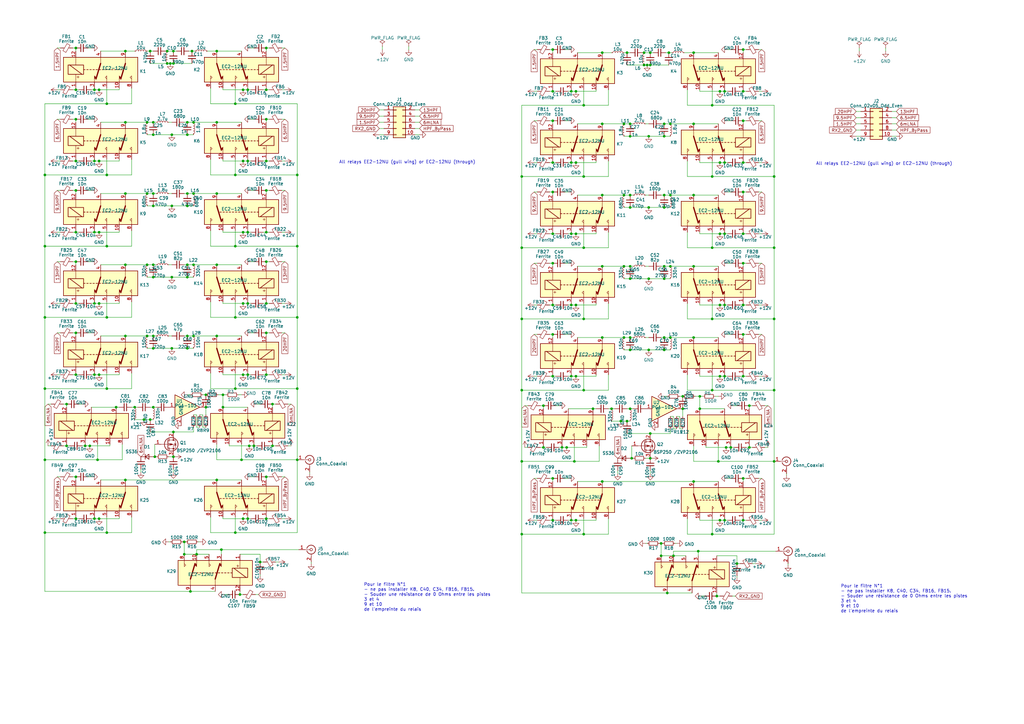
<source format=kicad_sch>
(kicad_sch (version 20230121) (generator eeschema)
  (paper "A3")
  (junction (at 109.22 124.46))
  (junction (at 111.76 165.735))
  (junction (at 258.445 55.88))
  (junction (at 284.48 197.485))
  (junction (at 43.815 100.965))
  (junction (at 60.325 79.375))
  (junction (at 295.275 37.465))
  (junction (at 304.8 154.305))
  (junction (at 62.865 142.875))
  (junction (at 284.48 138.43))
  (junction (at 31.115 78.105))
  (junction (at 71.12 187.325))
  (junction (at 304.8 196.215))
  (junction (at 101.6 66.04))
  (junction (at 38.735 212.725))
  (junction (at 258.445 109.22))
  (junction (at 234.315 95.885))
  (junction (at 62.865 84.455))
  (junction (at 239.395 43.18))
  (junction (at 297.18 154.305))
  (junction (at 295.275 154.305))
  (junction (at 60.325 137.795))
  (junction (at 266.7 177.8))
  (junction (at 55.245 167.005))
  (junction (at 292.1 160.02))
  (junction (at 213.995 160.02))
  (junction (at 109.22 195.58))
  (junction (at 226.695 49.53))
  (junction (at 226.695 20.32))
  (junction (at 317.5 130.81))
  (junction (at 61.595 20.955))
  (junction (at 265.43 26.67))
  (junction (at 99.695 124.46))
  (junction (at 31.115 107.315))
  (junction (at 40.64 124.46))
  (junction (at 18.415 188.595))
  (junction (at 274.955 80.01))
  (junction (at 60.325 50.165))
  (junction (at 304.8 20.32))
  (junction (at 38.735 153.67))
  (junction (at 280.035 162.56))
  (junction (at 43.815 130.175))
  (junction (at 266.065 85.09))
  (junction (at 38.735 66.04))
  (junction (at 317.5 101.6))
  (junction (at 226.695 78.74))
  (junction (at 247.015 138.43))
  (junction (at 84.455 167.005))
  (junction (at 234.315 125.095))
  (junction (at 79.375 79.375))
  (junction (at 307.34 166.37))
  (junction (at 98.425 243.84))
  (junction (at 109.22 19.685))
  (junction (at 121.92 130.175))
  (junction (at 272.415 50.8))
  (junction (at 62.865 113.665))
  (junction (at 69.85 26.035))
  (junction (at 236.22 154.305))
  (junction (at 239.395 101.6))
  (junction (at 31.115 95.25))
  (junction (at 62.865 137.795))
  (junction (at 31.115 136.525))
  (junction (at 79.375 137.795))
  (junction (at 99.06 188.595))
  (junction (at 272.415 55.88))
  (junction (at 272.415 80.01))
  (junction (at 236.22 213.36))
  (junction (at 271.145 222.885))
  (junction (at 34.925 182.88))
  (junction (at 259.08 187.96))
  (junction (at 258.445 138.43))
  (junction (at 18.415 100.965))
  (junction (at 121.92 100.965))
  (junction (at 91.44 161.925))
  (junction (at 284.48 109.22))
  (junction (at 232.41 183.515))
  (junction (at 121.92 188.595))
  (junction (at 258.445 143.51))
  (junction (at 70.485 113.665))
  (junction (at 76.835 55.245))
  (junction (at 274.955 109.22))
  (junction (at 247.015 80.01))
  (junction (at 76.835 50.165))
  (junction (at 297.18 213.36))
  (junction (at 266.065 114.3))
  (junction (at 304.8 66.675))
  (junction (at 295.275 125.095))
  (junction (at 31.115 124.46))
  (junction (at 31.115 195.58))
  (junction (at 76.835 137.795))
  (junction (at 304.8 49.53))
  (junction (at 247.015 50.8))
  (junction (at 71.12 26.035))
  (junction (at 226.695 37.465))
  (junction (at 40.64 36.83))
  (junction (at 31.115 48.895))
  (junction (at 258.445 50.8))
  (junction (at 317.5 189.23))
  (junction (at 239.395 72.39))
  (junction (at 68.58 20.955))
  (junction (at 297.18 125.095))
  (junction (at 274.955 138.43))
  (junction (at 51.435 196.85))
  (junction (at 294.005 244.475))
  (junction (at 43.815 159.385))
  (junction (at 226.695 213.36))
  (junction (at 250.825 167.64))
  (junction (at 27.305 165.735))
  (junction (at 91.44 167.005))
  (junction (at 62.865 167.005))
  (junction (at 111.76 182.88))
  (junction (at 230.505 183.515))
  (junction (at 213.995 189.23))
  (junction (at 304.8 213.36))
  (junction (at 99.695 36.83))
  (junction (at 76.835 113.665))
  (junction (at 18.415 71.755))
  (junction (at 287.02 167.64))
  (junction (at 226.695 125.095))
  (junction (at 99.695 95.25))
  (junction (at 96.52 130.175))
  (junction (at 247.015 197.485))
  (junction (at 40.64 66.04))
  (junction (at 294.64 189.23))
  (junction (at 71.12 177.165))
  (junction (at 62.865 108.585))
  (junction (at 101.6 124.46))
  (junction (at 304.8 78.74))
  (junction (at 276.225 227.965))
  (junction (at 295.275 66.675))
  (junction (at 79.375 50.165))
  (junction (at 51.435 79.375))
  (junction (at 31.115 36.83))
  (junction (at 99.695 153.67))
  (junction (at 88.9 137.795))
  (junction (at 99.695 66.04))
  (junction (at 254.635 172.72))
  (junction (at 70.485 55.245))
  (junction (at 226.695 95.885))
  (junction (at 109.22 48.895))
  (junction (at 51.435 50.165))
  (junction (at 222.885 183.515))
  (junction (at 70.485 142.875))
  (junction (at 88.9 79.375))
  (junction (at 96.52 71.755))
  (junction (at 284.48 50.8))
  (junction (at 302.26 231.14))
  (junction (at 304.8 95.885))
  (junction (at 284.48 21.59))
  (junction (at 258.445 85.09))
  (junction (at 266.065 143.51))
  (junction (at 78.105 242.57))
  (junction (at 109.22 153.67))
  (junction (at 31.115 212.725))
  (junction (at 63.5 187.325))
  (junction (at 96.52 159.385))
  (junction (at 38.735 95.25))
  (junction (at 239.395 219.075))
  (junction (at 239.395 160.02))
  (junction (at 307.34 183.515))
  (junction (at 234.315 154.305))
  (junction (at 236.22 66.675))
  (junction (at 121.92 159.385))
  (junction (at 96.52 100.965))
  (junction (at 272.415 143.51))
  (junction (at 292.1 130.81))
  (junction (at 226.695 107.95))
  (junction (at 101.6 36.83))
  (junction (at 31.115 66.04))
  (junction (at 222.885 166.37))
  (junction (at 109.22 36.83))
  (junction (at 60.325 108.585))
  (junction (at 40.64 95.25))
  (junction (at 109.22 95.25))
  (junction (at 40.005 188.595))
  (junction (at 213.995 101.6))
  (junction (at 264.16 21.59))
  (junction (at 304.8 137.16))
  (junction (at 292.1 101.6))
  (junction (at 51.435 20.955))
  (junction (at 292.1 219.075))
  (junction (at 99.695 212.725))
  (junction (at 109.22 78.105))
  (junction (at 234.315 37.465))
  (junction (at 38.735 36.83))
  (junction (at 247.015 109.22))
  (junction (at 236.22 95.885))
  (junction (at 27.305 182.88))
  (junction (at 247.015 21.59))
  (junction (at 264.16 26.67))
  (junction (at 287.02 162.56))
  (junction (at 43.815 218.44))
  (junction (at 106.68 230.505))
  (junction (at 292.1 43.18))
  (junction (at 79.375 108.585))
  (junction (at 51.435 108.585))
  (junction (at 96.52 218.44))
  (junction (at 121.92 71.755))
  (junction (at 292.1 72.39))
  (junction (at 271.145 227.965))
  (junction (at 96.52 42.545))
  (junction (at 80.645 227.33))
  (junction (at 226.695 196.215))
  (junction (at 76.835 79.375))
  (junction (at 102.235 182.88))
  (junction (at 213.995 130.81))
  (junction (at 75.565 227.33))
  (junction (at 272.415 114.3))
  (junction (at 88.9 20.955))
  (junction (at 258.445 114.3))
  (junction (at 213.995 72.39))
  (junction (at 101.6 153.67))
  (junction (at 18.415 159.385))
  (junction (at 317.5 72.39))
  (junction (at 257.175 172.72))
  (junction (at 71.12 20.955))
  (junction (at 266.7 21.59))
  (junction (at 76.835 108.585))
  (junction (at 43.815 42.545))
  (junction (at 62.865 79.375))
  (junction (at 255.905 138.43))
  (junction (at 31.115 19.685))
  (junction (at 61.595 172.085))
  (junction (at 47.625 167.005))
  (junction (at 88.9 196.85))
  (junction (at 280.035 167.64))
  (junction (at 243.205 167.64))
  (junction (at 59.055 172.085))
  (junction (at 273.685 243.205))
  (junction (at 226.695 154.305))
  (junction (at 295.275 95.885))
  (junction (at 76.835 142.875))
  (junction (at 104.14 182.88))
  (junction (at 36.83 182.88))
  (junction (at 62.865 50.165))
  (junction (at 78.74 20.955))
  (junction (at 90.805 225.425))
  (junction (at 297.18 66.675))
  (junction (at 236.22 37.465))
  (junction (at 239.395 130.81))
  (junction (at 257.175 21.59))
  (junction (at 226.695 66.675))
  (junction (at 101.6 212.725))
  (junction (at 304.8 107.95))
  (junction (at 297.18 37.465))
  (junction (at 304.8 125.095))
  (junction (at 286.385 226.06))
  (junction (at 62.865 55.245))
  (junction (at 297.815 183.515))
  (junction (at 18.415 218.44))
  (junction (at 68.58 26.035))
  (junction (at 40.64 153.67))
  (junction (at 297.18 95.885))
  (junction (at 109.22 66.04))
  (junction (at 258.445 80.01))
  (junction (at 266.7 26.67))
  (junction (at 84.455 161.925))
  (junction (at 88.9 108.585))
  (junction (at 43.815 71.755))
  (junction (at 236.22 125.095))
  (junction (at 31.115 153.67))
  (junction (at 235.585 189.23))
  (junction (at 258.445 167.64))
  (junction (at 284.48 80.01))
  (junction (at 255.905 80.01))
  (junction (at 226.695 137.16))
  (junction (at 255.905 50.8))
  (junction (at 88.9 50.165))
  (junction (at 272.415 85.09))
  (junction (at 304.8 37.465))
  (junction (at 274.32 21.59))
  (junction (at 18.415 130.175))
  (junction (at 234.315 213.36))
  (junction (at 38.735 124.46))
  (junction (at 75.565 222.25))
  (junction (at 213.995 219.075))
  (junction (at 109.22 136.525))
  (junction (at 299.72 183.515))
  (junction (at 266.065 55.88))
  (junction (at 51.435 137.795))
  (junction (at 109.22 107.315))
  (junction (at 274.955 50.8))
  (junction (at 317.5 160.02))
  (junction (at 295.275 213.36))
  (junction (at 234.315 66.675))
  (junction (at 272.415 138.43))
  (junction (at 40.64 212.725))
  (junction (at 76.835 84.455))
  (junction (at 272.415 109.22))
  (junction (at 109.22 212.725))
  (junction (at 266.7 187.96))
  (junction (at 70.485 84.455))
  (junction (at 101.6 95.25))
  (junction (at 255.905 109.22))
  (wire (pts (xy 287.02 213.36) (xy 287.02 212.725)))
  (wire (pts (xy 317.5 130.81) (xy 292.1 130.81)))
  (wire (pts (xy 116.84 212.725) (xy 115.57 212.725)))
  (wire (pts (xy 41.275 108.585) (xy 51.435 108.585)))
  (wire (pts (xy 170.18 45.085) (xy 172.085 45.085)))
  (wire (pts (xy 43.815 42.545) (xy 53.975 42.545)))
  (wire (pts (xy 308.61 166.37) (xy 307.34 166.37)))
  (wire (pts (xy 287.02 162.56) (xy 287.02 167.64)))
  (wire (pts (xy 227.965 37.465) (xy 226.695 37.465)))
  (wire (pts (xy 32.385 165.735) (xy 33.655 165.735)))
  (wire (pts (xy 110.49 182.88) (xy 111.76 182.88)))
  (wire (pts (xy 255.905 143.51) (xy 258.445 143.51)))
  (wire (pts (xy 23.495 48.895) (xy 24.765 48.895)))
  (wire (pts (xy 249.555 66.04) (xy 249.555 72.39)))
  (wire (pts (xy 32.385 66.04) (xy 31.115 66.04)))
  (wire (pts (xy 18.415 130.175) (xy 43.815 130.175)))
  (wire (pts (xy 104.14 182.88) (xy 102.235 182.88)))
  (wire (pts (xy 273.685 243.205) (xy 283.845 243.205)))
  (wire (pts (xy 247.015 80.01) (xy 255.905 80.01)))
  (wire (pts (xy 23.495 124.46) (xy 24.765 124.46)))
  (wire (pts (xy 60.325 137.795) (xy 62.865 137.795)))
  (wire (pts (xy 18.415 100.965) (xy 18.415 130.175)))
  (wire (pts (xy 295.275 95.885) (xy 287.02 95.885)))
  (wire (pts (xy 287.02 95.885) (xy 287.02 95.25)))
  (wire (pts (xy 299.72 137.16) (xy 298.45 137.16)))
  (wire (pts (xy 322.58 194.31) (xy 322.58 194.945)))
  (wire (pts (xy 351.155 45.72) (xy 353.06 45.72)))
  (wire (pts (xy 266.065 114.3) (xy 272.415 114.3)))
  (wire (pts (xy 75.565 222.25) (xy 76.2 222.25)))
  (wire (pts (xy 351.155 50.8) (xy 353.06 50.8)))
  (wire (pts (xy 306.07 37.465) (xy 304.8 37.465)))
  (wire (pts (xy 78.74 20.955) (xy 77.47 20.955)))
  (wire (pts (xy 61.595 26.035) (xy 68.58 26.035)))
  (wire (pts (xy 304.8 137.16) (xy 304.8 138.43)))
  (wire (pts (xy 71.12 20.955) (xy 68.58 20.955)))
  (wire (pts (xy 60.325 113.665) (xy 62.865 113.665)))
  (wire (pts (xy 295.275 66.675) (xy 287.02 66.675)))
  (wire (pts (xy 271.145 227.965) (xy 276.225 227.965)))
  (wire (pts (xy 78.74 20.955) (xy 80.01 20.955)))
  (wire (pts (xy 32.385 212.725) (xy 31.115 212.725)))
  (wire (pts (xy 80.645 227.33) (xy 80.645 225.425)))
  (wire (pts (xy 37.465 95.25) (xy 38.735 95.25)))
  (wire (pts (xy 31.115 95.25) (xy 31.115 94.615)))
  (wire (pts (xy 234.315 124.46) (xy 234.315 125.095)))
  (wire (pts (xy 309.88 231.14) (xy 308.61 231.14)))
  (wire (pts (xy 51.435 137.795) (xy 60.325 137.795)))
  (wire (pts (xy 306.07 66.675) (xy 304.8 66.675)))
  (wire (pts (xy 70.485 55.245) (xy 76.835 55.245)))
  (wire (pts (xy 231.775 49.53) (xy 233.045 49.53)))
  (wire (pts (xy 294.005 244.475) (xy 294.005 243.205)))
  (wire (pts (xy 276.225 227.965) (xy 281.305 227.965)))
  (wire (pts (xy 110.49 212.725) (xy 109.22 212.725)))
  (wire (pts (xy 23.495 136.525) (xy 24.765 136.525)))
  (wire (pts (xy 219.075 78.74) (xy 220.345 78.74)))
  (wire (pts (xy 303.53 37.465) (xy 304.8 37.465)))
  (wire (pts (xy 18.415 42.545) (xy 18.415 71.755)))
  (wire (pts (xy 247.015 109.22) (xy 255.905 109.22)))
  (wire (pts (xy 233.045 167.64) (xy 243.205 167.64)))
  (wire (pts (xy 272.415 55.88) (xy 274.955 55.88)))
  (wire (pts (xy 272.415 143.51) (xy 274.955 143.51)))
  (wire (pts (xy 167.64 19.05) (xy 167.64 20.32)))
  (wire (pts (xy 232.41 183.515) (xy 240.665 183.515)))
  (wire (pts (xy 306.07 95.885) (xy 304.8 95.885)))
  (wire (pts (xy 62.865 108.585) (xy 64.135 108.585)))
  (wire (pts (xy 116.84 153.67) (xy 115.57 153.67)))
  (wire (pts (xy 351.155 48.26) (xy 353.06 48.26)))
  (wire (pts (xy 231.775 107.95) (xy 233.045 107.95)))
  (wire (pts (xy 43.815 153.035) (xy 43.815 159.385)))
  (wire (pts (xy 32.385 153.67) (xy 31.115 153.67)))
  (wire (pts (xy 99.695 95.25) (xy 91.44 95.25)))
  (wire (pts (xy 93.98 182.88) (xy 93.98 182.245)))
  (wire (pts (xy 38.735 212.09) (xy 38.735 212.725)))
  (wire (pts (xy 106.68 227.33) (xy 106.68 230.505)))
  (wire (pts (xy 37.465 167.005) (xy 47.625 167.005)))
  (wire (pts (xy 34.925 182.245) (xy 34.925 182.88)))
  (wire (pts (xy 69.215 50.165) (xy 70.485 50.165)))
  (wire (pts (xy 266.065 55.88) (xy 272.415 55.88)))
  (wire (pts (xy 249.555 36.83) (xy 249.555 43.18)))
  (wire (pts (xy 96.52 123.825) (xy 96.52 130.175)))
  (wire (pts (xy 284.48 21.59) (xy 294.64 21.59)))
  (wire (pts (xy 258.445 138.43) (xy 259.715 138.43)))
  (wire (pts (xy 306.07 78.74) (xy 304.8 78.74)))
  (wire (pts (xy 276.86 222.885) (xy 277.495 222.885)))
  (wire (pts (xy 303.53 66.675) (xy 304.8 66.675)))
  (wire (pts (xy 74.93 222.25) (xy 75.565 222.25)))
  (wire (pts (xy 304.8 95.885) (xy 304.8 95.25)))
  (wire (pts (xy 213.995 160.02) (xy 239.395 160.02)))
  (wire (pts (xy 121.92 218.44) (xy 96.52 218.44)))
  (wire (pts (xy 102.87 66.04) (xy 101.6 66.04)))
  (wire (pts (xy 278.765 162.56) (xy 280.035 162.56)))
  (wire (pts (xy 234.315 66.675) (xy 236.22 66.675)))
  (wire (pts (xy 264.795 50.8) (xy 266.065 50.8)))
  (wire (pts (xy 286.385 226.06) (xy 286.385 227.965)))
  (wire (pts (xy 255.905 114.3) (xy 258.445 114.3)))
  (wire (pts (xy 121.92 71.755) (xy 96.52 71.755)))
  (wire (pts (xy 306.07 107.95) (xy 304.8 107.95)))
  (wire (pts (xy 96.52 153.035) (xy 96.52 159.385)))
  (wire (pts (xy 239.395 212.725) (xy 239.395 219.075)))
  (wire (pts (xy 26.035 182.88) (xy 27.305 182.88)))
  (wire (pts (xy 99.695 66.04) (xy 91.44 66.04)))
  (wire (pts (xy 84.455 167.005) (xy 84.455 170.18)))
  (wire (pts (xy 23.495 36.83) (xy 24.765 36.83)))
  (wire (pts (xy 226.695 196.215) (xy 226.695 197.485)))
  (wire (pts (xy 297.18 95.25) (xy 297.18 95.885)))
  (wire (pts (xy 71.12 177.165) (xy 79.375 177.165)))
  (wire (pts (xy 236.855 50.8) (xy 247.015 50.8)))
  (wire (pts (xy 239.395 36.83) (xy 239.395 43.18)))
  (wire (pts (xy 17.145 389.89) (xy 18.415 389.89)))
  (wire (pts (xy 111.76 182.88) (xy 111.76 182.245)))
  (wire (pts (xy 104.14 48.895) (xy 102.87 48.895)))
  (wire (pts (xy 281.94 124.46) (xy 281.94 130.81)))
  (wire (pts (xy 278.765 175.895) (xy 278.765 170.815)))
  (wire (pts (xy 222.885 166.37) (xy 222.885 167.64)))
  (wire (pts (xy 96.52 218.44) (xy 86.36 218.44)))
  (wire (pts (xy 62.865 142.875) (xy 70.485 142.875)))
  (wire (pts (xy 109.22 212.725) (xy 109.22 212.09)))
  (wire (pts (xy 71.12 187.325) (xy 71.755 187.325)))
  (wire (pts (xy 284.48 182.88) (xy 284.48 189.23)))
  (wire (pts (xy 81.28 222.25) (xy 81.915 222.25)))
  (wire (pts (xy 306.07 125.095) (xy 304.8 125.095)))
  (wire (pts (xy 101.6 66.04) (xy 99.695 66.04)))
  (wire (pts (xy 43.815 212.09) (xy 43.815 218.44)))
  (wire (pts (xy 213.995 243.205) (xy 273.685 243.205)))
  (wire (pts (xy 53.975 123.825) (xy 53.975 130.175)))
  (wire (pts (xy 76.835 108.585) (xy 79.375 108.585)))
  (wire (pts (xy 75.565 227.33) (xy 80.645 227.33)))
  (wire (pts (xy 31.115 36.83) (xy 31.115 36.195)))
  (wire (pts (xy 213.995 219.075) (xy 213.995 243.205)))
  (wire (pts (xy 62.865 113.665) (xy 70.485 113.665)))
  (wire (pts (xy 23.495 19.685) (xy 24.765 19.685)))
  (wire (pts (xy 255.905 138.43) (xy 258.445 138.43)))
  (wire (pts (xy 101.6 153.67) (xy 99.695 153.67)))
  (wire (pts (xy 75.565 50.165) (xy 76.835 50.165)))
  (wire (pts (xy 51.435 196.85) (xy 88.9 196.85)))
  (wire (pts (xy 18.415 159.385) (xy 18.415 188.595)))
  (wire (pts (xy 43.815 100.965) (xy 53.975 100.965)))
  (wire (pts (xy 107.95 153.67) (xy 109.22 153.67)))
  (wire (pts (xy 306.07 183.515) (xy 307.34 183.515)))
  (wire (pts (xy 104.14 182.245) (xy 104.14 182.88)))
  (wire (pts (xy 114.3 230.505) (xy 113.03 230.505)))
  (wire (pts (xy 226.695 49.53) (xy 226.695 50.8)))
  (wire (pts (xy 109.22 19.685) (xy 109.22 20.955)))
  (wire (pts (xy 18.415 130.175) (xy 18.415 159.385)))
  (wire (pts (xy 88.9 108.585) (xy 99.06 108.585)))
  (wire (pts (xy 365.76 53.34) (xy 367.665 53.34)))
  (wire (pts (xy 298.45 154.305) (xy 297.18 154.305)))
  (wire (pts (xy 264.795 222.885) (xy 265.43 222.885)))
  (wire (pts (xy 29.845 36.83) (xy 31.115 36.83)))
  (wire (pts (xy 107.95 95.25) (xy 109.22 95.25)))
  (wire (pts (xy 37.465 124.46) (xy 38.735 124.46)))
  (wire (pts (xy 18.415 188.595) (xy 40.005 188.595)))
  (wire (pts (xy 69.215 137.795) (xy 70.485 137.795)))
  (wire (pts (xy 271.145 50.8) (xy 272.415 50.8)))
  (wire (pts (xy 292.1 36.83) (xy 292.1 43.18)))
  (wire (pts (xy 225.425 213.36) (xy 226.695 213.36)))
  (wire (pts (xy 102.87 36.83) (xy 101.6 36.83)))
  (wire (pts (xy 76.835 161.925) (xy 78.105 161.925)))
  (wire (pts (xy 47.625 167.005) (xy 48.895 167.005)))
  (wire (pts (xy 312.42 78.74) (xy 311.15 78.74)))
  (wire (pts (xy 317.5 189.23) (xy 317.5 219.075)))
  (wire (pts (xy 226.695 66.675) (xy 226.695 66.04)))
  (wire (pts (xy 31.115 153.67) (xy 31.115 153.035)))
  (wire (pts (xy 80.645 170.18) (xy 79.375 170.18)))
  (wire (pts (xy 75.565 79.375) (xy 76.835 79.375)))
  (wire (pts (xy 255.905 55.88) (xy 258.445 55.88)))
  (wire (pts (xy 213.995 43.18) (xy 239.395 43.18)))
  (wire (pts (xy 23.495 78.105) (xy 24.765 78.105)))
  (wire (pts (xy 312.42 49.53) (xy 311.15 49.53)))
  (wire (pts (xy 170.18 55.245) (xy 172.085 55.245)))
  (wire (pts (xy 226.695 37.465) (xy 226.695 36.83)))
  (wire (pts (xy 297.18 124.46) (xy 297.18 125.095)))
  (wire (pts (xy 38.735 212.725) (xy 40.64 212.725)))
  (wire (pts (xy 96.52 36.195) (xy 96.52 42.545)))
  (wire (pts (xy 271.145 138.43) (xy 272.415 138.43)))
  (wire (pts (xy 247.015 50.8) (xy 255.905 50.8)))
  (wire (pts (xy 213.995 219.075) (xy 239.395 219.075)))
  (wire (pts (xy 99.695 124.46) (xy 91.44 124.46)))
  (wire (pts (xy 106.045 243.84) (xy 104.775 243.84)))
  (wire (pts (xy 60.325 142.875) (xy 62.865 142.875)))
  (wire (pts (xy 272.415 109.22) (xy 274.955 109.22)))
  (wire (pts (xy 81.915 175.26) (xy 80.645 175.26)))
  (wire (pts (xy 88.9 137.795) (xy 99.06 137.795)))
  (wire (pts (xy 280.035 175.895) (xy 278.765 175.895)))
  (wire (pts (xy 308.61 183.515) (xy 307.34 183.515)))
  (wire (pts (xy 239.395 153.67) (xy 239.395 160.02)))
  (wire (pts (xy 258.445 109.22) (xy 259.715 109.22)))
  (wire (pts (xy 363.22 19.685) (xy 363.22 20.955)))
  (wire (pts (xy 219.075 137.16) (xy 220.345 137.16)))
  (wire (pts (xy 155.575 55.245) (xy 157.48 55.245)))
  (wire (pts (xy 156.845 19.05) (xy 156.845 20.32)))
  (wire (pts (xy 304.8 125.095) (xy 304.8 124.46)))
  (wire (pts (xy 69.215 187.325) (xy 71.12 187.325)))
  (wire (pts (xy 76.835 55.245) (xy 79.375 55.245)))
  (wire (pts (xy 70.485 84.455) (xy 76.835 84.455)))
  (wire (pts (xy 43.815 71.755) (xy 53.975 71.755)))
  (wire (pts (xy 297.18 154.305) (xy 295.275 154.305)))
  (wire (pts (xy 257.175 21.59) (xy 258.445 21.59)))
  (wire (pts (xy 91.44 66.04) (xy 91.44 65.405)))
  (wire (pts (xy 266.065 85.09) (xy 272.415 85.09)))
  (wire (pts (xy 170.18 47.625) (xy 172.085 47.625)))
  (wire (pts (xy 317.5 43.18) (xy 317.5 72.39)))
  (wire (pts (xy 79.375 79.375) (xy 88.9 79.375)))
  (wire (pts (xy 43.815 218.44) (xy 53.975 218.44)))
  (wire (pts (xy 255.905 21.59) (xy 257.175 21.59)))
  (wire (pts (xy 33.655 182.88) (xy 34.925 182.88)))
  (wire (pts (xy 37.465 153.67) (xy 38.735 153.67)))
  (wire (pts (xy 259.08 187.96) (xy 259.715 187.96)))
  (wire (pts (xy 304.8 49.53) (xy 304.8 50.8)))
  (wire (pts (xy 96.52 94.615) (xy 96.52 100.965)))
  (wire (pts (xy 231.775 78.74) (xy 233.045 78.74)))
  (wire (pts (xy 29.845 66.04) (xy 31.115 66.04)))
  (wire (pts (xy 90.805 225.425) (xy 122.555 225.425)))
  (wire (pts (xy 48.895 66.04) (xy 48.895 65.405)))
  (wire (pts (xy 121.92 159.385) (xy 121.92 188.595)))
  (wire (pts (xy 231.775 137.16) (xy 233.045 137.16)))
  (wire (pts (xy 61.595 20.955) (xy 62.865 20.955)))
  (wire (pts (xy 76.835 79.375) (xy 79.375 79.375)))
  (wire (pts (xy 60.325 84.455) (xy 62.865 84.455)))
  (wire (pts (xy 247.015 197.485) (xy 284.48 197.485)))
  (wire (pts (xy 227.965 213.36) (xy 226.695 213.36)))
  (wire (pts (xy 18.415 42.545) (xy 43.815 42.545)))
  (wire (pts (xy 299.72 182.88) (xy 299.72 183.515)))
  (wire (pts (xy 295.275 154.305) (xy 287.02 154.305)))
  (wire (pts (xy 18.415 188.595) (xy 18.415 218.44)))
  (wire (pts (xy 276.225 175.895) (xy 276.225 170.815)))
  (wire (pts (xy 219.075 107.95) (xy 220.345 107.95)))
  (wire (pts (xy 226.695 78.74) (xy 226.695 80.01)))
  (wire (pts (xy 48.895 153.67) (xy 48.895 153.035)))
  (wire (pts (xy 59.055 172.085) (xy 61.595 172.085)))
  (wire (pts (xy 299.72 20.32) (xy 298.45 20.32)))
  (wire (pts (xy 91.44 161.925) (xy 91.44 167.005)))
  (wire (pts (xy 43.815 130.175) (xy 53.975 130.175)))
  (wire (pts (xy 36.195 19.685) (xy 37.465 19.685)))
  (wire (pts (xy 109.22 195.58) (xy 109.22 196.85)))
  (wire (pts (xy 121.92 130.175) (xy 96.52 130.175)))
  (wire (pts (xy 60.325 79.375) (xy 62.865 79.375)))
  (wire (pts (xy 304.8 213.36) (xy 304.8 212.725)))
  (wire (pts (xy 239.395 72.39) (xy 249.555 72.39)))
  (wire (pts (xy 105.41 182.88) (xy 104.14 182.88)))
  (wire (pts (xy 109.22 136.525) (xy 109.22 137.795)))
  (wire (pts (xy 287.02 167.64) (xy 297.18 167.64)))
  (wire (pts (xy 264.795 138.43) (xy 266.065 138.43)))
  (wire (pts (xy 88.9 196.85) (xy 99.06 196.85)))
  (wire (pts (xy 96.52 212.09) (xy 96.52 218.44)))
  (wire (pts (xy 234.315 37.465) (xy 236.22 37.465)))
  (wire (pts (xy 250.825 172.72) (xy 254.635 172.72)))
  (wire (pts (xy 51.435 50.165) (xy 60.325 50.165)))
  (wire (pts (xy 93.345 243.84) (xy 92.075 243.84)))
  (wire (pts (xy 109.22 124.46) (xy 109.22 123.825)))
  (wire (pts (xy 304.8 107.95) (xy 304.8 109.22)))
  (wire (pts (xy 255.905 85.09) (xy 258.445 85.09)))
  (wire (pts (xy 99.06 188.595) (xy 88.9 188.595)))
  (wire (pts (xy 155.575 45.085) (xy 157.48 45.085)))
  (wire (pts (xy 51.435 20.955) (xy 55.245 20.955)))
  (wire (pts (xy 312.42 95.885) (xy 311.15 95.885)))
  (wire (pts (xy 317.5 101.6) (xy 317.5 130.81)))
  (wire (pts (xy 323.215 231.14) (xy 323.215 231.775)))
  (wire (pts (xy 45.085 182.88) (xy 45.085 182.245)))
  (wire (pts (xy 306.07 20.32) (xy 304.8 20.32)))
  (wire (pts (xy 121.92 71.755) (xy 121.92 100.965)))
  (wire (pts (xy 102.235 182.88) (xy 93.98 182.88)))
  (wire (pts (xy 278.765 170.815) (xy 277.495 170.815)))
  (wire (pts (xy 225.425 49.53) (xy 226.695 49.53)))
  (wire (pts (xy 91.44 161.925) (xy 92.71 161.925)))
  (wire (pts (xy 119.38 182.88) (xy 118.11 182.88)))
  (wire (pts (xy 36.195 195.58) (xy 37.465 195.58)))
  (wire (pts (xy 257.175 167.64) (xy 258.445 167.64)))
  (wire (pts (xy 230.505 183.515) (xy 232.41 183.515)))
  (wire (pts (xy 274.32 21.59) (xy 275.59 21.59)))
  (wire (pts (xy 271.145 222.885) (xy 271.78 222.885)))
  (wire (pts (xy 29.845 153.67) (xy 31.115 153.67)))
  (wire (pts (xy 226.695 20.32) (xy 226.695 21.59)))
  (wire (pts (xy 101.6 153.035) (xy 101.6 153.67)))
  (wire (pts (xy 299.72 183.515) (xy 297.815 183.515)))
  (wire (pts (xy 86.36 123.825) (xy 86.36 130.175)))
  (wire (pts (xy 53.975 153.035) (xy 53.975 159.385)))
  (wire (pts (xy 317.5 43.18) (xy 292.1 43.18)))
  (wire (pts (xy 234.315 213.36) (xy 236.22 213.36)))
  (wire (pts (xy 29.845 124.46) (xy 31.115 124.46)))
  (wire (pts (xy 70.485 113.665) (xy 76.835 113.665)))
  (wire (pts (xy 266.7 177.8) (xy 274.955 177.8)))
  (wire (pts (xy 295.275 37.465) (xy 287.02 37.465)))
  (wire (pts (xy 213.995 72.39) (xy 213.995 101.6)))
  (wire (pts (xy 96.52 159.385) (xy 86.36 159.385)))
  (wire (pts (xy 219.075 125.095) (xy 220.345 125.095)))
  (wire (pts (xy 86.36 65.405) (xy 86.36 71.755)))
  (wire (pts (xy 236.855 109.22) (xy 247.015 109.22)))
  (wire (pts (xy 236.22 95.885) (xy 244.475 95.885)))
  (wire (pts (xy 236.22 154.305) (xy 244.475 154.305)))
  (wire (pts (xy 116.84 107.315) (xy 115.57 107.315)))
  (wire (pts (xy 43.815 123.825) (xy 43.815 130.175)))
  (wire (pts (xy 317.5 219.075) (xy 292.1 219.075)))
  (wire (pts (xy 259.08 187.96) (xy 259.08 182.88)))
  (wire (pts (xy 53.975 65.405) (xy 53.975 71.755)))
  (wire (pts (xy 351.155 53.34) (xy 353.06 53.34)))
  (wire (pts (xy 40.64 66.04) (xy 48.895 66.04)))
  (wire (pts (xy 215.265 183.515) (xy 216.535 183.515)))
  (wire (pts (xy 257.175 177.8) (xy 266.7 177.8)))
  (wire (pts (xy 37.465 212.725) (xy 38.735 212.725)))
  (wire (pts (xy 312.42 37.465) (xy 311.15 37.465)))
  (wire (pts (xy 104.14 78.105) (xy 102.87 78.105)))
  (wire (pts (xy 281.94 66.04) (xy 281.94 72.39)))
  (wire (pts (xy 101.6 212.725) (xy 99.695 212.725)))
  (wire (pts (xy 249.555 153.67) (xy 249.555 160.02)))
  (wire (pts (xy 101.6 94.615) (xy 101.6 95.25)))
  (wire (pts (xy 60.325 108.585) (xy 62.865 108.585)))
  (wire (pts (xy 29.845 212.725) (xy 31.115 212.725)))
  (wire (pts (xy 304.8 154.305) (xy 304.8 153.67)))
  (wire (pts (xy 277.495 175.895) (xy 276.225 175.895)))
  (wire (pts (xy 67.945 20.955) (xy 68.58 20.955)))
  (wire (pts (xy 317.5 72.39) (xy 292.1 72.39)))
  (wire (pts (xy 244.475 37.465) (xy 244.475 36.83)))
  (wire (pts (xy 40.64 95.25) (xy 48.895 95.25)))
  (wire (pts (xy 294.64 182.88) (xy 294.64 189.23)))
  (wire (pts (xy 287.02 66.675) (xy 287.02 66.04)))
  (wire (pts (xy 75.565 222.25) (xy 75.565 227.33)))
  (wire (pts (xy 40.005 188.595) (xy 50.165 188.595)))
  (wire (pts (xy 298.45 95.885) (xy 297.18 95.885)))
  (wire (pts (xy 302.26 166.37) (xy 300.99 166.37)))
  (wire (pts (xy 274.32 21.59) (xy 273.05 21.59)))
  (wire (pts (xy 110.49 78.105) (xy 109.22 78.105)))
  (wire (pts (xy 86.36 94.615) (xy 86.36 100.965)))
  (wire (pts (xy 99.695 153.67) (xy 91.44 153.67)))
  (wire (pts (xy 236.22 213.36) (xy 244.475 213.36)))
  (wire (pts (xy 317.5 72.39) (xy 317.5 101.6)))
  (wire (pts (xy 121.92 42.545) (xy 96.52 42.545)))
  (wire (pts (xy 303.53 231.14) (xy 302.26 231.14)))
  (wire (pts (xy 116.84 36.83) (xy 115.57 36.83)))
  (wire (pts (xy 109.22 95.25) (xy 109.22 94.615)))
  (wire (pts (xy 40.64 153.67) (xy 48.895 153.67)))
  (wire (pts (xy 249.555 95.25) (xy 249.555 101.6)))
  (wire (pts (xy 41.275 20.955) (xy 51.435 20.955)))
  (wire (pts (xy 121.92 42.545) (xy 121.92 71.755)))
  (wire (pts (xy 110.49 95.25) (xy 109.22 95.25)))
  (wire (pts (xy 102.87 124.46) (xy 101.6 124.46)))
  (wire (pts (xy 18.415 159.385) (xy 43.815 159.385)))
  (wire (pts (xy 298.45 37.465) (xy 297.18 37.465)))
  (wire (pts (xy 110.49 19.685) (xy 109.22 19.685)))
  (wire (pts (xy 79.375 108.585) (xy 88.9 108.585)))
  (wire (pts (xy 239.395 66.04) (xy 239.395 72.39)))
  (wire (pts (xy 219.075 66.675) (xy 220.345 66.675)))
  (wire (pts (xy 304.8 20.32) (xy 304.8 21.59)))
  (wire (pts (xy 312.42 125.095) (xy 311.15 125.095)))
  (wire (pts (xy 60.325 50.165) (xy 62.865 50.165)))
  (wire (pts (xy 297.18 37.465) (xy 295.275 37.465)))
  (wire (pts (xy 226.695 95.885) (xy 226.695 95.25)))
  (wire (pts (xy 109.22 78.105) (xy 109.22 79.375)))
  (wire (pts (xy 107.95 36.83) (xy 109.22 36.83)))
  (wire (pts (xy 299.72 196.215) (xy 298.45 196.215)))
  (wire (pts (xy 234.315 125.095) (xy 236.22 125.095)))
  (wire (pts (xy 314.96 183.515) (xy 313.69 183.515)))
  (wire (pts (xy 225.425 20.32) (xy 226.695 20.32)))
  (wire (pts (xy 221.615 183.515) (xy 222.885 183.515)))
  (wire (pts (xy 213.995 101.6) (xy 213.995 130.81)))
  (wire (pts (xy 213.995 72.39) (xy 239.395 72.39)))
  (wire (pts (xy 91.44 36.83) (xy 91.44 36.195)))
  (wire (pts (xy 297.18 153.67) (xy 297.18 154.305)))
  (wire (pts (xy 312.42 137.16) (xy 311.15 137.16)))
  (wire (pts (xy 287.02 154.305) (xy 287.02 153.67)))
  (wire (pts (xy 111.76 165.735) (xy 111.76 167.005)))
  (wire (pts (xy 258.445 114.3) (xy 266.065 114.3)))
  (wire (pts (xy 29.845 107.315) (xy 31.115 107.315)))
  (wire (pts (xy 244.475 66.675) (xy 244.475 66.04)))
  (wire (pts (xy 294.005 227.965) (xy 302.26 227.965)))
  (wire (pts (xy 258.445 80.01) (xy 259.715 80.01)))
  (wire (pts (xy 293.37 162.56) (xy 294.64 162.56)))
  (wire (pts (xy 102.87 153.67) (xy 101.6 153.67)))
  (wire (pts (xy 51.435 79.375) (xy 60.325 79.375)))
  (wire (pts (xy 312.42 107.95) (xy 311.15 107.95)))
  (wire (pts (xy 50.165 182.245) (xy 50.165 188.595)))
  (wire (pts (xy 239.395 160.02) (xy 249.555 160.02)))
  (wire (pts (xy 244.475 154.305) (xy 244.475 153.67)))
  (wire (pts (xy 226.695 107.95) (xy 226.695 109.22)))
  (wire (pts (xy 266.7 187.96) (xy 267.335 187.96)))
  (wire (pts (xy 91.44 124.46) (xy 91.44 123.825)))
  (wire (pts (xy 317.5 130.81) (xy 317.5 160.02)))
  (wire (pts (xy 109.22 36.83) (xy 109.22 36.195)))
  (wire (pts (xy 245.745 182.88) (xy 245.745 189.23)))
  (wire (pts (xy 272.415 162.56) (xy 273.685 162.56)))
  (wire (pts (xy 365.76 50.8) (xy 367.665 50.8)))
  (wire (pts (xy 110.49 107.315) (xy 109.22 107.315)))
  (wire (pts (xy 116.84 95.25) (xy 115.57 95.25)))
  (wire (pts (xy 116.84 19.685) (xy 115.57 19.685)))
  (wire (pts (xy 294.64 189.23) (xy 317.5 189.23)))
  (wire (pts (xy 289.56 183.515) (xy 289.56 182.88)))
  (wire (pts (xy 225.425 37.465) (xy 226.695 37.465)))
  (wire (pts (xy 264.795 109.22) (xy 266.065 109.22)))
  (wire (pts (xy 227.965 95.885) (xy 226.695 95.885)))
  (wire (pts (xy 239.395 124.46) (xy 239.395 130.81)))
  (wire (pts (xy 219.075 49.53) (xy 220.345 49.53)))
  (wire (pts (xy 19.685 165.735) (xy 20.955 165.735)))
  (wire (pts (xy 236.22 125.095) (xy 244.475 125.095)))
  (wire (pts (xy 292.1 72.39) (xy 281.94 72.39)))
  (wire (pts (xy 298.45 213.36) (xy 297.18 213.36)))
  (wire (pts (xy 101.6 36.195) (xy 101.6 36.83)))
  (wire (pts (xy 244.475 213.36) (xy 244.475 212.725)))
  (wire (pts (xy 312.42 213.36) (xy 311.15 213.36)))
  (wire (pts (xy 274.955 50.8) (xy 284.48 50.8)))
  (wire (pts (xy 274.955 177.8) (xy 274.955 175.895)))
  (wire (pts (xy 91.44 153.67) (xy 91.44 153.035)))
  (wire (pts (xy 18.415 218.44) (xy 18.415 242.57)))
  (wire (pts (xy 297.18 212.725) (xy 297.18 213.36)))
  (wire (pts (xy 297.18 213.36) (xy 295.275 213.36)))
  (wire (pts (xy 43.815 159.385) (xy 53.975 159.385)))
  (wire (pts (xy 18.415 100.965) (xy 43.815 100.965)))
  (wire (pts (xy 36.83 182.88) (xy 45.085 182.88)))
  (wire (pts (xy 295.275 213.36) (xy 287.02 213.36)))
  (wire (pts (xy 213.995 160.02) (xy 213.995 189.23)))
  (wire (pts (xy 286.385 226.06) (xy 318.135 226.06)))
  (wire (pts (xy 29.845 195.58) (xy 31.115 195.58)))
  (wire (pts (xy 236.855 138.43) (xy 247.015 138.43)))
  (wire (pts (xy 365.76 55.88) (xy 367.665 55.88)))
  (wire (pts (xy 38.735 66.04) (xy 40.64 66.04)))
  (wire (pts (xy 43.815 94.615) (xy 43.815 100.965)))
  (wire (pts (xy 53.975 36.195) (xy 53.975 42.545)))
  (wire (pts (xy 292.1 160.02) (xy 281.94 160.02)))
  (wire (pts (xy 227.965 154.305) (xy 226.695 154.305)))
  (wire (pts (xy 284.48 109.22) (xy 294.64 109.22)))
  (wire (pts (xy 88.9 20.955) (xy 99.06 20.955)))
  (wire (pts (xy 27.305 182.88) (xy 27.305 182.245)))
  (wire (pts (xy 86.36 153.035) (xy 86.36 159.385)))
  (wire (pts (xy 213.995 101.6) (xy 239.395 101.6)))
  (wire (pts (xy 62.865 167.005) (xy 64.135 167.005)))
  (wire (pts (xy 36.195 78.105) (xy 37.465 78.105)))
  (wire (pts (xy 61.595 172.085) (xy 62.865 172.085)))
  (wire (pts (xy 101.6 36.83) (xy 99.695 36.83)))
  (wire (pts (xy 317.5 160.02) (xy 292.1 160.02)))
  (wire (pts (xy 287.02 37.465) (xy 287.02 36.83)))
  (wire (pts (xy 239.395 219.075) (xy 249.555 219.075)))
  (wire (pts (xy 229.235 183.515) (xy 230.505 183.515)))
  (wire (pts (xy 292.1 153.67) (xy 292.1 160.02)))
  (wire (pts (xy 234.315 154.305) (xy 236.22 154.305)))
  (wire (pts (xy 298.45 125.095) (xy 297.18 125.095)))
  (wire (pts (xy 96.52 100.965) (xy 86.36 100.965)))
  (wire (pts (xy 116.84 124.46) (xy 115.57 124.46)))
  (wire (pts (xy 75.565 108.585) (xy 76.835 108.585)))
  (wire (pts (xy 62.865 55.245) (xy 70.485 55.245)))
  (wire (pts (xy 98.425 243.84) (xy 98.425 242.57)))
  (wire (pts (xy 60.325 55.245) (xy 62.865 55.245)))
  (wire (pts (xy 23.495 95.25) (xy 24.765 95.25)))
  (wire (pts (xy 110.49 124.46) (xy 109.22 124.46)))
  (wire (pts (xy 250.825 167.64) (xy 252.095 167.64)))
  (wire (pts (xy 225.425 107.95) (xy 226.695 107.95)))
  (wire (pts (xy 234.315 36.83) (xy 234.315 37.465)))
  (wire (pts (xy 304.8 37.465) (xy 304.8 36.83)))
  (wire (pts (xy 226.695 125.095) (xy 226.695 124.46)))
  (wire (pts (xy 280.67 21.59) (xy 284.48 21.59)))
  (wire (pts (xy 255.905 80.01) (xy 258.445 80.01)))
  (wire (pts (xy 36.195 107.315) (xy 37.465 107.315)))
  (wire (pts (xy 306.07 137.16) (xy 304.8 137.16)))
  (wire (pts (xy 233.045 66.675) (xy 234.315 66.675)))
  (wire (pts (xy 31.115 136.525) (xy 31.115 137.795)))
  (wire (pts (xy 41.275 79.375) (xy 51.435 79.375)))
  (wire (pts (xy 239.395 130.81) (xy 249.555 130.81)))
  (wire (pts (xy 317.5 101.6) (xy 292.1 101.6)))
  (wire (pts (xy 91.44 212.725) (xy 91.44 212.09)))
  (wire (pts (xy 236.22 37.465) (xy 244.475 37.465)))
  (wire (pts (xy 233.045 95.885) (xy 234.315 95.885)))
  (wire (pts (xy 219.075 95.885) (xy 220.345 95.885)))
  (wire (pts (xy 116.84 48.895) (xy 115.57 48.895)))
  (wire (pts (xy 292.1 66.04) (xy 292.1 72.39)))
  (wire (pts (xy 280.035 167.64) (xy 280.035 170.815)))
  (wire (pts (xy 89.535 161.925) (xy 91.44 161.925)))
  (wire (pts (xy 292.1 124.46) (xy 292.1 130.81)))
  (wire (pts (xy 96.52 65.405) (xy 96.52 71.755)))
  (wire (pts (xy 80.645 225.425) (xy 90.805 225.425)))
  (wire (pts (xy 297.18 125.095) (xy 295.275 125.095)))
  (wire (pts (xy 233.045 37.465) (xy 234.315 37.465)))
  (wire (pts (xy 292.1 219.075) (xy 281.94 219.075)))
  (wire (pts (xy 69.215 79.375) (xy 70.485 79.375)))
  (wire (pts (xy 31.115 124.46) (xy 31.115 123.825)))
  (wire (pts (xy 71.12 192.405) (xy 71.12 193.675)))
  (wire (pts (xy 271.145 222.885) (xy 271.145 227.965)))
  (wire (pts (xy 225.425 78.74) (xy 226.695 78.74)))
  (wire (pts (xy 104.14 195.58) (xy 102.87 195.58)))
  (wire (pts (xy 61.595 177.165) (xy 71.12 177.165)))
  (wire (pts (xy 62.865 50.165) (xy 64.135 50.165)))
  (wire (pts (xy 236.855 80.01) (xy 247.015 80.01)))
  (wire (pts (xy 41.275 196.85) (xy 51.435 196.85)))
  (wire (pts (xy 215.265 166.37) (xy 216.535 166.37)))
  (wire (pts (xy 119.38 165.735) (xy 118.11 165.735)))
  (wire (pts (xy 226.695 154.305) (xy 226.695 153.67)))
  (wire (pts (xy 79.375 177.165) (xy 79.375 175.26)))
  (wire (pts (xy 75.565 137.795) (xy 76.835 137.795)))
  (wire (pts (xy 235.585 182.88) (xy 235.585 189.23)))
  (wire (pts (xy 110.49 36.83) (xy 109.22 36.83)))
  (wire (pts (xy 18.415 71.755) (xy 18.415 100.965)))
  (wire (pts (xy 99.695 36.83) (xy 91.44 36.83)))
  (wire (pts (xy 38.735 95.25) (xy 40.64 95.25)))
  (wire (pts (xy 365.76 48.26) (xy 367.665 48.26)))
  (wire (pts (xy 76.835 137.795) (xy 79.375 137.795)))
  (wire (pts (xy 91.44 95.25) (xy 91.44 94.615)))
  (wire (pts (xy 113.03 165.735) (xy 111.76 165.735)))
  (wire (pts (xy 121.92 130.175) (xy 121.92 159.385)))
  (wire (pts (xy 101.6 212.09) (xy 101.6 212.725)))
  (wire (pts (xy 272.415 114.3) (xy 274.955 114.3)))
  (wire (pts (xy 38.735 153.035) (xy 38.735 153.67)))
  (wire (pts (xy 26.035 165.735) (xy 27.305 165.735)))
  (wire (pts (xy 23.495 212.725) (xy 24.765 212.725)))
  (wire (pts (xy 302.26 227.965) (xy 302.26 231.14)))
  (wire (pts (xy 88.9 79.375) (xy 99.06 79.375)))
  (wire (pts (xy 63.5 187.325) (xy 64.135 187.325)))
  (wire (pts (xy 299.72 107.95) (xy 298.45 107.95)))
  (wire (pts (xy 226.695 213.36) (xy 226.695 212.725)))
  (wire (pts (xy 272.415 50.8) (xy 274.955 50.8)))
  (wire (pts (xy 69.85 26.035) (xy 68.58 26.035)))
  (wire (pts (xy 270.51 222.885) (xy 271.145 222.885)))
  (wire (pts (xy 60.325 20.955) (xy 61.595 20.955)))
  (wire (pts (xy 71.12 26.035) (xy 69.85 26.035)))
  (wire (pts (xy 281.94 212.725) (xy 281.94 219.075)))
  (wire (pts (xy 96.52 42.545) (xy 86.36 42.545)))
  (wire (pts (xy 257.175 172.72) (xy 258.445 172.72)))
  (wire (pts (xy 40.005 182.245) (xy 40.005 188.595)))
  (wire (pts (xy 104.14 19.685) (xy 102.87 19.685)))
  (wire (pts (xy 213.995 189.23) (xy 213.995 219.075)))
  (wire (pts (xy 255.905 109.22) (xy 258.445 109.22)))
  (wire (pts (xy 292.1 43.18) (xy 281.94 43.18)))
  (wire (pts (xy 28.575 182.88) (xy 27.305 182.88)))
  (wire (pts (xy 266.065 143.51) (xy 272.415 143.51)))
  (wire (pts (xy 62.865 187.325) (xy 63.5 187.325)))
  (wire (pts (xy 43.815 65.405) (xy 43.815 71.755)))
  (wire (pts (xy 213.995 43.18) (xy 213.995 72.39)))
  (wire (pts (xy 306.07 213.36) (xy 304.8 213.36)))
  (wire (pts (xy 31.115 107.315) (xy 31.115 108.585)))
  (wire (pts (xy 297.18 95.885) (xy 295.275 95.885)))
  (wire (pts (xy 225.425 66.675) (xy 226.695 66.675)))
  (wire (pts (xy 101.6 123.825) (xy 101.6 124.46)))
  (wire (pts (xy 79.375 50.165) (xy 88.9 50.165)))
  (wire (pts (xy 101.6 124.46) (xy 99.695 124.46)))
  (wire (pts (xy 127.635 230.505) (xy 127.635 231.14)))
  (wire (pts (xy 61.595 167.005) (xy 62.865 167.005)))
  (wire (pts (xy 295.275 244.475) (xy 294.005 244.475)))
  (wire (pts (xy 272.415 138.43) (xy 274.955 138.43)))
  (wire (pts (xy 312.42 20.32) (xy 311.15 20.32)))
  (wire (pts (xy 55.245 172.085) (xy 59.055 172.085)))
  (wire (pts (xy 297.815 183.515) (xy 289.56 183.515)))
  (wire (pts (xy 38.735 65.405) (xy 38.735 66.04)))
  (wire (pts (xy 287.02 125.095) (xy 287.02 124.46)))
  (wire (pts (xy 281.94 36.83) (xy 281.94 43.18)))
  (wire (pts (xy 88.9 50.165) (xy 99.06 50.165)))
  (wire (pts (xy 36.195 48.895) (xy 37.465 48.895)))
  (wire (pts (xy 62.865 137.795) (xy 64.135 137.795)))
  (wire (pts (xy 301.625 244.475) (xy 300.355 244.475)))
  (wire (pts (xy 258.445 187.96) (xy 259.08 187.96)))
  (wire (pts (xy 31.115 19.685) (xy 31.115 20.955)))
  (wire (pts (xy 23.495 195.58) (xy 24.765 195.58)))
  (wire (pts (xy 258.445 143.51) (xy 266.065 143.51)))
  (wire (pts (xy 243.205 167.64) (xy 244.475 167.64)))
  (wire (pts (xy 225.425 95.885) (xy 226.695 95.885)))
  (wire (pts (xy 225.425 196.215) (xy 226.695 196.215)))
  (wire (pts (xy 40.64 124.46) (xy 48.895 124.46)))
  (wire (pts (xy 107.95 124.46) (xy 109.22 124.46)))
  (wire (pts (xy 257.175 26.67) (xy 264.16 26.67)))
  (wire (pts (xy 76.835 142.875) (xy 79.375 142.875)))
  (wire (pts (xy 292.1 95.25) (xy 292.1 101.6)))
  (wire (pts (xy 121.92 159.385) (xy 96.52 159.385)))
  (wire (pts (xy 219.075 20.32) (xy 220.345 20.32)))
  (wire (pts (xy 51.435 108.585) (xy 60.325 108.585)))
  (wire (pts (xy 236.855 21.59) (xy 247.015 21.59)))
  (wire (pts (xy 116.84 66.04) (xy 115.57 66.04)))
  (wire (pts (xy 263.525 21.59) (xy 264.16 21.59)))
  (wire (pts (xy 57.785 192.405) (xy 57.785 193.675)))
  (wire (pts (xy 233.045 213.36) (xy 234.315 213.36)))
  (wire (pts (xy 236.855 197.485) (xy 247.015 197.485)))
  (wire (pts (xy 249.555 212.725) (xy 249.555 219.075)))
  (wire (pts (xy 107.95 212.725) (xy 109.22 212.725)))
  (wire (pts (xy 99.695 212.725) (xy 91.44 212.725)))
  (wire (pts (xy 104.14 107.315) (xy 102.87 107.315)))
  (wire (pts (xy 38.735 124.46) (xy 40.64 124.46)))
  (wire (pts (xy 292.1 101.6) (xy 281.94 101.6)))
  (wire (pts (xy 272.415 85.09) (xy 274.955 85.09)))
  (wire (pts (xy 219.075 37.465) (xy 220.345 37.465)))
  (wire (pts (xy 239.395 101.6) (xy 249.555 101.6)))
  (wire (pts (xy 244.475 125.095) (xy 244.475 124.46)))
  (wire (pts (xy 116.84 195.58) (xy 115.57 195.58)))
  (wire (pts (xy 236.22 66.675) (xy 244.475 66.675)))
  (wire (pts (xy 351.155 55.88) (xy 353.06 55.88)))
  (wire (pts (xy 234.315 153.67) (xy 234.315 154.305)))
  (wire (pts (xy 62.865 84.455) (xy 70.485 84.455)))
  (wire (pts (xy 297.18 36.83) (xy 297.18 37.465)))
  (wire (pts (xy 213.995 189.23) (xy 235.585 189.23)))
  (wire (pts (xy 121.92 188.595) (xy 121.92 218.44)))
  (wire (pts (xy 110.49 136.525) (xy 109.22 136.525)))
  (wire (pts (xy 110.49 195.58) (xy 109.22 195.58)))
  (wire (pts (xy 312.42 196.215) (xy 311.15 196.215)))
  (wire (pts (xy 31.115 78.105) (xy 31.115 79.375)))
  (wire (pts (xy 225.425 154.305) (xy 226.695 154.305)))
  (wire (pts (xy 34.925 182.88) (xy 36.83 182.88)))
  (wire (pts (xy 234.315 95.885) (xy 236.22 95.885)))
  (wire (pts (xy 258.445 55.88) (xy 266.065 55.88)))
  (wire (pts (xy 23.495 107.315) (xy 24.765 107.315)))
  (wire (pts (xy 284.48 138.43) (xy 294.64 138.43)))
  (wire (pts (xy 72.39 20.955) (xy 71.12 20.955)))
  (wire (pts (xy 234.315 212.725) (xy 234.315 213.36)))
  (wire (pts (xy 352.425 19.685) (xy 352.425 20.955)))
  (wire (pts (xy 78.105 242.57) (xy 88.265 242.57)))
  (wire (pts (xy 80.645 227.33) (xy 85.725 227.33)))
  (wire (pts (xy 70.485 142.875) (xy 76.835 142.875)))
  (wire (pts (xy 76.835 84.455) (xy 79.375 84.455)))
  (wire (pts (xy 48.895 212.725) (xy 48.895 212.09)))
  (wire (pts (xy 225.425 137.16) (xy 226.695 137.16)))
  (wire (pts (xy 110.49 66.04) (xy 109.22 66.04)))
  (wire (pts (xy 32.385 124.46) (xy 31.115 124.46)))
  (wire (pts (xy 170.18 50.165) (xy 172.085 50.165)))
  (wire (pts (xy 109.22 107.315) (xy 109.22 108.585)))
  (wire (pts (xy 69.215 222.25) (xy 69.85 222.25)))
  (wire (pts (xy 247.015 21.59) (xy 250.825 21.59)))
  (wire (pts (xy 307.34 183.515) (xy 307.34 182.88)))
  (wire (pts (xy 274.955 109.22) (xy 284.48 109.22)))
  (wire (pts (xy 29.845 48.895) (xy 31.115 48.895)))
  (wire (pts (xy 155.575 52.705) (xy 157.48 52.705)))
  (wire (pts (xy 265.43 26.67) (xy 264.16 26.67)))
  (wire (pts (xy 312.42 66.675) (xy 311.15 66.675)))
  (wire (pts (xy 86.36 212.09) (xy 86.36 218.44)))
  (wire (pts (xy 264.795 187.96) (xy 266.7 187.96)))
  (wire (pts (xy 48.895 124.46) (xy 48.895 123.825)))
  (wire (pts (xy 29.845 136.525) (xy 31.115 136.525)))
  (wire (pts (xy 235.585 189.23) (xy 245.745 189.23)))
  (wire (pts (xy 43.815 36.195) (xy 43.815 42.545)))
  (wire (pts (xy 116.84 136.525) (xy 115.57 136.525)))
  (wire (pts (xy 230.505 182.88) (xy 230.505 183.515)))
  (wire (pts (xy 300.99 183.515) (xy 299.72 183.515)))
  (wire (pts (xy 302.26 236.22) (xy 302.26 236.855)))
  (wire (pts (xy 317.5 160.02) (xy 317.5 189.23)))
  (wire (pts (xy 121.92 100.965) (xy 121.92 130.175)))
  (wire (pts (xy 276.225 227.965) (xy 276.225 226.06)))
  (wire (pts (xy 99.06 182.245) (xy 99.06 188.595)))
  (wire (pts (xy 48.895 95.25) (xy 48.895 94.615)))
  (wire (pts (xy 303.53 213.36) (xy 304.8 213.36)))
  (wire (pts (xy 306.07 49.53) (xy 304.8 49.53)))
  (wire (pts (xy 281.94 153.67) (xy 281.94 160.02)))
  (wire (pts (xy 224.155 183.515) (xy 222.885 183.515)))
  (wire (pts (xy 38.735 153.67) (xy 40.64 153.67)))
  (wire (pts (xy 294.64 189.23) (xy 284.48 189.23)))
  (wire (pts (xy 213.995 130.81) (xy 239.395 130.81)))
  (wire (pts (xy 258.445 50.8) (xy 259.715 50.8)))
  (wire (pts (xy 84.455 175.26) (xy 83.185 175.26)))
  (wire (pts (xy 297.18 66.04) (xy 297.18 66.675)))
  (wire (pts (xy 38.735 94.615) (xy 38.735 95.25)))
  (wire (pts (xy 40.64 212.725) (xy 48.895 212.725)))
  (wire (pts (xy 227.965 166.37) (xy 229.235 166.37)))
  (wire (pts (xy 304.8 78.74) (xy 304.8 80.01)))
  (wire (pts (xy 227.965 125.095) (xy 226.695 125.095)))
  (wire (pts (xy 221.615 166.37) (xy 222.885 166.37)))
  (wire (pts (xy 292.1 130.81) (xy 281.94 130.81)))
  (wire (pts (xy 285.115 162.56) (xy 287.02 162.56)))
  (wire (pts (xy 295.275 125.095) (xy 287.02 125.095)))
  (wire (pts (xy 106.68 165.735) (xy 105.41 165.735)))
  (wire (pts (xy 101.6 65.405) (xy 101.6 66.04)))
  (wire (pts (xy 36.195 136.525) (xy 37.465 136.525)))
  (wire (pts (xy 85.09 20.955) (xy 88.9 20.955)))
  (wire (pts (xy 110.49 153.67) (xy 109.22 153.67)))
  (wire (pts (xy 88.9 182.245) (xy 88.9 188.595)))
  (wire (pts (xy 62.865 79.375) (xy 64.135 79.375)))
  (wire (pts (xy 83.185 175.26) (xy 83.185 170.18)))
  (wire (pts (xy 312.42 154.305) (xy 311.15 154.305)))
  (wire (pts (xy 247.015 138.43) (xy 255.905 138.43)))
  (wire (pts (xy 271.145 109.22) (xy 272.415 109.22)))
  (wire (pts (xy 292.1 212.725) (xy 292.1 219.075)))
  (wire (pts (xy 102.87 95.25) (xy 101.6 95.25)))
  (wire (pts (xy 41.275 50.165) (xy 51.435 50.165)))
  (wire (pts (xy 91.44 167.005) (xy 101.6 167.005)))
  (wire (pts (xy 53.975 167.005) (xy 55.245 167.005)))
  (wire (pts (xy 40.64 36.83) (xy 48.895 36.83)))
  (wire (pts (xy 234.315 66.04) (xy 234.315 66.675)))
  (wire (pts (xy 219.075 196.215) (xy 220.345 196.215)))
  (wire (pts (xy 18.415 71.755) (xy 43.815 71.755)))
  (wire (pts (xy 31.115 66.04) (xy 31.115 65.405)))
  (wire (pts (xy 155.575 47.625) (xy 157.48 47.625)))
  (wire (pts (xy 38.735 36.83) (xy 40.64 36.83)))
  (wire (pts (xy 314.96 166.37) (xy 313.69 166.37)))
  (wire (pts (xy 18.415 242.57) (xy 78.105 242.57)))
  (wire (pts (xy 155.575 50.165) (xy 157.48 50.165)))
  (wire (pts (xy 307.34 166.37) (xy 307.34 167.64)))
  (wire (pts (xy 29.845 78.105) (xy 31.115 78.105)))
  (wire (pts (xy 31.115 212.725) (xy 31.115 212.09)))
  (wire (pts (xy 225.425 125.095) (xy 226.695 125.095)))
  (wire (pts (xy 304.8 196.215) (xy 304.8 197.485)))
  (wire (pts (xy 38.735 123.825) (xy 38.735 124.46)))
  (wire (pts (xy 274.955 138.43) (xy 284.48 138.43)))
  (wire (pts (xy 298.45 66.675) (xy 297.18 66.675)))
  (wire (pts (xy 37.465 66.04) (xy 38.735 66.04)))
  (wire (pts (xy 303.53 125.095) (xy 304.8 125.095)))
  (wire (pts (xy 253.365 193.04) (xy 253.365 194.31)))
  (wire (pts (xy 29.845 95.25) (xy 31.115 95.25)))
  (wire (pts (xy 99.695 243.84) (xy 98.425 243.84)))
  (wire (pts (xy 76.835 50.165) (xy 79.375 50.165)))
  (wire (pts (xy 109.22 66.04) (xy 109.22 65.405)))
  (wire (pts (xy 55.245 167.005) (xy 56.515 167.005)))
  (wire (pts (xy 106.68 235.585) (xy 106.68 236.22)))
  (wire (pts (xy 86.36 36.195) (xy 86.36 42.545)))
  (wire (pts (xy 231.775 196.215) (xy 233.045 196.215)))
  (wire (pts (xy 267.97 21.59) (xy 266.7 21.59)))
  (wire (pts (xy 244.475 95.885) (xy 244.475 95.25)))
  (wire (pts (xy 234.315 95.25) (xy 234.315 95.885)))
  (wire (pts (xy 274.955 80.01) (xy 284.48 80.01)))
  (wire (pts (xy 303.53 95.885) (xy 304.8 95.885)))
  (wire (pts (xy 219.075 213.36) (xy 220.345 213.36)))
  (wire (pts (xy 276.225 226.06) (xy 286.385 226.06)))
  (wire (pts (xy 32.385 95.25) (xy 31.115 95.25)))
  (wire (pts (xy 284.48 50.8) (xy 294.64 50.8)))
  (wire (pts (xy 107.95 66.04) (xy 109.22 66.04)))
  (wire (pts (xy 32.385 36.83) (xy 31.115 36.83)))
  (wire (pts (xy 99.06 188.595) (xy 121.92 188.595)))
  (wire (pts (xy 266.7 26.67) (xy 274.32 26.67)))
  (wire (pts (xy 266.7 193.04) (xy 266.7 194.31)))
  (wire (pts (xy 98.425 227.33) (xy 106.68 227.33)))
  (wire (pts (xy 96.52 130.175) (xy 86.36 130.175)))
  (wire (pts (xy 53.975 94.615) (xy 53.975 100.965)))
  (wire (pts (xy 113.03 182.88) (xy 111.76 182.88)))
  (wire (pts (xy 41.275 137.795) (xy 51.435 137.795)))
  (wire (pts (xy 97.79 161.925) (xy 99.06 161.925)))
  (wire (pts (xy 213.995 130.81) (xy 213.995 160.02)))
  (wire (pts (xy 272.415 80.01) (xy 274.955 80.01)))
  (wire (pts (xy 239.395 95.25) (xy 239.395 101.6)))
  (wire (pts (xy 31.115 195.58) (xy 31.115 196.85)))
  (wire (pts (xy 365.76 45.72) (xy 367.665 45.72)))
  (wire (pts (xy 276.225 170.815) (xy 274.955 170.815)))
  (wire (pts (xy 264.795 80.01) (xy 266.065 80.01)))
  (wire (pts (xy 80.645 175.26) (xy 80.645 170.18)))
  (wire (pts (xy 37.465 36.83) (xy 38.735 36.83)))
  (wire (pts (xy 226.695 137.16) (xy 226.695 138.43)))
  (wire (pts (xy 170.18 52.705) (xy 172.085 52.705)))
  (wire (pts (xy 297.18 66.675) (xy 295.275 66.675)))
  (wire (pts (xy 83.185 170.18) (xy 81.915 170.18)))
  (wire (pts (xy 83.185 161.925) (xy 84.455 161.925)))
  (wire (pts (xy 233.045 125.095) (xy 234.315 125.095)))
  (wire (pts (xy 239.395 43.18) (xy 249.555 43.18)))
  (wire (pts (xy 249.555 124.46) (xy 249.555 130.81)))
  (wire (pts (xy 38.735 36.195) (xy 38.735 36.83)))
  (wire (pts (xy 110.49 48.895) (xy 109.22 48.895)))
  (wire (pts (xy 121.92 100.965) (xy 96.52 100.965)))
  (wire (pts (xy 23.495 66.04) (xy 24.765 66.04)))
  (wire (pts (xy 107.95 230.505) (xy 106.68 230.505)))
  (wire (pts (xy 284.48 197.485) (xy 294.64 197.485)))
  (wire (pts (xy 227.965 66.675) (xy 226.695 66.675)))
  (wire (pts (xy 254.635 172.72) (xy 257.175 172.72)))
  (wire (pts (xy 90.805 225.425) (xy 90.805 227.33)))
  (wire (pts (xy 101.6 95.25) (xy 99.695 95.25)))
  (wire (pts (xy 255.905 50.8) (xy 258.445 50.8)))
  (wire (pts (xy 109.22 48.895) (xy 109.22 50.165)))
  (wire (pts (xy 71.12 26.035) (xy 78.74 26.035)))
  (wire (pts (xy 299.72 78.74) (xy 298.45 78.74)))
  (wire (pts (xy 231.775 20.32) (xy 233.045 20.32)))
  (wire (pts (xy 48.895 36.83) (xy 48.895 36.195)))
  (wire (pts (xy 306.07 154.305) (xy 304.8 154.305)))
  (wire (pts (xy 23.495 153.67) (xy 24.765 153.67)))
  (wire (pts (xy 233.045 154.305) (xy 234.315 154.305)))
  (wire (pts (xy 258.445 85.09) (xy 266.065 85.09)))
  (wire (pts (xy 266.7 26.67) (xy 265.43 26.67)))
  (wire (pts (xy 271.145 80.01) (xy 272.415 80.01)))
  (wire (pts (xy 219.075 154.305) (xy 220.345 154.305)))
  (wire (pts (xy 69.215 108.585) (xy 70.485 108.585)))
  (wire (pts (xy 31.115 48.895) (xy 31.115 50.165)))
  (wire (pts (xy 222.885 183.515) (xy 222.885 182.88)))
  (wire (pts (xy 258.445 167.64) (xy 259.715 167.64)))
  (wire (pts (xy 287.02 162.56) (xy 288.29 162.56)))
  (wire (pts (xy 19.685 182.88) (xy 20.955 182.88)))
  (wire (pts (xy 104.14 136.525) (xy 102.87 136.525)))
  (wire (pts (xy 109.22 153.67) (xy 109.22 153.035)))
  (wire (pts (xy 53.975 212.09) (xy 53.975 218.44)))
  (wire (pts (xy 29.845 19.685) (xy 31.115 19.685)))
  (wire (pts (xy 96.52 71.755) (xy 86.36 71.755)))
  (wire (pts (xy 299.72 49.53) (xy 298.45 49.53)))
  (wire (pts (xy 306.07 196.215) (xy 304.8 196.215)))
  (wire (pts (xy 284.48 80.01) (xy 294.64 80.01)))
  (wire (pts (xy 303.53 154.305) (xy 304.8 154.305)))
  (wire (pts (xy 240.665 183.515) (xy 240.665 182.88)))
  (wire (pts (xy 76.835 113.665) (xy 79.375 113.665)))
  (wire (pts (xy 18.415 218.44) (xy 43.815 218.44)))
  (wire (pts (xy 79.375 137.795) (xy 88.9 137.795)))
  (wire (pts (xy 63.5 187.325) (xy 63.5 182.245)))
  (wire (pts (xy 27.305 165.735) (xy 27.305 167.005)))
  (wire (pts (xy 266.7 21.59) (xy 264.16 21.59)))
  (wire (pts (xy 127 193.675) (xy 127 194.31)))
  (wire (pts (xy 288.925 244.475) (xy 287.655 244.475)))
  (wire (pts (xy 116.84 78.105) (xy 115.57 78.105)))
  (wire (pts (xy 304.8 66.675) (xy 304.8 66.04)))
  (wire (pts (xy 281.94 95.25) (xy 281.94 101.6)))
  (wire (pts (xy 102.87 212.725) (xy 101.6 212.725)))
  (wire (pts (xy 249.555 167.64) (xy 250.825 167.64)))
  (text "All relays EE2-12NU (gull wing) or EC2-12NU (through) " (at 334.645 67.945 0) (effects (font (size 1.27 1.27)) (justify left bottom)))
  (text "Pour le filtre N°1\n- ne pas installer K8, C40, C34, FB16, FB15. \n- Souder une résistance de 0 Ohms entre les pistes \n3 et 4\n9 et 10 \nde l'empreinte du relais" (at 344.805 251.46 0) (effects (font (size 1.27 1.27)) (justify left bottom)))
  (text "All relays EE2-12NU (gull wing) or EC2-12NU (through) " (at 139.065 67.31 0) (effects (font (size 1.27 1.27)) (justify left bottom)))
  (text "Pour le filtre N°1\n- ne pas installer K8, C40, C34, FB16, FB15. \n- Souder une résistance de 0 Ohms entre les pistes \n3 et 4\n9 et 10 \nde l'empreinte du relais" (at 149.225 250.825 0) (effects (font (size 1.27 1.27)) (justify left bottom)))
  (global_label "6mLNA" (shape input) (at 119.38 165.735 270) (property "Intersheetrefs" "${INTERSHEET_REFS}" (effects hide)))
  (global_label "6mLNA" (shape input) (at 314.96 166.37 270) (property "Intersheetrefs" "${INTERSHEET_REFS}" (effects hide)))
  (global_label "6mLNA" (shape input) (at 19.685 165.735 270) (property "Intersheetrefs" "${INTERSHEET_REFS}" (effects hide)))
  (global_label "20HPF" (shape input) (at 219.075 137.16 270) (property "Intersheetrefs" "${INTERSHEET_REFS}" (effects hide)))
  (global_label "6.5HPF" (shape input) (at 367.665 48.26 0) (property "Intersheetrefs" "${INTERSHEET_REFS}" (effects hide)))
  (global_label "9.5HPF" (shape input) (at 219.075 78.74 270) (property "Intersheetrefs" "${INTERSHEET_REFS}" (effects hide)))
  (global_label "1.5HPF" (shape input) (at 219.075 20.32 270) (property "Intersheetrefs" "${INTERSHEET_REFS}" (effects hide)))
  (global_label "13HPF" (shape input) (at 219.075 107.95 270) (property "Intersheetrefs" "${INTERSHEET_REFS}" (effects hide)))
  (global_label "6mLNA" (shape input) (at 253.365 187.96 90) (property "Intersheetrefs" "${INTERSHEET_REFS}" (effects hide)))
  (global_label "1.5HPF" (shape input) (at 351.155 50.8 180) (property "Intersheetrefs" "${INTERSHEET_REFS}" (effects hide)))
  (global_label "6mLNA" (shape input) (at 57.785 187.325 90) (property "Intersheetrefs" "${INTERSHEET_REFS}" (effects hide)))
  (global_label "20HPF" (shape input) (at 155.575 45.085 180) (property "Intersheetrefs" "${INTERSHEET_REFS}" (effects hide)))
  (global_label "RX2_GND" (shape input) (at 155.575 52.705 180) (property "Intersheetrefs" "${INTERSHEET_REFS}" (effects hide)))
  (global_label "6.5HPF" (shape input) (at 312.42 49.53 270) (property "Intersheetrefs" "${INTERSHEET_REFS}" (effects hide)))
  (global_label "HPF_ByPass" (shape input) (at 172.085 52.705 0) (property "Intersheetrefs" "${INTERSHEET_REFS}" (effects hide)))
  (global_label "1.5HPF" (shape input) (at 116.84 19.685 270) (property "Intersheetrefs" "${INTERSHEET_REFS}" (effects hide)))
  (global_label "13HPF" (shape input) (at 312.42 107.95 270) (property "Intersheetrefs" "${INTERSHEET_REFS}" (effects hide)))
  (global_label "RX2_GND" (shape input) (at 106.045 243.84 0) (property "Intersheetrefs" "${INTERSHEET_REFS}" (effects hide)))
  (global_label "9.5HPF" (shape input) (at 23.495 78.105 270) (property "Intersheetrefs" "${INTERSHEET_REFS}" (effects hide)))
  (global_label "20HPF" (shape input) (at 116.84 136.525 270) (property "Intersheetrefs" "${INTERSHEET_REFS}" (effects hide)))
  (global_label "6.5HPF" (shape input) (at 172.085 47.625 0) (property "Intersheetrefs" "${INTERSHEET_REFS}" (effects hide)))
  (global_label "13HPF" (shape input) (at 23.495 107.315 270) (property "Intersheetrefs" "${INTERSHEET_REFS}" (effects hide)))
  (global_label "9.5HPF" (shape input) (at 116.84 78.105 270) (property "Intersheetrefs" "${INTERSHEET_REFS}" (effects hide)))
  (global_label "13HPF" (shape input) (at 367.665 45.72 0) (property "Intersheetrefs" "${INTERSHEET_REFS}" (effects hide)))
  (global_label "HPF_ByPass" (shape input) (at 116.84 195.58 270) (property "Intersheetrefs" "${INTERSHEET_REFS}" (effects hide)))
  (global_label "RX2_GND" (shape input) (at 301.625 244.475 0) (property "Intersheetrefs" "${INTERSHEET_REFS}" (effects hide)))
  (global_label "13HPF" (shape input) (at 116.84 107.315 270) (property "Intersheetrefs" "${INTERSHEET_REFS}" (effects hide)))
  (global_label "1.5HPF" (shape input) (at 312.42 20.32 270) (property "Intersheetrefs" "${INTERSHEET_REFS}" (effects hide)))
  (global_label "RX2_GND" (shape input) (at 351.155 53.34 180) (property "Intersheetrefs" "${INTERSHEET_REFS}" (effects hide)))
  (global_label "HPF_ByPass" (shape input) (at 367.665 53.34 0) (property "Intersheetrefs" "${INTERSHEET_REFS}" (effects hide)))
  (global_label "6.5HPF" (shape input) (at 23.495 48.895 270) (property "Intersheetrefs" "${INTERSHEET_REFS}" (effects hide)))
  (global_label "1.5HPF" (shape input) (at 23.495 19.685 270) (property "Intersheetrefs" "${INTERSHEET_REFS}" (effects hide)))
  (global_label "9.5HPF" (shape input) (at 155.575 47.625 180) (property "Intersheetrefs" "${INTERSHEET_REFS}" (effects hide)))
  (global_label "HPF_ByPass" (shape input) (at 312.42 196.215 270) (property "Intersheetrefs" "${INTERSHEET_REFS}" (effects hide)))
  (global_label "20HPF" (shape input) (at 312.42 137.16 270) (property "Intersheetrefs" "${INTERSHEET_REFS}" (effects hide)))
  (global_label "HPF_ByPass" (shape input) (at 219.075 196.215 270) (property "Intersheetrefs" "${INTERSHEET_REFS}" (effects hide)))
  (global_label "6mLNA" (shape input) (at 367.665 50.8 0) (property "Intersheetrefs" "${INTERSHEET_REFS}" (effects hide)))
  (global_label "9.5HPF" (shape input) (at 312.42 78.74 270) (property "Intersheetrefs" "${INTERSHEET_REFS}" (effects hide)))
  (global_label "9.5HPF" (shape input) (at 351.155 48.26 180) (property "Intersheetrefs" "${INTERSHEET_REFS}" (effects hide)))
  (global_label "HPF_ByPass" (shape input) (at 23.495 195.58 270) (property "Intersheetrefs" "${INTERSHEET_REFS}" (effects hide)))
  (global_label "20HPF" (shape input) (at 23.495 136.525 270) (property "Intersheetrefs" "${INTERSHEET_REFS}" (effects hide)))
  (global_label "6mLNA" (shape input) (at 172.085 50.165 0) (property "Intersheetrefs" "${INTERSHEET_REFS}" (effects hide)))
  (global_label "13HPF" (shape input) (at 172.085 45.085 0) (property "Intersheetrefs" "${INTERSHEET_REFS}" (effects hide)))
  (global_label "1.5HPF" (shape input) (at 155.575 50.165 180) (property "Intersheetrefs" "${INTERSHEET_REFS}" (effects hide)))
  (global_label "20HPF" (shape input) (at 351.155 45.72 180) (property "Intersheetrefs" "${INTERSHEET_REFS}" (effects hide)))
  (global_label "6.5HPF" (shape input) (at 116.84 48.895 270) (property "Intersheetrefs" "${INTERSHEET_REFS}" (effects hide)))
  (global_label "6.5HPF" (shape input) (at 219.075 49.53 270) (property "Intersheetrefs" "${INTERSHEET_REFS}" (effects hide)))
  (global_label "6mLNA" (shape input) (at 215.265 166.37 270) (property "Intersheetrefs" "${INTERSHEET_REFS}" (effects hide)))
  (symbol (lib_id "power:GND") (at 99.695 36.83 0) (mirror y) (unit 1)
    (property "Reference" "#PWR013" (effects hide))
    (property "Value" "GND" (at 99.695 40.9655 0))
  )
  (symbol (lib_id "Relay:EC2-12NU") (at 236.855 29.21 0) (mirror x) (unit 1)
    (property "Reference" "K3" (at 252.857 29.8537 0) (effects (justify left)))
    (property "Value" "EC2-12NU" (at 237.49 28.575 0) (effects (justify left)))
    (property "Footprint" "Relay_THT:Relay_DPDT_Kemet_EC2" (effects hide))
    (property "Datasheet" "https://content.kemet.com/datasheets/KEM_R7002_EC2_EE2.pdf" (effects hide))
  )
  (symbol (lib_id "power:GND") (at 40.64 153.67 0) (unit 1)
    (property "Reference" "#PWR072" (effects hide))
    (property "Value" "GND" (at 40.64 157.8055 0))
  )
  (symbol (lib_id "Relay:EC2-12NU") (at 41.275 28.575 0) (mirror x) (unit 1)
    (property "Reference" "K1" (at 57.277 29.2187 0) (effects (justify left)))
    (property "Value" "EC2-12NU" (at 41.91 27.94 0) (effects (justify left)))
    (property "Footprint" "Relay_THT:Relay_DPDT_Kemet_EC2" (effects hide))
    (property "Datasheet" "https://content.kemet.com/datasheets/KEM_R7002_EC2_EE2.pdf" (effects hide))
  )
  (symbol (lib_id "Device:L_Small") (at 250.825 170.18 0) (unit 1)
    (property "Reference" "L33" (at 250.19 174.625 0) (effects (justify left)))
    (property "Value" "330n" (at 250.19 173.355 90) (effects (justify left)))
    (property "Footprint" "Inductor_SMD:L_1812_4532Metric_Pad1.30x3.40mm_HandSolder" (effects hide))
  )
  (symbol (lib_id "power:GND") (at 99.695 153.67 0) (mirror y) (unit 1)
    (property "Reference" "#PWR073" (effects hide))
    (property "Value" "GND" (at 99.695 157.8055 0))
  )
  (symbol (lib_id "power:GND") (at 233.045 20.32 90) (unit 1)
    (property "Reference" "#PWR05" (effects hide))
    (property "Value" "GND" (at 230.505 19.685 90) (effects (justify right)))
  )
  (symbol (lib_id "power:GND") (at 295.275 37.465 0) (mirror y) (unit 1)
    (property "Reference" "#PWR017" (effects hide))
    (property "Value" "GND" (at 295.275 41.6005 0))
  )
  (symbol (lib_id "power:GND") (at 102.87 136.525 270) (mirror x) (unit 1)
    (property "Reference" "#PWR066" (effects hide))
    (property "Value" "GND" (at 105.41 135.89 90) (effects (justify right)))
  )
  (symbol (lib_id "power:+12V") (at 23.495 95.25 90) (unit 1)
    (property "Reference" "#PWR043" (effects hide))
    (property "Value" "+12V" (at 24.765 96.52 90) (effects (justify left)))
  )
  (symbol (lib_id "Device:L_Small") (at 79.375 81.915 0) (unit 1)
    (property "Reference" "L16" (at 78.105 78.105 0) (effects (justify left)))
    (property "Value" "680n" (at 80.645 85.09 90) (effects (justify left)))
    (property "Footprint" "Amidon_T50:T50_V_THT_1812_merge" (effects hide))
  )
  (symbol (lib_id "Device:C_Small") (at 106.68 107.315 270) (mirror x) (unit 1)
    (property "Reference" "C48" (at 106.6737 102.743 90))
    (property "Value" "10n" (at 106.6737 104.664 90))
    (property "Footprint" "Capacitor_SMD:C_0805_2012Metric_Pad1.18x1.45mm_HandSolder" (effects hide))
  )
  (symbol (lib_id "RF_Amplifier:PGA-103") (at 76.835 167.005 0) (unit 1)
    (property "Reference" "U1" (at 73.66 164.465 0))
    (property "Value" "PGA-103" (at 76.2 166.37 0))
    (property "Footprint" "Package_TO_SOT_SMD:SOT-89-3" (effects hide))
    (property "Datasheet" "https://www.minicircuits.com/pdfs/PGA-103+.pdf" (effects hide))
  )
  (symbol (lib_id "Device:FerriteBead_Small") (at 222.885 213.36 90) (unit 1)
    (property "Reference" "FB55" (at 220.98 212.09 90))
    (property "Value" "Ferrite" (at 224.155 215.9 90))
    (property "Footprint" "Inductor_SMD:L_0805_2012Metric" (effects hide))
  )
  (symbol (lib_id "Device:FerriteBead_Small") (at 222.885 137.16 90) (unit 1)
    (property "Reference" "FB35" (at 222.8469 132.4483 90))
    (property "Value" "Ferrite" (at 222.8469 134.3693 90))
    (property "Footprint" "Inductor_SMD:L_0805_2012Metric" (effects hide))
  )
  (symbol (lib_id "power:GND") (at 70.485 55.245 0) (unit 1)
    (property "Reference" "#PWR023" (effects hide))
    (property "Value" "GND" (at 70.485 59.3805 0))
  )
  (symbol (lib_id "Device:C_Small") (at 105.41 124.46 270) (mirror x) (unit 1)
    (property "Reference" "C58" (at 107.315 125.73 90))
    (property "Value" "10n" (at 102.87 125.73 90))
    (property "Footprint" "Capacitor_SMD:C_0805_2012Metric_Pad1.18x1.45mm_HandSolder" (effects hide))
  )
  (symbol (lib_id "power:GND") (at 264.795 222.885 270) (mirror x) (unit 1)
    (property "Reference" "#PWR0121" (effects hide))
    (property "Value" "GND" (at 261.6201 223.2018 90) (effects (justify right)))
  )
  (symbol (lib_id "Device:C_Small") (at 302.26 137.16 270) (mirror x) (unit 1)
    (property "Reference" "C64" (at 302.2537 132.588 90))
    (property "Value" "10n" (at 302.2537 134.509 90))
    (property "Footprint" "Capacitor_SMD:C_0805_2012Metric_Pad1.18x1.45mm_HandSolder" (effects hide))
  )
  (symbol (lib_id "power:GND") (at 295.275 125.095 0) (mirror y) (unit 1)
    (property "Reference" "#PWR063" (effects hide))
    (property "Value" "GND" (at 295.275 129.2305 0))
  )
  (symbol (lib_id "Device:FerriteBead_Small") (at 113.03 66.04 270) (mirror x) (unit 1)
    (property "Reference" "FB14" (at 114.935 64.77 90))
    (property "Value" "Ferrite" (at 111.76 68.58 90))
    (property "Footprint" "Inductor_SMD:L_0805_2012Metric" (effects hide))
  )
  (symbol (lib_id "Device:C_Small") (at 230.505 37.465 90) (unit 1)
    (property "Reference" "C17" (at 228.6 38.735 90))
    (property "Value" "10n" (at 233.045 38.735 90))
    (property "Footprint" "Capacitor_SMD:C_0805_2012Metric_Pad1.18x1.45mm_HandSolder" (effects hide))
  )
  (symbol (lib_id "power:+12V") (at 71.755 187.325 270) (unit 1)
    (property "Reference" "#PWR099" (effects hide))
    (property "Value" "+12V" (at 73.66 188.595 90) (effects (justify left)))
  )
  (symbol (lib_id "Device:C_Small") (at 106.68 233.045 0) (mirror x) (unit 1)
    (property "Reference" "C105" (at 105.41 234.95 90))
    (property "Value" "10n" (at 105.41 230.505 90))
    (property "Footprint" "Capacitor_SMD:C_0805_2012Metric_Pad1.18x1.45mm_HandSolder" (effects hide))
  )
  (symbol (lib_id "Device:C_Small") (at 76.835 111.125 180) (unit 1)
    (property "Reference" "C54" (at 74.295 109.855 0) (effects (justify right)))
    (property "Value" "270p" (at 73.025 112.395 0) (effects (justify right)))
    (property "Footprint" "Capacitor_SMD:C_0805_2012Metric_Pad1.18x1.45mm_HandSolder" (effects hide))
  )
  (symbol (lib_id "Device:C_Small") (at 266.7 190.5 0) (unit 1)
    (property "Reference" "C96" (at 267.97 193.675 90))
    (property "Value" "100n" (at 265.43 193.675 90))
    (property "Footprint" "Capacitor_SMD:C_0805_2012Metric_Pad1.18x1.45mm_HandSolder" (effects hide))
  )
  (symbol (lib_id "power:+12V") (at 312.42 125.095 270) (mirror x) (unit 1)
    (property "Reference" "#PWR064" (effects hide))
    (property "Value" "+12V" (at 311.15 126.365 90) (effects (justify left)))
  )
  (symbol (lib_id "Device:C_Small") (at 107.95 182.88 270) (mirror x) (unit 1)
    (property "Reference" "C90" (at 109.855 184.15 90))
    (property "Value" "10n" (at 105.41 184.15 90))
    (property "Footprint" "Capacitor_SMD:C_0805_2012Metric_Pad1.18x1.45mm_HandSolder" (effects hide))
  )
  (symbol (lib_id "Device:C_Small") (at 105.41 153.67 270) (mirror x) (unit 1)
    (property "Reference" "C72" (at 107.315 154.94 90))
    (property "Value" "10n" (at 102.87 154.94 90))
    (property "Footprint" "Capacitor_SMD:C_0805_2012Metric_Pad1.18x1.45mm_HandSolder" (effects hide))
  )
  (symbol (lib_id "power:GND") (at 298.45 137.16 270) (mirror x) (unit 1)
    (property "Reference" "#PWR068" (effects hide))
    (property "Value" "GND" (at 300.99 136.525 90) (effects (justify right)))
  )
  (symbol (lib_id "Relay:EC2-12NU") (at 294.64 29.21 180) (unit 1)
    (property "Reference" "K4" (at 274.955 29.21 0) (effects (justify right)))
    (property "Value" "EC2-12NU" (at 286.385 27.94 0) (effects (justify right)))
    (property "Footprint" "Relay_THT:Relay_DPDT_Kemet_EC2" (effects hide))
    (property "Datasheet" "https://content.kemet.com/datasheets/KEM_R7002_EC2_EE2.pdf" (effects hide))
  )
  (symbol (lib_id "Device:C_Small") (at 106.68 19.685 270) (mirror x) (unit 1)
    (property "Reference" "C2" (at 106.6737 15.113 90))
    (property "Value" "10n" (at 106.6737 17.034 90))
    (property "Footprint" "Capacitor_SMD:C_0805_2012Metric_Pad1.18x1.45mm_HandSolder" (effects hide))
  )
  (symbol (lib_id "Device:C_Small") (at 73.025 50.165 270) (unit 1)
    (property "Reference" "C23" (at 73.0186 45.593 90))
    (property "Value" "680p" (at 73.66 47.625 90))
    (property "Footprint" "Capacitor_SMD:C_0805_2012Metric_Pad1.18x1.45mm_HandSolder" (effects hide))
  )
  (symbol (lib_id "power:GND") (at 69.85 26.035 0) (mirror y) (unit 1)
    (property "Reference" "#PWR09" (effects hide))
    (property "Value" "GND" (at 69.85 30.1705 0))
  )
  (symbol (lib_id "power:+12V") (at 23.495 36.83 90) (unit 1)
    (property "Reference" "#PWR011" (effects hide))
    (property "Value" "+12V" (at 24.765 38.1 90) (effects (justify left)))
  )
  (symbol (lib_id "Device:C_Small") (at 272.415 140.97 180) (unit 1)
    (property "Reference" "C70" (at 270.51 139.7 0) (effects (justify right)))
    (property "Value" "220p" (at 268.605 142.875 0) (effects (justify right)))
    (property "Footprint" "Capacitor_SMD:C_0805_2012Metric_Pad1.18x1.45mm_HandSolder" (effects hide))
  )
  (symbol (lib_id "Device:L_Small") (at 66.675 79.375 90) (unit 1)
    (property "Reference" "L13" (at 66.675 75.9863 90))
    (property "Value" "1.8u" (at 66.675 77.9073 90))
    (property "Footprint" "Amidon_T50:T50_V_THT_1812_merge" (effects hide))
  )
  (symbol (lib_id "Device:C_Small") (at 51.435 167.005 270) (unit 1)
    (property "Reference" "C81" (at 51.4286 162.433 90))
    (property "Value" "100p" (at 51.4286 164.354 90))
    (property "Footprint" "Capacitor_SMD:C_0805_2012Metric_Pad1.18x1.45mm_HandSolder" (effects hide))
  )
  (symbol (lib_id "power:GND") (at 298.45 78.74 270) (mirror x) (unit 1)
    (property "Reference" "#PWR040" (effects hide))
    (property "Value" "GND" (at 300.99 78.105 90) (effects (justify right)))
  )
  (symbol (lib_id "Relay:EC2-12NU") (at 41.275 204.47 0) (mirror x) (unit 1)
    (property "Reference" "K25" (at 57.277 205.1137 0) (effects (justify left)))
    (property "Value" "EC2-12NU" (at 40.64 203.2 0) (effects (justify left)))
    (property "Footprint" "Relay_THT:Relay_DPDT_Kemet_EC2" (effects hide))
    (property "Datasheet" "https://content.kemet.com/datasheets/KEM_R7002_EC2_EE2.pdf" (effects hide))
  )
  (symbol (lib_id "Device:FerriteBead_Small") (at 113.03 153.67 270) (mirror x) (unit 1)
    (property "Reference" "FB38" (at 114.935 152.4 90))
    (property "Value" "Ferrite" (at 111.76 156.21 90))
    (property "Footprint" "Inductor_SMD:L_0805_2012Metric" (effects hide))
  )
  (symbol (lib_id "Device:R_Small") (at 72.39 222.25 270) (unit 1)
    (property "Reference" "R15" (at 72.39 224.155 90))
    (property "Value" "100R" (at 72.39 220.4245 90))
    (property "Footprint" "Resistor_SMD:R_0805_2012Metric_Pad1.20x1.40mm_HandSolder" (effects hide))
  )
  (symbol (lib_id "power:GND") (at 236.22 66.675 0) (unit 1)
    (property "Reference" "#PWR034" (effects hide))
    (property "Value" "GND" (at 236.22 70.8105 0))
  )
  (symbol (lib_id "Device:C_Small") (at 229.235 196.215 90) (unit 1)
    (property "Reference" "C99" (at 225.4313 191.643 90))
    (property "Value" "10n" (at 229.2413 193.564 90))
    (property "Footprint" "Capacitor_SMD:C_0805_2012Metric_Pad1.18x1.45mm_HandSolder" (effects hide))
  )
  (symbol (lib_id "Device:FerriteBead_Small") (at 115.57 165.735 270) (mirror x) (unit 1)
    (property "Reference" "FB42" (at 115.6081 161.0233 90))
    (property "Value" "Ferrite" (at 115.6081 162.9443 90))
    (property "Footprint" "Inductor_SMD:L_0805_2012Metric" (effects hide))
  )
  (symbol (lib_id "Device:FerriteBead_Small") (at 115.57 182.88 270) (mirror x) (unit 1)
    (property "Reference" "FB46" (at 117.475 181.61 90))
    (property "Value" "Ferrite" (at 114.3 185.42 90))
    (property "Footprint" "Inductor_SMD:L_0805_2012Metric" (effects hide))
  )
  (symbol (lib_id "Device:L_Small") (at 278.13 21.59 270) (mirror x) (unit 1)
    (property "Reference" "L4" (at 278.13 18.2013 90))
    (property "Value" "10u" (at 278.13 20.1223 90))
    (property "Footprint" "Inductor_SMD:L_1812_4532Metric_Pad1.30x3.40mm_HandSolder" (effects hide))
  )
  (symbol (lib_id "Device:C_Small") (at 61.595 23.495 0) (unit 1)
    (property "Reference" "C9" (at 60.96 25.4 0) (effects (justify left)))
    (property "Value" "470p" (at 59.69 26.035 90) (effects (justify left)))
    (property "Footprint" "Capacitor_SMD:C_0805_2012Metric_Pad1.18x1.45mm_HandSolder" (effects hide))
  )
  (symbol (lib_id "Device:L_Small") (at 255.905 140.97 180) (unit 1)
    (property "Reference" "L29" (at 255.27 136.525 0) (effects (justify right)))
    (property "Value" "150n" (at 254.635 143.51 90) (effects (justify right)))
    (property "Footprint" "Inductor_SMD:L_1812_4532Metric_Pad1.30x3.40mm_HandSolder" (effects hide))
  )
  (symbol (lib_id "power:GND") (at 298.45 20.32 270) (mirror x) (unit 1)
    (property "Reference" "#PWR06" (effects hide))
    (property "Value" "GND" (at 300.99 19.685 90) (effects (justify right)))
  )
  (symbol (lib_id "Relay:EC2-12NU") (at 294.64 205.105 180) (unit 1)
    (property "Reference" "K28" (at 274.955 205.74 0) (effects (justify right)))
    (property "Value" "EC2-12NU" (at 287.655 203.835 0) (effects (justify right)))
    (property "Footprint" "Relay_THT:Relay_DPDT_Kemet_EC2" (effects hide))
    (property "Datasheet" "https://content.kemet.com/datasheets/KEM_R7002_EC2_EE2.pdf" (effects hide))
  )
  (symbol (lib_id "power:GND") (at 37.465 136.525 90) (unit 1)
    (property "Reference" "#PWR065" (effects hide))
    (property "Value" "GND" (at 34.925 135.89 90) (effects (justify right)))
  )
  (symbol (lib_id "Device:C_Small") (at 258.445 82.55 0) (unit 1)
    (property "Reference" "C41" (at 260.7691 81.9126 0) (effects (justify left)))
    (property "Value" "470p" (at 259.08 84.455 0) (effects (justify left)))
    (property "Footprint" "Capacitor_SMD:C_0805_2012Metric_Pad1.18x1.45mm_HandSolder" (effects hide))
  )
  (symbol (lib_id "Device:L_Small") (at 79.375 111.125 0) (unit 1)
    (property "Reference" "L22" (at 77.47 106.68 0) (effects (justify left)))
    (property "Value" "330n" (at 81.28 113.665 90) (effects (justify left)))
    (property "Footprint" "Amidon_T50:T50_V_THT_1812_merge" (effects hide))
  )
  (symbol (lib_id "Device:C_Small") (at 33.655 107.315 90) (unit 1)
    (property "Reference" "C47" (at 33.6613 102.743 90))
    (property "Value" "10n" (at 33.6613 104.664 90))
    (property "Footprint" "Capacitor_SMD:C_0805_2012Metric_Pad1.18x1.45mm_HandSolder" (effects hide))
  )
  (symbol (lib_id "Device:C_Small") (at 59.055 167.005 270) (unit 1)
    (property "Reference" "C82" (at 59.055 162.56 90))
    (property "Value" "100p" (at 59.055 164.465 90))
    (property "Footprint" "Capacitor_SMD:C_0805_2012Metric_Pad1.18x1.45mm_HandSolder" (effects hide))
  )
  (symbol (lib_id "Device:C_Small") (at 229.235 49.53 90) (unit 1)
    (property "Reference" "C21" (at 229.2413 44.958 90))
    (property "Value" "10n" (at 229.2413 46.879 90))
    (property "Footprint" "Capacitor_SMD:C_0805_2012Metric_Pad1.18x1.45mm_HandSolder" (effects hide))
  )
  (symbol (lib_id "Device:L_Small") (at 274.955 111.76 0) (unit 1)
    (property "Reference" "L24" (at 273.05 107.315 0) (effects (justify left)))
    (property "Value" "330n" (at 276.86 114.3 90) (effects (justify left)))
    (property "Footprint" "Inductor_SMD:L_1812_4532Metric_Pad1.30x3.40mm_HandSolder" (effects hide))
  )
  (symbol (lib_id "Device:FerriteBead_Small") (at 308.61 213.36 270) (mirror x) (unit 1)
    (property "Reference" "FB56" (at 310.515 212.09 90))
    (property "Value" "Ferrite" (at 307.34 215.9 90))
    (property "Footprint" "Inductor_SMD:L_0805_2012Metric" (effects hide))
  )
  (symbol (lib_id "power:GND") (at 295.275 213.36 0) (mirror y) (unit 1)
    (property "Reference" "#PWR0117" (effects hide))
    (property "Value" "GND" (at 295.275 217.4955 0))
  )
  (symbol (lib_id "power:GND") (at 232.41 183.515 0) (unit 1)
    (property "Reference" "#PWR096" (effects hide))
    (property "Value" "GND" (at 232.41 187.6505 0))
  )
  (symbol (lib_id "Device:C_Small") (at 230.505 95.885 90) (unit 1)
    (property "Reference" "C45" (at 228.6 97.155 90))
    (property "Value" "10n" (at 233.045 97.155 90))
    (property "Footprint" "Capacitor_SMD:C_0805_2012Metric_Pad1.18x1.45mm_HandSolder" (effects hide))
  )
  (symbol (lib_id "power:+12V") (at 314.96 183.515 0) (mirror y) (unit 1)
    (property "Reference" "#PWR098" (effects hide))
    (property "Value" "+12V" (at 314.325 181.61 90) (effects (justify left)))
  )
  (symbol (lib_id "Device:C_Small") (at 76.835 52.705 180) (unit 1)
    (property "Reference" "C26" (at 76.835 51.435 0) (effects (justify left)))
    (property "Value" "1n" (at 76.835 53.975 0) (effects (justify left)))
    (property "Footprint" "Capacitor_SMD:C_0805_2012Metric_Pad1.18x1.45mm_HandSolder" (effects hide))
  )
  (symbol (lib_id "power:GND") (at 40.64 212.725 0) (unit 1)
    (property "Reference" "#PWR0112" (effects hide))
    (property "Value" "GND" (at 40.64 216.8605 0))
  )
  (symbol (lib_id "power:GND") (at 59.055 172.085 0) (unit 1)
    (property "Reference" "#PWR087" (effects hide))
    (property "Value" "GND" (at 59.69 169.545 90) (effects (justify right)))
  )
  (symbol (lib_id "Device:C_Small") (at 230.505 66.675 90) (unit 1)
    (property "Reference" "C31" (at 228.6 67.945 90))
    (property "Value" "10n" (at 233.045 67.945 90))
    (property "Footprint" "Capacitor_SMD:C_0805_2012Metric_Pad1.18x1.45mm_HandSolder" (effects hide))
  )
  (symbol (lib_id "Device:FerriteBead_Small") (at 222.885 20.32 90) (unit 1)
    (property "Reference" "FB3" (at 222.8469 15.6083 90))
    (property "Value" "Ferrite" (at 222.8469 17.5293 90))
    (property "Footprint" "Inductor_SMD:L_0805_2012Metric" (effects hide))
  )
  (symbol (lib_id "power:+12V") (at 116.84 95.25 270) (mirror x) (unit 1)
    (property "Reference" "#PWR046" (effects hide))
    (property "Value" "+12V" (at 115.57 96.52 90) (effects (justify left)))
  )
  (symbol (lib_id "Device:C_Small") (at 268.605 80.01 270) (unit 1)
    (property "Reference" "C38" (at 268.5986 75.438 90))
    (property "Value" "180p" (at 268.5986 77.359 90))
    (property "Footprint" "Capacitor_SMD:C_0805_2012Metric_Pad1.18x1.45mm_HandSolder" (effects hide))
  )
  (symbol (lib_id "Relay:EC2-12NU") (at 236.855 116.84 0) (mirror x) (unit 1)
    (property "Reference" "K15" (at 252.857 117.4837 0) (effects (justify left)))
    (property "Value" "EC2-12NU" (at 237.49 116.205 0) (effects (justify left)))
    (property "Footprint" "Relay_THT:Relay_DPDT_Kemet_EC2" (effects hide))
    (property "Datasheet" "https://content.kemet.com/datasheets/KEM_R7002_EC2_EE2.pdf" (effects hide))
  )
  (symbol (lib_id "Device:C_Small") (at 300.99 154.305 270) (mirror x) (unit 1)
    (property "Reference" "C74" (at 302.895 155.575 90))
    (property "Value" "10n" (at 298.45 155.575 90))
    (property "Footprint" "Capacitor_SMD:C_0805_2012Metric_Pad1.18x1.45mm_HandSolder" (effects hide))
  )
  (symbol (lib_id "power:GND") (at 233.045 78.74 90) (unit 1)
    (property "Reference" "#PWR039" (effects hide))
    (property "Value" "GND" (at 230.505 78.105 90) (effects (justify right)))
  )
  (symbol (lib_id "Relay:EC2-12NU") (at 294.64 58.42 180) (unit 1)
    (property "Reference" "K8" (at 274.955 58.42 0) (effects (justify right)))
    (property "Value" "EC2-12NU" (at 286.385 57.15 0) (effects (justify right)))
    (property "Footprint" "Relay_THT:Relay_DPDT_Kemet_EC2" (effects hide))
    (property "Datasheet" "https://content.kemet.com/datasheets/KEM_R7002_EC2_EE2.pdf" (effects hide))
  )
  (symbol (lib_id "power:+12V") (at 23.495 212.725 90) (unit 1)
    (property "Reference" "#PWR0111" (effects hide))
    (property "Value" "+12V" (at 24.765 213.995 90) (effects (justify left)))
  )
  (symbol (lib_id "power:GND") (at 229.235 166.37 90) (unit 1)
    (property "Reference" "#PWR085" (effects hide))
    (property "Value" "GND" (at 226.695 165.735 90) (effects (justify right)))
  )
  (symbol (lib_id "Device:R_Small") (at 290.83 162.56 270) (unit 1)
    (property "Reference" "R6" (at 290.195 161.29 90))
    (property "Value" "100R" (at 291.465 164.465 90))
    (property "Footprint" "Resistor_SMD:R_0805_2012Metric_Pad1.20x1.40mm_HandSolder" (effects hide))
  )
  (symbol (lib_id "Device:FerriteBead_Small") (at 222.885 95.885 90) (unit 1)
    (property "Reference" "FB23" (at 220.98 94.615 90))
    (property "Value" "Ferrite" (at 224.155 98.425 90))
    (property "Footprint" "Inductor_SMD:L_0805_2012Metric" (effects hide))
  )
  (symbol (lib_id "power:GND") (at 127 194.31 0) (mirror y) (unit 1)
    (property "Reference" "#PWR0103" (effects hide))
    (property "Value" "GND" (at 127 198.4455 0))
  )
  (symbol (lib_id "Device:FerriteBead_Small") (at 219.075 166.37 90) (unit 1)
    (property "Reference" "FB43" (at 219.0369 161.6583 90))
    (property "Value" "Ferrite" (at 219.0369 163.5793 90))
    (property "Footprint" "Inductor_SMD:L_0805_2012Metric" (effects hide))
  )
  (symbol (lib_id "Connector:Conn_Coaxial") (at 127.635 225.425 0) (unit 1)
    (property "Reference" "J5" (at 130.1751 225.0745 0) (effects (justify left)))
    (property "Value" "Conn_Coaxial" (at 130.1751 226.9955 0) (effects (justify left)))
    (property "Footprint" "SMA_PINS:SMA_PINS" (effects hide))
    (property "Datasheet" " ~" (effects hide))
  )
  (symbol (lib_id "power:GND") (at 265.43 26.67 0) (mirror y) (unit 1)
    (property "Reference" "#PWR010" (effects hide))
    (property "Value" "GND" (at 265.43 30.8055 0))
  )
  (symbol (lib_id "power:+12V") (at 116.84 36.83 270) (mirror x) (unit 1)
    (property "Reference" "#PWR014" (effects hide))
    (property "Value" "+12V" (at 115.57 38.1 90) (effects (justify left)))
  )
  (symbol (lib_id "power:+12V") (at 23.495 66.04 90) (unit 1)
    (property "Reference" "#PWR029" (effects hide))
    (property "Value" "+12V" (at 24.765 67.31 90) (effects (justify left)))
  )
  (symbol (lib_id "Connector:Conn_Coaxial") (at 127 188.595 0) (unit 1)
    (property "Reference" "J3" (at 129.5401 188.2445 0) (effects (justify left)))
    (property "Value" "Conn_Coaxial" (at 129.5401 190.1655 0) (effects (justify left)))
    (property "Footprint" "SMA_PINS:SMA_PINS" (effects hide))
    (property "Datasheet" " ~" (effects hide))
  )
  (symbol (lib_id "power:+12V") (at 351.155 55.88 90) (mirror x) (unit 1)
    (property "Reference" "#PWR027" (effects hide))
    (property "Value" "+12V" (at 354.965 57.15 90) (effects (justify left)))
  )
  (symbol (lib_id "Device:C_Small") (at 280.035 165.1 0) (unit 1)
    (property "Reference" "C76" (at 277.495 165.1 90))
    (property "Value" "100n" (at 281.305 165.735 90))
    (property "Footprint" "Capacitor_SMD:C_0805_2012Metric_Pad1.18x1.45mm_HandSolder" (effects hide))
  )
  (symbol (lib_id "power:GND") (at 105.41 165.735 270) (mirror x) (unit 1)
    (property "Reference" "#PWR084" (effects hide))
    (property "Value" "GND" (at 107.95 165.1 90) (effects (justify right)))
  )
  (symbol (lib_id "power:GND") (at 37.465 48.895 90) (unit 1)
    (property "Reference" "#PWR019" (effects hide))
    (property "Value" "GND" (at 34.925 48.26 90) (effects (justify right)))
  )
  (symbol (lib_id "power:+12V") (at 352.425 20.955 180) (unit 1)
    (property "Reference" "#PWR07" (effects hide))
    (property "Value" "+12V" (at 352.425 25.0905 0))
  )
  (symbol (lib_id "Device:C_Small") (at 225.425 166.37 90) (unit 1)
    (property "Reference" "C79" (at 225.4313 161.798 90))
    (property "Value" "10n" (at 225.4313 163.719 90))
    (property "Footprint" "Capacitor_SMD:C_0805_2012Metric_Pad1.18x1.45mm_HandSolder" (effects hide))
  )
  (symbol (lib_id "power:GND") (at 102.87 107.315 270) (mirror x) (unit 1)
    (property "Reference" "#PWR052" (effects hide))
    (property "Value" "GND" (at 105.41 106.68 90) (effects (justify right)))
  )
  (symbol (lib_id "power:GND") (at 74.295 174.625 270) (mirror x) (unit 1)
    (property "Reference" "#PWR089" (effects hide))
    (property "Value" "GND" (at 71.12 172.72 0))
  )
  (symbol (lib_id "Device:C_Small") (at 95.885 243.84 270) (unit 1)
    (property "Reference" "C107" (at 95.8787 248.412 90))
    (property "Value" "10n" (at 95.8787 246.491 90))
    (property "Footprint" "Capacitor_SMD:C_0805_2012Metric_Pad1.18x1.45mm_HandSolder" (effects hide))
  )
  (symbol (lib_id "Device:C_Small") (at 302.26 196.215 270) (mirror x) (unit 1)
    (property "Reference" "C100" (at 302.2537 191.643 90))
    (property "Value" "10n" (at 302.2537 193.564 90))
    (property "Footprint" "Capacitor_SMD:C_0805_2012Metric_Pad1.18x1.45mm_HandSolder" (effects hide))
  )
  (symbol (lib_id "Device:C_Small") (at 34.925 36.83 90) (unit 1)
    (property "Reference" "C15" (at 33.02 38.1 90))
    (property "Value" "10n" (at 37.465 38.1 90))
    (property "Footprint" "Capacitor_SMD:C_0805_2012Metric_Pad1.18x1.45mm_HandSolder" (effects hide))
  )
  (symbol (lib_id "Device:FerriteBead_Small") (at 219.075 183.515 90) (unit 1)
    (property "Reference" "FB47" (at 218.44 182.88 90))
    (property "Value" "Ferrite" (at 220.345 186.055 90))
    (property "Footprint" "Inductor_SMD:L_0805_2012Metric" (effects hide))
  )
  (symbol (lib_id "Device:C_Small") (at 257.175 24.13 0) (unit 1)
    (property "Reference" "C12" (at 256.54 26.035 0) (effects (justify left)))
    (property "Value" "470p" (at 255.27 26.67 90) (effects (justify left)))
    (property "Footprint" "Capacitor_SMD:C_0805_2012Metric_Pad1.18x1.45mm_HandSolder" (effects hide))
  )
  (symbol (lib_id "power:PWR_FLAG") (at 156.845 19.05 0) (unit 1)
    (property "Reference" "#FLG01" (effects hide))
    (property "Value" "PWR_FLAG" (at 156.845 15.5481 0))
  )
  (symbol (lib_id "power:GND") (at 233.045 196.215 90) (unit 1)
    (property "Reference" "#PWR0109" (effects hide))
    (property "Value" "GND" (at 230.505 195.58 90) (effects (justify right)))
  )
  (symbol (lib_id "power:+12V") (at 116.84 66.04 270) (mirror x) (unit 1)
    (property "Reference" "#PWR032" (effects hide))
    (property "Value" "+12V" (at 115.57 67.31 90) (effects (justify left)))
  )
  (symbol (lib_id "Device:FerriteBead_Small") (at 306.07 231.14 270) (mirror x) (unit 1)
    (property "Reference" "FB58" (at 307.975 229.87 90))
    (property "Value" "Ferrite" (at 304.8 233.68 90))
    (property "Footprint" "Inductor_SMD:L_0805_2012Metric" (effects hide))
  )
  (symbol (lib_id "Device:C_Small") (at 300.99 213.36 270) (mirror x) (unit 1)
    (property "Reference" "C104" (at 302.895 214.63 90))
    (property "Value" "10n" (at 298.45 214.63 90))
    (property "Footprint" "Capacitor_SMD:C_0805_2012Metric_Pad1.18x1.45mm_HandSolder" (effects hide))
  )
  (symbol (lib_id "Device:C_Small") (at 302.26 107.95 270) (mirror x) (unit 1)
    (property "Reference" "C50" (at 302.2537 103.378 90))
    (property "Value" "10n" (at 302.2537 105.299 90))
    (property "Footprint" "Capacitor_SMD:C_0805_2012Metric_Pad1.18x1.45mm_HandSolder" (effects hide))
  )
  (symbol (lib_id "Device:FerriteBead_Small") (at 113.03 48.895 270) (mirror x) (unit 1)
    (property "Reference" "FB10" (at 113.0681 44.1833 90))
    (property "Value" "Ferrite" (at 113.0681 46.1043 90))
    (property "Footprint" "Inductor_SMD:L_0805_2012Metric" (effects hide))
  )
  (symbol (lib_id "Device:C_Small") (at 76.835 140.335 180) (unit 1)
    (property "Reference" "C68" (at 74.93 139.065 0) (effects (justify right)))
    (property "Value" "220p" (at 73.025 142.24 0) (effects (justify right)))
    (property "Footprint" "Capacitor_SMD:C_0805_2012Metric_Pad1.18x1.45mm_HandSolder" (effects hide))
  )
  (symbol (lib_id "power:GND") (at 36.83 182.88 0) (unit 1)
    (property "Reference" "#PWR092" (effects hide))
    (property "Value" "GND" (at 36.83 187.0155 0))
  )
  (symbol (lib_id "Device:FerriteBead_Small") (at 308.61 137.16 270) (mirror x) (unit 1)
    (property "Reference" "FB36" (at 308.6481 132.4483 90))
    (property "Value" "Ferrite" (at 308.6481 134.3693 90))
    (property "Footprint" "Inductor_SMD:L_0805_2012Metric" (effects hide))
  )
  (symbol (lib_id "Device:FerriteBead_Small") (at 308.61 78.74 270) (mirror x) (unit 1)
    (property "Reference" "FB20" (at 308.6481 74.0283 90))
    (property "Value" "Ferrite" (at 308.6481 75.9493 90))
    (property "Footprint" "Inductor_SMD:L_0805_2012Metric" (effects hide))
  )
  (symbol (lib_id "power:GND") (at 99.695 212.725 0) (mirror y) (unit 1)
    (property "Reference" "#PWR0113" (effects hide))
    (property "Value" "GND" (at 99.695 216.8605 0))
  )
  (symbol (lib_id "Device:C_Small") (at 71.12 23.495 0) (mirror x) (unit 1)
    (property "Reference" "C10" (at 72.39 19.685 0) (effects (justify right)))
    (property "Value" "390p" (at 75.565 25.4 0) (effects (justify right)))
    (property "Footprint" "Capacitor_SMD:C_0805_2012Metric_Pad1.18x1.45mm_HandSolder" (effects hide))
  )
  (symbol (lib_id "Device:L_Small") (at 60.325 81.915 180) (unit 1)
    (property "Reference" "L15" (at 59.055 78.105 0) (effects (justify right)))
    (property "Value" "680n" (at 59.055 85.09 90) (effects (justify right)))
    (property "Footprint" "Amidon_T50:T50_V_THT_1812_merge" (effects hide))
  )
  (symbol (lib_id "Device:FerriteBead_Small") (at 113.03 212.725 270) (mirror x) (unit 1)
    (property "Reference" "FB54" (at 114.935 211.455 90))
    (property "Value" "Ferrite" (at 111.76 215.265 90))
    (property "Footprint" "Inductor_SMD:L_0805_2012Metric" (effects hide))
  )
  (symbol (lib_id "power:GND") (at 236.22 154.305 0) (unit 1)
    (property "Reference" "#PWR076" (effects hide))
    (property "Value" "GND" (at 236.22 158.4405 0))
  )
  (symbol (lib_id "Connector_Generic:Conn_02x05_Odd_Even") (at 162.56 50.165 0) (unit 1)
    (property "Reference" "J1" (at 163.83 40.8051 0))
    (property "Value" "Conn_02x05_Odd_Even" (at 163.83 42.7261 0))
    (property "Footprint" "Connector_IDC:IDC-Header_2x05_P2.54mm_Vertical" (effects hide))
  )
  (symbol (lib_id "Device:C_Small") (at 84.455 164.465 0) (unit 1)
    (property "Reference" "C75" (at 81.915 164.465 90))
    (property "Value" "100n" (at 85.725 165.1 90))
    (property "Footprint" "Capacitor_SMD:C_0805_2012Metric_Pad1.18x1.45mm_HandSolder" (effects hide))
  )
  (symbol (lib_id "Device:C_Small") (at 29.845 165.735 90) (unit 1)
    (property "Reference" "C77" (at 29.8513 161.163 90))
    (property "Value" "10n" (at 29.8513 163.084 90))
    (property "Footprint" "Capacitor_SMD:C_0805_2012Metric_Pad1.18x1.45mm_HandSolder" (effects hide))
  )
  (symbol (lib_id "Device:L_Small") (at 255.905 53.34 180) (unit 1)
    (property "Reference" "L11" (at 254.635 49.53 0) (effects (justify right)))
    (property "Value" "1.8u" (at 254.635 55.88 90) (effects (justify right)))
    (property "Footprint" "Inductor_SMD:L_1812_4532Metric_Pad1.30x3.40mm_HandSolder" (effects hide))
  )
  (symbol (lib_id "Device:C_Small") (at 300.99 66.675 270) (mirror x) (unit 1)
    (property "Reference" "C32" (at 302.895 67.945 90))
    (property "Value" "10n" (at 298.45 67.945 90))
    (property "Footprint" "Capacitor_SMD:C_0805_2012Metric_Pad1.18x1.45mm_HandSolder" (effects hide))
  )
  (symbol (lib_id "power:GND") (at 81.915 222.25 90) (mirror x) (unit 1)
    (property "Reference" "#PWR0120" (effects hide))
    (property "Value" "GND" (at 85.09 222.5668 90) (effects (justify right)))
  )
  (symbol (lib_id "power:GND") (at 70.485 113.665 0) (unit 1)
    (property "Reference" "#PWR055" (effects hide))
    (property "Value" "GND" (at 70.485 117.8005 0))
  )
  (symbol (lib_id "Device:FerriteBead_Small") (at 113.03 107.315 270) (mirror x) (unit 1)
    (property "Reference" "FB26" (at 113.0681 102.6033 90))
    (property "Value" "Ferrite" (at 113.0681 104.5243 90))
    (property "Footprint" "Inductor_SMD:L_0805_2012Metric" (effects hide))
  )
  (symbol (lib_id "Device:C_Small") (at 272.415 53.34 180) (unit 1)
    (property "Reference" "C28" (at 272.415 52.07 0) (effects (justify left)))
    (property "Value" "1n" (at 272.415 54.61 0) (effects (justify left)))
    (property "Footprint" "Capacitor_SMD:C_0805_2012Metric_Pad1.18x1.45mm_HandSolder" (effects hide))
  )
  (symbol (lib_id "Device:L_Small") (at 274.955 53.34 0) (unit 1)
    (property "Reference" "L12" (at 273.685 49.53 0) (effects (justify left)))
    (property "Value" "1.8u" (at 276.86 55.245 90) (effects (justify left)))
    (property "Footprint" "Inductor_SMD:L_1812_4532Metric_Pad1.30x3.40mm_HandSolder" (effects hide))
  )
  (symbol (lib_id "Relay:EC2-12NU") (at 41.275 57.785 0) (mirror x) (unit 1)
    (property "Reference" "K5" (at 57.277 58.4287 0) (effects (justify left)))
    (property "Value" "EC2-12NU" (at 41.91 57.15 0) (effects (justify left)))
    (property "Footprint" "Relay_THT:Relay_DPDT_Kemet_EC2" (effects hide))
    (property "Datasheet" "https://content.kemet.com/datasheets/KEM_R7002_EC2_EE2.pdf" (effects hide))
  )
  (symbol (lib_id "Device:R_Small") (at 79.375 172.72 180) (unit 1)
    (property "Reference" "R7" (at 76.835 175.895 0) (effects (justify right)))
    (property "Value" "62R" (at 79.375 174.625 90) (effects (justify right)))
    (property "Footprint" "Resistor_SMD:R_0805_2012Metric_Pad1.20x1.40mm_HandSolder" (effects hide))
  )
  (symbol (lib_id "Device:FerriteBead_Small") (at 222.885 196.215 90) (unit 1)
    (property "Reference" "FB51" (at 219.0369 191.5033 90))
    (property "Value" "Ferrite" (at 222.8469 193.4243 90))
    (property "Footprint" "Inductor_SMD:L_0805_2012Metric" (effects hide))
  )
  (symbol (lib_id "power:GND") (at 70.485 84.455 0) (unit 1)
    (property "Reference" "#PWR041" (effects hide))
    (property "Value" "GND" (at 70.485 88.5905 0))
  )
  (symbol (lib_id "power:+12V") (at 23.495 153.67 90) (unit 1)
    (property "Reference" "#PWR071" (effects hide))
    (property "Value" "+12V" (at 24.765 154.94 90) (effects (justify left)))
  )
  (symbol (lib_id "power:GND") (at 102.87 48.895 270) (mirror x) (unit 1)
    (property "Reference" "#PWR020" (effects hide))
    (property "Value" "GND" (at 105.41 48.26 90) (effects (justify right)))
  )
  (symbol (lib_id "Device:C_Small") (at 272.415 111.76 180) (unit 1)
    (property "Reference" "C56" (at 269.875 110.49 0) (effects (justify right)))
    (property "Value" "270p" (at 268.605 113.03 0) (effects (justify right)))
    (property "Footprint" "Capacitor_SMD:C_0805_2012Metric_Pad1.18x1.45mm_HandSolder" (effects hide))
  )
  (symbol (lib_id "power:GND") (at 102.87 195.58 270) (mirror x) (unit 1)
    (property "Reference" "#PWR0108" (effects hide))
    (property "Value" "GND" (at 105.41 194.945 90) (effects (justify right)))
  )
  (symbol (lib_id "Device:R_Small") (at 274.955 173.355 180) (unit 1)
    (property "Reference" "R10" (at 272.415 176.53 0) (effects (justify right)))
    (property "Value" "62R" (at 274.955 175.26 90) (effects (justify right)))
    (property "Footprint" "Resistor_SMD:R_0805_2012Metric_Pad1.20x1.40mm_HandSolder" (effects hide))
  )
  (symbol (lib_id "Device:C_Small") (at 34.925 153.67 90) (unit 1)
    (property "Reference" "C71" (at 33.02 154.94 90))
    (property "Value" "10n" (at 37.465 154.94 90))
    (property "Footprint" "Capacitor_SMD:C_0805_2012Metric_Pad1.18x1.45mm_HandSolder" (effects hide))
  )
  (symbol (lib_id "Device:C_Small") (at 62.865 111.125 0) (unit 1)
    (property "Reference" "C53" (at 62.865 109.855 0) (effects (justify left)))
    (property "Value" "270p" (at 62.865 113.03 0) (effects (justify left)))
    (property "Footprint" "Capacitor_SMD:C_0805_2012Metric_Pad1.18x1.45mm_HandSolder" (effects hide))
  )
  (symbol (lib_id "Device:C_Small") (at 302.26 20.32 270) (mirror x) (unit 1)
    (property "Reference" "C4" (at 302.2537 15.748 90))
    (property "Value" "10n" (at 302.2537 17.669 90))
    (property "Footprint" "Capacitor_SMD:C_0805_2012Metric_Pad1.18x1.45mm_HandSolder" (effects hide))
  )
  (symbol (lib_id "Device:C_Small") (at 304.8 166.37 270) (mirror x) (unit 1)
    (property "Reference" "C80" (at 304.7937 161.798 90))
    (property "Value" "10n" (at 304.7937 163.719 90))
    (property "Footprint" "Capacitor_SMD:C_0805_2012Metric_Pad1.18x1.45mm_HandSolder" (effects hide))
  )
  (symbol (lib_id "Device:FerriteBead_Small") (at 222.885 37.465 90) (unit 1)
    (property "Reference" "FB7" (at 220.98 36.195 90))
    (property "Value" "Ferrite" (at 224.155 40.005 90))
    (property "Footprint" "Inductor_SMD:L_0805_2012Metric" (effects hide))
  )
  (symbol (lib_id "Relay:EC2-12NU") (at 99.06 57.785 180) (unit 1)
    (property "Reference" "K6" (at 79.375 57.785 0) (effects (justify right)))
    (property "Value" "EC2-12NU" (at 90.805 56.515 0) (effects (justify right)))
    (property "Footprint" "Relay_THT:Relay_DPDT_Kemet_EC2" (effects hide))
    (property "Datasheet" "https://content.kemet.com/datasheets/KEM_R7002_EC2_EE2.pdf" (effects hide))
  )
  (symbol (lib_id "Device:C_Small") (at 33.655 195.58 90) (unit 1)
    (property "Reference" "C97" (at 29.8513 191.008 90))
    (property "Value" "10n" (at 33.6613 192.929 90))
    (property "Footprint" "Capacitor_SMD:C_0805_2012Metric_Pad1.18x1.45mm_HandSolder" (effects hide))
  )
  (symbol (lib_id "Relay:EC2-12NU") (at 99.06 145.415 180) (unit 1)
    (property "Reference" "K18" (at 79.375 145.415 0) (effects (justify right)))
    (property "Value" "EC2-12NU" (at 90.805 144.145 0) (effects (justify right)))
    (property "Footprint" "Relay_THT:Relay_DPDT_Kemet_EC2" (effects hide))
    (property "Datasheet" "https://content.kemet.com/datasheets/KEM_R7002_EC2_EE2.pdf" (effects hide))
  )
  (symbol (lib_id "Device:FerriteBead_Small") (at 308.61 66.675 270) (mirror x) (unit 1)
    (property "Reference" "FB16" (at 310.515 65.405 90))
    (property "Value" "Ferrite" (at 307.34 69.215 90))
    (property "Footprint" "Inductor_SMD:L_0805_2012Metric" (effects hide))
  )
  (symbol (lib_id "power:+12V") (at 119.38 182.88 0) (mirror y) (unit 1)
    (property "Reference" "#PWR094" (effects hide))
    (property "Value" "+12V" (at 118.745 180.975 90) (effects (justify left)))
  )
  (symbol (lib_id "Device:C_Small") (at 73.025 79.375 270) (unit 1)
    (property "Reference" "C37" (at 73.0186 74.803 90))
    (property "Value" "180p" (at 73.0186 76.724 90))
    (property "Footprint" "Capacitor_SMD:C_0805_2012Metric_Pad1.18x1.45mm_HandSolder" (effects hide))
  )
  (symbol (lib_id "Device:L_Small") (at 258.445 170.18 0) (unit 1)
    (property "Reference" "L34" (at 259.08 173.99 0) (effects (justify left)))
    (property "Value" "330n" (at 260.35 172.72 90) (effects (justify left)))
    (property "Footprint" "Inductor_SMD:L_1812_4532Metric_Pad1.30x3.40mm_HandSolder" (effects hide))
  )
  (symbol (lib_id "Device:C_Small") (at 62.865 81.915 0) (unit 1)
    (property "Reference" "C39" (at 65.1891 81.2776 0) (effects (justify left)))
    (property "Value" "470p" (at 63.5 83.82 0) (effects (justify left)))
    (property "Footprint" "Capacitor_SMD:C_0805_2012Metric_Pad1.18x1.45mm_HandSolder" (effects hide))
  )
  (symbol (lib_id "Device:C_Small") (at 34.925 66.04 90) (unit 1)
    (property "Reference" "C29" (at 33.02 67.31 90))
    (property "Value" "10n" (at 37.465 67.31 90))
    (property "Footprint" "Capacitor_SMD:C_0805_2012Metric_Pad1.18x1.45mm_HandSolder" (effects hide))
  )
  (symbol (lib_id "Device:L_Small") (at 66.675 108.585 90) (unit 1)
    (property "Reference" "L19" (at 66.675 105.1963 90))
    (property "Value" "1u" (at 66.675 107.1173 90))
    (property "Footprint" "Amidon_T50:T50_V_THT_1812_merge" (effects hide))
  )
  (symbol (lib_id "Device:L_Small") (at 57.785 20.955 270) (mirror x) (unit 1)
    (property "Reference" "L1" (at 57.785 17.5663 90))
    (property "Value" "10u" (at 57.785 19.4873 90))
    (property "Footprint" "Amidon_T50:T50_V_THT_1812_merge" (effects hide))
  )
  (symbol (lib_id "Relay:EC2-12NU") (at 236.855 205.105 0) (mirror x) (unit 1)
    (property "Reference" "K27" (at 252.857 205.7487 0) (effects (justify left)))
    (property "Value" "EC2-12NU" (at 236.22 203.835 0) (effects (justify left)))
    (property "Footprint" "Relay_THT:Relay_DPDT_Kemet_EC2" (effects hide))
    (property "Datasheet" "https://content.kemet.com/datasheets/KEM_R7002_EC2_EE2.pdf" (effects hide))
  )
  (symbol (lib_id "Device:C_Small") (at 260.985 21.59 90) (unit 1)
    (property "Reference" "C7" (at 260.9913 17.018 90))
    (property "Value" "220p" (at 260.9913 18.939 90))
    (property "Footprint" "Capacitor_SMD:C_0805_2012Metric_Pad1.18x1.45mm_HandSolder" (effects hide))
  )
  (symbol (lib_id "Device:FerriteBead_Small") (at 308.61 95.885 270) (mirror x) (unit 1)
    (property "Reference" "FB24" (at 310.515 94.615 90))
    (property "Value" "Ferrite" (at 307.34 98.425 90))
    (property "Footprint" "Inductor_SMD:L_0805_2012Metric" (effects hide))
  )
  (symbol (lib_id "Device:L_Small") (at 274.955 140.97 0) (unit 1)
    (property "Reference" "L30" (at 274.32 137.16 0) (effects (justify left)))
    (property "Value" "150n" (at 276.86 143.51 90) (effects (justify left)))
    (property "Footprint" "Inductor_SMD:L_1812_4532Metric_Pad1.30x3.40mm_HandSolder" (effects hide))
  )
  (symbol (lib_id "power:GND") (at 272.415 162.56 270) (unit 1)
    (property "Reference" "#PWR081" (effects hide))
    (property "Value" "GND" (at 274.955 163.195 90) (effects (justify right)))
  )
  (symbol (lib_id "power:GND") (at 233.045 49.53 90) (unit 1)
    (property "Reference" "#PWR021" (effects hide))
    (property "Value" "GND" (at 230.505 48.895 90) (effects (justify right)))
  )
  (symbol (lib_id "power:GND") (at 172.085 55.245 90) (mirror x) (unit 1)
    (property "Reference" "#PWR025" (effects hide))
    (property "Value" "GND" (at 168.275 56.515 90) (effects (justify right)))
  )
  (symbol (lib_id "Device:FerriteBead_Small") (at 308.61 107.95 270) (mirror x) (unit 1)
    (property "Reference" "FB28" (at 308.6481 103.2383 90))
    (property "Value" "Ferrite" (at 308.6481 105.1593 90))
    (property "Footprint" "Inductor_SMD:L_0805_2012Metric" (effects hide))
  )
  (symbol (lib_id "power:GND") (at 92.075 243.84 270) (unit 1)
    (property "Reference" "#PWR0129" (effects hide))
    (property "Value" "GND" (at 94.615 244.475 90) (effects (justify right)))
  )
  (symbol (lib_id "Device:R_Small") (at 95.25 161.925 270) (unit 1)
    (property "Reference" "R3" (at 94.615 160.655 90))
    (property "Value" "100R" (at 95.885 163.83 90))
    (property "Footprint" "Resistor_SMD:R_0805_2012Metric_Pad1.20x1.40mm_HandSolder" (effects hide))
  )
  (symbol (lib_id "Device:C_Small") (at 229.235 137.16 90) (unit 1)
    (property "Reference" "C63" (at 229.2413 132.588 90))
    (property "Value" "10n" (at 229.2413 134.509 90))
    (property "Footprint" "Capacitor_SMD:C_0805_2012Metric_Pad1.18x1.45mm_HandSolder" (effects hide))
  )
  (symbol (lib_id "Relay:EC2-12NU") (at 297.18 175.26 180) (unit 1)
    (property "Reference" "K24" (at 313.182 174.6163 0) (effects (justify right)))
    (property "Value" "EC2-12NU" (at 288.925 174.625 0) (effects (justify right)))
    (property "Footprint" "Relay_THT:Relay_DPDT_Kemet_EC2" (effects hide))
    (property "Datasheet" "https://content.kemet.com/datasheets/KEM_R7002_EC2_EE2.pdf" (effects hide))
  )
  (symbol (lib_id "power:+12V") (at 312.42 66.675 270) (mirror x) (unit 1)
    (property "Reference" "#PWR036" (effects hide))
    (property "Value" "+12V" (at 311.15 67.945 90) (effects (justify left)))
  )
  (symbol (lib_id "power:GND") (at 300.99 166.37 270) (mirror x) (unit 1)
    (property "Reference" "#PWR086" (effects hide))
    (property "Value" "GND" (at 303.53 165.735 90) (effects (justify right)))
  )
  (symbol (lib_id "Device:FerriteBead_Small") (at 23.495 182.88 90) (unit 1)
    (property "Reference" "FB45" (at 22.86 182.245 90))
    (property "Value" "Ferrite" (at 24.765 185.42 90))
    (property "Footprint" "Inductor_SMD:L_0805_2012Metric" (effects hide))
  )
  (symbol (lib_id "Device:FerriteBead_Small") (at 308.61 125.095 270) (mirror x) (unit 1)
    (property "Reference" "FB32" (at 310.515 123.825 90))
    (property "Value" "Ferrite" (at 307.34 127.635 90))
    (property "Footprint" "Inductor_SMD:L_0805_2012Metric" (effects hide))
  )
  (symbol (lib_id "Device:L_Small") (at 82.55 20.955 270) (mirror x) (unit 1)
    (property "Reference" "L2" (at 82.55 17.5663 90))
    (property "Value" "10u" (at 82.55 19.4873 90))
    (property "Footprint" "Amidon_T50:T50_V_THT_1812_merge" (effects hide))
  )
  (symbol (lib_id "power:GND") (at 236.22 125.095 0) (unit 1)
    (property "Reference" "#PWR062" (effects hide))
    (property "Value" "GND" (at 236.22 129.2305 0))
  )
  (symbol (lib_id "Device:C_Small") (at 303.53 183.515 270) (mirror x) (unit 1)
    (property "Reference" "C92" (at 305.435 184.785 90))
    (property "Value" "10n" (at 300.99 184.785 90))
    (property "Footprint" "Capacitor_SMD:C_0805_2012Metric_Pad1.18x1.45mm_HandSolder" (effects hide))
  )
  (symbol (lib_id "power:PWR_FLAG") (at 363.22 19.685 0) (unit 1)
    (property "Reference" "#FLG04" (effects hide))
    (property "Value" "PWR_FLAG" (at 363.22 16.1831 0))
  )
  (symbol (lib_id "power:GND") (at 167.64 20.32 0) (unit 1)
    (property "Reference" "#PWR04" (effects hide))
    (property "Value" "GND" (at 167.64 24.4555 0))
  )
  (symbol (lib_id "Device:C_Small") (at 62.865 52.705 0) (unit 1)
    (property "Reference" "C25" (at 62.865 51.435 0) (effects (justify left)))
    (property "Value" "1n" (at 63.5 54.61 0) (effects (justify left)))
    (property "Footprint" "Capacitor_SMD:C_0805_2012Metric_Pad1.18x1.45mm_HandSolder" (effects hide))
  )
  (symbol (lib_id "Device:L_Small") (at 264.16 24.13 0) (mirror y) (unit 1)
    (property "Reference" "L6" (at 260.35 27.94 0) (effects (justify right)))
    (property "Value" "10u" (at 262.89 22.225 90) (effects (justify right)))
    (property "Footprint" "Inductor_SMD:L_1812_4532Metric_Pad1.30x3.40mm_HandSolder" (effects hide))
  )
  (symbol (lib_id "Device:L_Small") (at 262.255 80.01 90) (unit 1)
    (property "Reference" "L14" (at 262.255 76.6213 90))
    (property "Value" "1.8u" (at 262.255 78.5423 90))
    (property "Footprint" "Inductor_SMD:L_1812_4532Metric_Pad1.30x3.40mm_HandSolder" (effects hide))
  )
  (symbol (lib_id "Device:FerriteBead_Small") (at 308.61 49.53 270) (mirror x) (unit 1)
    (property "Reference" "FB12" (at 308.6481 44.8183 90))
    (property "Value" "Ferrite" (at 308.6481 46.7393 90))
    (property "Footprint" "Inductor_SMD:L_0805_2012Metric" (effects hide))
  )
  (symbol (lib_id "Device:FerriteBead_Small") (at 308.61 20.32 270) (mirror x) (unit 1)
    (property "Reference" "FB4" (at 308.6481 15.6083 90))
    (property "Value" "Ferrite" (at 308.6481 17.5293 90))
    (property "Footprint" "Inductor_SMD:L_0805_2012Metric" (effects hide))
  )
  (symbol (lib_id "Device:R_Small") (at 66.675 187.325 270) (unit 1)
    (property "Reference" "R13" (at 66.675 189.23 90))
    (property "Value" "10k" (at 66.675 185.4995 90))
    (property "Footprint" "Resistor_SMD:R_0805_2012Metric_Pad1.20x1.40mm_HandSolder" (effects hide))
  )
  (symbol (lib_id "Device:C_Small") (at 254.635 167.64 270) (unit 1)
    (property "Reference" "C85" (at 254.635 163.195 90))
    (property "Value" "100p" (at 254.635 165.1 90))
    (property "Footprint" "Capacitor_SMD:C_0805_2012Metric_Pad1.18x1.45mm_HandSolder" (effects hide))
  )
  (symbol (lib_id "power:GND") (at 323.215 231.775 0) (mirror y) (unit 1)
    (property "Reference" "#PWR0126" (effects hide))
    (property "Value" "GND" (at 323.215 235.9105 0))
  )
  (symbol (lib_id "power:GND") (at 295.275 154.305 0) (mirror y) (unit 1)
    (property "Reference" "#PWR077" (effects hide))
    (property "Value" "GND" (at 295.275 158.4405 0))
  )
  (symbol (lib_id "Device:C_Small") (at 34.925 124.46 90) (unit 1)
    (property "Reference" "C57" (at 33.02 125.73 90))
    (property "Value" "10n" (at 37.465 125.73 90))
    (property "Footprint" "Capacitor_SMD:C_0805_2012Metric_Pad1.18x1.45mm_HandSolder" (effects hide))
  )
  (symbol (lib_id "Device:C_Small") (at 229.235 78.74 90) (unit 1)
    (property "Reference" "C35" (at 229.2413 74.168 90))
    (property "Value" "10n" (at 229.2413 76.089 90))
    (property "Footprint" "Capacitor_SMD:C_0805_2012Metric_Pad1.18x1.45mm_HandSolder" (effects hide))
  )
  (symbol (lib_id "power:GND") (at 253.365 194.31 0) (mirror y) (unit 1)
    (property "Reference" "#PWR0104" (effects hide))
    (property "Value" "GND" (at 253.365 198.4455 0))
  )
  (symbol (lib_id "Device:FerriteBead_Small") (at 27.305 153.67 90) (unit 1)
    (property "Reference" "FB37" (at 25.4 152.4 90))
    (property "Value" "Ferrite" (at 28.575 156.21 90))
    (property "Footprint" "Inductor_SMD:L_0805_2012Metric" (effects hide))
  )
  (symbol (lib_id "Transistor_FET:FQP27P06") (at 68.58 182.245 0) (unit 1)
    (property "Reference" "Q1" (at 73.787 181.6013 0) (effects (justify left)))
    (property "Value" "BSP250 /ZVP2106" (at 72.39 184.785 0) (effects (justify left)))
    (property "Footprint" "Package_TO_SOT_SMD:SOT-223-3_TabPin2" (effects hide))
    (property "Datasheet" "https://www.onsemi.com/pub/Collateral/FQP27P06-D.PDF" (effects hide))
  )
  (symbol (lib_id "Relay:EC2-12NU") (at 41.275 145.415 0) (mirror x) (unit 1)
    (property "Reference" "K17" (at 57.277 146.0587 0) (effects (justify left)))
    (property "Value" "EC2-12NU" (at 41.91 144.78 0) (effects (justify left)))
    (property "Footprint" "Relay_THT:Relay_DPDT_Kemet_EC2" (effects hide))
    (property "Datasheet" "https://content.kemet.com/datasheets/KEM_R7002_EC2_EE2.pdf" (effects hide))
  )
  (symbol (lib_id "Device:R_Small") (at 277.495 173.355 180) (unit 1)
    (property "Reference" "R11" (at 276.225 177.165 0) (effects (justify right)))
    (property "Value" "62R" (at 277.495 175.26 90) (effects (justify right)))
    (property "Footprint" "Resistor_SMD:R_0805_2012Metric_Pad1.20x1.40mm_HandSolder" (effects hide))
  )
  (symbol (lib_id "power:+12V") (at 19.685 182.88 0) (unit 1)
    (property "Reference" "#PWR091" (effects hide))
    (property "Value" "+12V" (at 20.955 180.975 90) (effects (justify left)))
  )
  (symbol (lib_id "power:GND") (at 102.87 19.685 270) (mirror x) (unit 1)
    (property "Reference" "#PWR02" (effects hide))
    (property "Value" "GND" (at 105.41 19.05 90) (effects (justify right)))
  )
  (symbol (lib_id "power:+12V") (at 116.84 212.725 270) (mirror x) (unit 1)
    (property "Reference" "#PWR0114" (effects hide))
    (property "Value" "+12V" (at 115.57 213.995 90) (effects (justify left)))
  )
  (symbol (lib_id "Device:C_Small") (at 106.68 136.525 270) (mirror x) (unit 1)
    (property "Reference" "C62" (at 106.6737 131.953 90))
    (property "Value" "10n" (at 106.6737 133.874 90))
    (property "Footprint" "Capacitor_SMD:C_0805_2012Metric_Pad1.18x1.45mm_HandSolder" (effects hide))
  )
  (symbol (lib_id "Device:FerriteBead_Small") (at 27.305 136.525 90) (unit 1)
    (property "Reference" "FB33" (at 27.2669 131.8133 90))
    (property "Value" "Ferrite" (at 27.2669 133.7343 90))
    (property "Footprint" "Inductor_SMD:L_0805_2012Metric" (effects hide))
  )
  (symbol (lib_id "Device:C_Small") (at 258.445 111.76 0) (unit 1)
    (property "Reference" "C55" (at 258.445 110.49 0) (effects (justify left)))
    (property "Value" "270p" (at 258.445 113.665 0) (effects (justify left)))
    (property "Footprint" "Capacitor_SMD:C_0805_2012Metric_Pad1.18x1.45mm_HandSolder" (effects hide))
  )
  (symbol (lib_id "power:GND") (at 266.7 194.31 0) (mirror y) (unit 1)
    (property "Reference" "#PWR0105" (effects hide))
    (property "Value" "GND" (at 266.7 198.4455 0))
  )
  (symbol (lib_id "power:GND") (at 266.065 114.3 0) (unit 1)
    (property "Reference" "#PWR056" (effects hide))
    (property "Value" "GND" (at 266.065 118.4355 0))
  )
  (symbol (lib_id "Device:FerriteBead_Small") (at 311.15 166.37 270) (mirror x) (unit 1)
    (property "Reference" "FB44" (at 311.1881 161.6583 90))
    (property "Value" "Ferrite" (at 311.1881 163.5793 90))
    (property "Footprint" "Inductor_SMD:L_0805_2012Metric" (effects hide))
  )
  (symbol (lib_id "power:+12V") (at 114.3 230.505 270) (mirror x) (unit 1)
    (property "Reference" "#PWR0123" (effects hide))
    (property "Value" "+12V" (at 113.03 231.775 90) (effects (justify left)))
  )
  (symbol (lib_id "power:GND") (at 236.22 37.465 0) (unit 1)
    (property "Reference" "#PWR016" (effects hide))
    (property "Value" "GND" (at 236.22 41.6005 0))
  )
  (symbol (lib_id "power:PWR_FLAG") (at 352.425 19.685 0) (unit 1)
    (property "Reference" "#FLG03" (effects hide))
    (property "Value" "PWR_FLAG" (at 352.425 16.1831 0))
  )
  (symbol (lib_id "power:GND") (at 40.64 124.46 0) (unit 1)
    (property "Reference" "#PWR058" (effects hide))
    (property "Value" "GND" (at 40.64 128.5955 0))
  )
  (symbol (lib_id "Device:C_Small") (at 253.365 190.5 0) (unit 1)
    (property "Reference" "C95" (at 254.635 193.04 90))
    (property "Value" "100n" (at 251.46 193.04 90))
    (property "Footprint" "Capacitor_SMD:C_0805_2012Metric_Pad1.18x1.45mm_HandSolder" (effects hide))
  )
  (symbol (lib_id "power:GND") (at 233.045 107.95 90) (unit 1)
    (property "Reference" "#PWR053" (effects hide))
    (property "Value" "GND" (at 230.505 107.315 90) (effects (justify right)))
  )
  (symbol (lib_id "Device:L_Small") (at 79.375 52.705 0) (unit 1)
    (property "Reference" "L10" (at 78.105 48.895 0) (effects (justify left)))
    (property "Value" "1.8u" (at 81.28 54.61 90) (effects (justify left)))
    (property "Footprint" "Amidon_T50:T50_V_THT_1812_merge" (effects hide))
  )
  (symbol (lib_id "Device:FerriteBead_Small") (at 27.305 95.25 90) (unit 1)
    (property "Reference" "FB21" (at 25.4 93.98 90))
    (property "Value" "Ferrite" (at 28.575 97.79 90))
    (property "Footprint" "Inductor_SMD:L_0805_2012Metric" (effects hide))
  )
  (symbol (lib_id "power:+12V") (at 215.265 183.515 0) (unit 1)
    (property "Reference" "#PWR095" (effects hide))
    (property "Value" "+12V" (at 216.535 181.61 90) (effects (justify left)))
  )
  (symbol (lib_id "Device:R_Small") (at 80.645 161.925 270) (unit 1)
    (property "Reference" "R1" (at 80.645 158.1785 90))
    (property "Value" "100R" (at 80.645 160.0995 90))
    (property "Footprint" "Resistor_SMD:R_0805_2012Metric_Pad1.20x1.40mm_HandSolder" (effects hide))
  )
  (symbol (lib_id "Relay:EC2-12NU") (at 37.465 174.625 0) (mirror x) (unit 1)
    (property "Reference" "K21" (at 53.467 175.2687 0) (effects (justify left)))
    (property "Value" "EC2-12NU" (at 37.465 173.355 0) (effects (justify left)))
    (property "Footprint" "Relay_THT:Relay_DPDT_Kemet_EC2" (effects hide))
    (property "Datasheet" "https://content.kemet.com/datasheets/KEM_R7002_EC2_EE2.pdf" (effects hide))
  )
  (symbol (lib_id "Relay:EC2-12NU") (at 236.855 146.05 0) (mirror x) (unit 1)
    (property "Reference" "K19" (at 252.857 146.6937 0) (effects (justify left)))
    (property "Value" "EC2-12NU" (at 237.49 145.415 0) (effects (justify left)))
    (property "Footprint" "Relay_THT:Relay_DPDT_Kemet_EC2" (effects hide))
    (property "Datasheet" "https://content.kemet.com/datasheets/KEM_R7002_EC2_EE2.pdf" (effects hide))
  )
  (symbol (lib_id "power:GND") (at 302.26 236.855 0) (unit 1)
    (property "Reference" "#PWR0128" (effects hide))
    (property "Value" "GND" (at 302.26 240.9905 0))
  )
  (symbol (lib_id "power:+12V") (at 309.88 231.14 270) (mirror x) (unit 1)
    (property "Reference" "#PWR0125" (effects hide))
    (property "Value" "+12V" (at 308.61 232.41 90) (effects (justify left)))
  )
  (symbol (lib_id "Device:R_Small") (at 280.035 173.355 180) (unit 1)
    (property "Reference" "R12" (at 278.765 177.165 0) (effects (justify right)))
    (property "Value" "62R" (at 280.035 175.26 90) (effects (justify right)))
    (property "Footprint" "Resistor_SMD:R_0805_2012Metric_Pad1.20x1.40mm_HandSolder" (effects hide))
  )
  (symbol (lib_id "Device:FerriteBead_Small") (at 27.305 48.895 90) (unit 1)
    (property "Reference" "FB9" (at 27.2669 44.1833 90))
    (property "Value" "Ferrite" (at 27.2669 46.1043 90))
    (property "Footprint" "Inductor_SMD:L_0805_2012Metric" (effects hide))
  )
  (symbol (lib_id "Device:C_Small") (at 302.26 49.53 270) (mirror x) (unit 1)
    (property "Reference" "C22" (at 302.2537 44.958 90))
    (property "Value" "10n" (at 302.2537 46.879 90))
    (property "Footprint" "Capacitor_SMD:C_0805_2012Metric_Pad1.18x1.45mm_HandSolder" (effects hide))
  )
  (symbol (lib_id "Device:C_Small") (at 229.235 20.32 90) (unit 1)
    (property "Reference" "C3" (at 229.2413 15.748 90))
    (property "Value" "10n" (at 229.2413 17.669 90))
    (property "Footprint" "Capacitor_SMD:C_0805_2012Metric_Pad1.18x1.45mm_HandSolder" (effects hide))
  )
  (symbol (lib_id "Device:C_Small") (at 257.175 175.26 0) (unit 1)
    (property "Reference" "C88" (at 258.445 179.705 90) (effects (justify left)))
    (property "Value" "100n" (at 256.54 180.34 90) (effects (justify left)))
    (property "Footprint" "Capacitor_SMD:C_0805_2012Metric_Pad1.18x1.45mm_HandSolder" (effects hide))
  )
  (symbol (lib_id "power:+12V") (at 155.575 55.245 90) (mirror x) (unit 1)
    (property "Reference" "#PWR024" (effects hide))
    (property "Value" "+12V" (at 159.385 56.515 90) (effects (justify left)))
  )
  (symbol (lib_id "power:GND") (at 295.275 66.675 0) (mirror y) (unit 1)
    (property "Reference" "#PWR035" (effects hide))
    (property "Value" "GND" (at 295.275 70.8105 0))
  )
  (symbol (lib_id "power:GND") (at 298.45 196.215 270) (mirror x) (unit 1)
    (property "Reference" "#PWR0110" (effects hide))
    (property "Value" "GND" (at 300.99 195.58 90) (effects (justify right)))
  )
  (symbol (lib_id "Device:C_Small") (at 302.26 233.68 0) (mirror x) (unit 1)
    (property "Reference" "C106" (at 300.99 235.585 90))
    (property "Value" "10n" (at 300.99 231.14 90))
    (property "Footprint" "Capacitor_SMD:C_0805_2012Metric_Pad1.18x1.45mm_HandSolder" (effects hide))
  )
  (symbol (lib_id "Device:C_Small") (at 268.605 138.43 270) (unit 1)
    (property "Reference" "C66" (at 268.5986 133.858 90))
    (property "Value" "47p" (at 268.5986 135.779 90))
    (property "Footprint" "Capacitor_SMD:C_0805_2012Metric_Pad1.18x1.45mm_HandSolder" (effects hide))
  )
  (symbol (lib_id "Device:C_Small") (at 226.695 183.515 90) (unit 1)
    (property "Reference" "C91" (at 224.79 184.785 90))
    (property "Value" "10n" (at 229.235 184.785 90))
    (property "Footprint" "Capacitor_SMD:C_0805_2012Metric_Pad1.18x1.45mm_HandSolder" (effects hide))
  )
  (symbol (lib_id "power:GND") (at 287.655 244.475 270) (unit 1)
    (property "Reference" "#PWR0130" (effects hide))
    (property "Value" "GND" (at 290.195 245.11 90) (effects (justify right)))
  )
  (symbol (lib_id "Connector:Conn_Coaxial") (at 322.58 189.23 0) (unit 1)
    (property "Reference" "J4" (at 325.1201 188.8795 0) (effects (justify left)))
    (property "Value" "Conn_Coaxial" (at 325.1201 190.8005 0) (effects (justify left)))
    (property "Footprint" "SMA_PINS:SMA_PINS" (effects hide))
    (property "Datasheet" " ~" (effects hide))
  )
  (symbol (lib_id "Device:C_Small") (at 270.51 21.59 90) (unit 1)
    (property "Reference" "C8" (at 270.5163 17.018 90))
    (property "Value" "220p" (at 270.5163 18.939 90))
    (property "Footprint" "Capacitor_SMD:C_0805_2012Metric_Pad1.18x1.45mm_HandSolder" (effects hide))
  )
  (symbol (lib_id "power:+12V") (at 116.84 124.46 270) (mirror x) (unit 1)
    (property "Reference" "#PWR060" (effects hide))
    (property "Value" "+12V" (at 115.57 125.73 90) (effects (justify left)))
  )
  (symbol (lib_id "Device:L_Small") (at 255.905 82.55 180) (unit 1)
    (property "Reference" "L17" (at 254.635 78.74 0) (effects (justify right)))
    (property "Value" "680n" (at 254.635 85.725 90) (effects (justify right)))
    (property "Footprint" "Inductor_SMD:L_1812_4532Metric_Pad1.30x3.40mm_HandSolder" (effects hide))
  )
  (symbol (lib_id "Device:FerriteBead_Small") (at 222.885 125.095 90) (unit 1)
    (property "Reference" "FB31" (at 220.98 123.825 90))
    (property "Value" "Ferrite" (at 224.155 127.635 90))
    (property "Footprint" "Inductor_SMD:L_0805_2012Metric" (effects hide))
  )
  (symbol (lib_id "Device:C_Small") (at 291.465 244.475 270) (unit 1)
    (property "Reference" "C108" (at 291.4587 249.047 90))
    (property "Value" "10n" (at 291.4587 247.126 90))
    (property "Footprint" "Capacitor_SMD:C_0805_2012Metric_Pad1.18x1.45mm_HandSolder" (effects hide))
  )
  (symbol (lib_id "Device:R_Small") (at 267.97 222.885 270) (unit 1)
    (property "Reference" "R17" (at 267.97 224.79 90))
    (property "Value" "100R" (at 267.97 221.0595 90))
    (property "Footprint" "Resistor_SMD:R_0805_2012Metric_Pad1.20x1.40mm_HandSolder" (effects hide))
  )
  (symbol (lib_id "Device:C_Small") (at 105.41 95.25 270) (mirror x) (unit 1)
    (property "Reference" "C44" (at 107.315 96.52 90))
    (property "Value" "10n" (at 102.87 96.52 90))
    (property "Footprint" "Capacitor_SMD:C_0805_2012Metric_Pad1.18x1.45mm_HandSolder" (effects hide))
  )
  (symbol (lib_id "Device:FerriteBead_Small") (at 27.305 212.725 90) (unit 1)
    (property "Reference" "FB53" (at 25.4 211.455 90))
    (property "Value" "Ferrite" (at 28.575 215.265 90))
    (property "Footprint" "Inductor_SMD:L_0805_2012Metric" (effects hide))
  )
  (symbol (lib_id "Device:D_Small") (at 255.905 187.96 0) (unit 1)
    (property "Reference" "D2" (at 255.905 183.9341 0))
    (property "Value" "SS36" (at 249.555 185.8551 0))
    (property "Footprint" "Diode_SMD:D_SMB" (effects hide))
    (property "Sim.Device" "D" (effects hide))
    (property "Sim.Pins" "1=K 2=A" (effects hide))
  )
  (symbol (lib_id "Device:C_Small") (at 230.505 125.095 90) (unit 1)
    (property "Reference" "C59" (at 228.6 126.365 90))
    (property "Value" "10n" (at 233.045 126.365 90))
    (property "Footprint" "Capacitor_SMD:C_0805_2012Metric_Pad1.18x1.45mm_HandSolder" (effects hide))
  )
  (symbol (lib_id "Device:R_Small") (at 84.455 172.72 180) (unit 1)
    (property "Reference" "R9" (at 83.185 176.53 0) (effects (justify right)))
    (property "Value" "62R" (at 84.455 174.625 90) (effects (justify right)))
    (property "Footprint" "Resistor_SMD:R_0805_2012Metric_Pad1.20x1.40mm_HandSolder" (effects hide))
  )
  (symbol (lib_id "Device:C_Small") (at 33.655 48.895 90) (unit 1)
    (property "Reference" "C19" (at 33.6613 44.323 90))
    (property "Value" "10n" (at 33.6613 46.244 90))
    (property "Footprint" "Capacitor_SMD:C_0805_2012Metric_Pad1.18x1.45mm_HandSolder" (effects hide))
  )
  (symbol (lib_id "Device:L_Small") (at 66.675 50.165 90) (unit 1)
    (property "Reference" "L7" (at 66.675 46.7763 90))
    (property "Value" "2.7u" (at 66.675 48.6973 90))
    (property "Footprint" "Amidon_T50:T50_V_THT_1812_merge" (effects hide))
  )
  (symbol (lib_id "Device:L_Small") (at 262.255 50.8 90) (unit 1)
    (property "Reference" "L8" (at 262.255 47.4113 90))
    (property "Value" "2.7u" (at 262.255 49.3323 90))
    (property "Footprint" "Inductor_SMD:L_1812_4532Metric_Pad1.30x3.40mm_HandSolder" (effects hide))
  )
  (symbol (lib_id "Device:FerriteBead_Small") (at 308.61 37.465 270) (mirror x) (unit 1)
    (property "Reference" "FB8" (at 310.515 36.195 90))
    (property "Value" "Ferrite" (at 307.34 40.005 90))
    (property "Footprint" "Inductor_SMD:L_0805_2012Metric" (effects hide))
  )
  (symbol (lib_id "Connector_Generic:Conn_02x05_Odd_Even") (at 358.14 50.8 0) (unit 1)
    (property "Reference" "J2" (at 359.41 41.4401 0))
    (property "Value" "Conn_02x05_Odd_Even" (at 359.41 43.3611 0))
    (property "Footprint" "Connector_IDC:IDC-Header_2x05_P2.54mm_Vertical" (effects hide))
  )
  (symbol (lib_id "power:GND") (at 127.635 231.14 0) (mirror y) (unit 1)
    (property "Reference" "#PWR0124" (effects hide))
    (property "Value" "GND" (at 127.635 235.2755 0))
  )
  (symbol (lib_id "power:GND") (at 269.875 175.26 270) (mirror x) (unit 1)
    (property "Reference" "#PWR090" (effects hide))
    (property "Value" "GND" (at 266.7 173.355 0))
  )
  (symbol (lib_id "Device:C_Small") (at 76.835 81.915 180) (unit 1)
    (property "Reference" "C40" (at 79.1591 81.2649 0) (effects (justify right)))
    (property "Value" "470p" (at 74.295 83.82 0) (effects (justify right)))
    (property "Footprint" "Capacitor_SMD:C_0805_2012Metric_Pad1.18x1.45mm_HandSolder" (effects hide))
  )
  (symbol (lib_id "Device:C_Small") (at 247.015 167.64 270) (unit 1)
    (property "Reference" "C84" (at 247.0086 163.068 90))
    (property "Value" "100p" (at 247.0086 164.989 90))
    (property "Footprint" "Capacitor_SMD:C_0805_2012Metric_Pad1.18x1.45mm_HandSolder" (effects hide))
  )
  (symbol (lib_id "Device:FerriteBead_Small") (at 308.61 154.305 270) (mirror x) (unit 1)
    (property "Reference" "FB40" (at 310.515 153.035 90))
    (property "Value" "Ferrite" (at 307.34 156.845 90))
    (property "Footprint" "Inductor_SMD:L_0805_2012Metric" (effects hide))
  )
  (symbol (lib_id "Device:FerriteBead_Small") (at 297.815 244.475 270) (unit 1)
    (property "Reference" "FB60" (at 297.8531 249.1867 90))
    (property "Value" "Ferrite" (at 297.8531 247.2657 90))
    (property "Footprint" "Inductor_SMD:L_0805_2012Metric" (effects hide))
  )
  (symbol (lib_id "power:+12V") (at 116.84 153.67 270) (mirror x) (unit 1)
    (property "Reference" "#PWR074" (effects hide))
    (property "Value" "+12V" (at 115.57 154.94 90) (effects (justify left)))
  )
  (symbol (lib_id "Device:C_Small") (at 74.93 20.955 90) (unit 1)
    (property "Reference" "C6" (at 74.9363 16.383 90))
    (property "Value" "220p" (at 74.9363 18.304 90))
    (property "Footprint" "Capacitor_SMD:C_0805_2012Metric_Pad1.18x1.45mm_HandSolder" (effects hide))
  )
  (symbol (lib_id "Device:C_Small") (at 274.32 24.13 0) (unit 1)
    (property "Reference" "C14" (at 274.955 22.86 0) (effects (justify left)))
    (property "Value" "470p" (at 274.32 26.035 0) (effects (justify left)))
    (property "Footprint" "Capacitor_SMD:C_0805_2012Metric_Pad1.18x1.45mm_HandSolder" (effects hide))
  )
  (symbol (lib_id "Device:D_Small") (at 60.325 187.325 0) (unit 1)
    (property "Reference" "D1" (at 60.325 183.2991 0))
    (property "Value" "SS36" (at 53.975 185.2201 0))
    (property "Footprint" "Diode_SMD:D_SMB" (effects hide))
    (property "Sim.Device" "D" (effects hide))
    (property "Sim.Pins" "1=K 2=A" (effects hide))
  )
  (symbol (lib_id "Device:C_Small") (at 268.605 109.22 270) (unit 1)
    (property "Reference" "C52" (at 268.5986 104.648 90))
    (property "Value" "82p" (at 268.5986 106.569 90))
    (property "Footprint" "Capacitor_SMD:C_0805_2012Metric_Pad1.18x1.45mm_HandSolder" (effects hide))
  )
  (symbol (lib_id "power:+12V") (at 312.42 213.36 270) (mirror x) (unit 1)
    (property "Reference" "#PWR0118" (effects hide))
    (property "Value" "+12V" (at 311.15 214.63 90) (effects (justify left)))
  )
  (symbol (lib_id "Device:C_Small") (at 258.445 140.97 0) (unit 1)
    (property "Reference" "C69" (at 257.81 139.7 0) (effects (justify left)))
    (property "Value" "220p" (at 258.445 142.875 0) (effects (justify left)))
    (property "Footprint" "Capacitor_SMD:C_0805_2012Metric_Pad1.18x1.45mm_HandSolder" (effects hide))
  )
  (symbol (lib_id "power:+12V") (at 156.845 20.32 180) (unit 1)
    (property "Reference" "#PWR03" (effects hide))
    (property "Value" "+12V" (at 156.845 24.4555 0))
  )
  (symbol (lib_id "Device:C_Small") (at 229.235 107.95 90) (unit 1)
    (property "Reference" "C49" (at 229.2413 103.378 90))
    (property "Value" "10n" (at 229.2413 105.299 90))
    (property "Footprint" "Capacitor_SMD:C_0805_2012Metric_Pad1.18x1.45mm_HandSolder" (effects hide))
  )
  (symbol (lib_id "power:+12V") (at 219.075 154.305 90) (unit 1)
    (property "Reference" "#PWR075" (effects hide))
    (property "Value" "+12V" (at 220.345 155.575 90) (effects (justify left)))
  )
  (symbol (lib_id "power:+12V") (at 312.42 95.885 270) (mirror x) (unit 1)
    (property "Reference" "#PWR050" (effects hide))
    (property "Value" "+12V" (at 311.15 97.155 90) (effects (justify left)))
  )
  (symbol (lib_id "power:GND") (at 367.665 55.88 90) (mirror x) (unit 1)
    (property "Reference" "#PWR028" (effects hide))
    (property "Value" "GND" (at 363.855 57.15 90) (effects (justify right)))
  )
  (symbol (lib_id "power:GND") (at 102.235 182.88 0) (mirror y) (unit 1)
    (property "Reference" "#PWR093" (effects hide))
    (property "Value" "GND" (at 102.235 187.0155 0))
  )
  (symbol (lib_id "Device:C_Small") (at 106.68 195.58 270) (mirror x) (unit 1)
    (property "Reference" "C98" (at 106.6737 191.008 90))
    (property "Value" "10n" (at 106.6737 192.929 90))
    (property "Footprint" "Capacitor_SMD:C_0805_2012Metric_Pad1.18x1.45mm_HandSolder" (effects hide))
  )
  (symbol (lib_id "power:+12V") (at 219.075 125.095 90) (unit 1)
    (property "Reference" "#PWR061" (effects hide))
    (property "Value" "+12V" (at 220.345 126.365 90) (effects (justify left)))
  )
  (symbol (lib_id "power:GND") (at 236.22 213.36 0) (unit 1)
    (property "Reference" "#PWR0116" (effects hide))
    (property "Value" "GND" (at 236.22 217.4955 0))
  )
  (symbol (lib_id "Device:C_Small") (at 106.68 48.895 270) (mirror x) (unit 1)
    (property "Reference" "C20" (at 106.6737 44.323 90))
    (property "Value" "10n" (at 106.6737 46.244 90))
    (property "Footprint" "Capacitor_SMD:C_0805_2012Metric_Pad1.18x1.45mm_HandSolder" (effects hide))
  )
  (symbol (lib_id "RF_Amplifier:PGA-103") (at 272.415 167.64 0) (unit 1)
    (property "Reference" "U2" (at 269.24 165.1 0))
    (property "Value" "PGA-103" (at 271.78 167.005 0))
    (property "Footprint" "Package_TO_SOT_SMD:SOT-89-3" (effects hide))
    (property "Datasheet" "https://www.minicircuits.com/pdfs/PGA-103+.pdf" (effects hide))
  )
  (symbol (lib_id "Relay:EC2-12NU") (at 99.06 116.205 180) (unit 1)
    (property "Reference" "K14" (at 79.375 116.205 0) (effects (justify right)))
    (property "Value" "EC2-12NU" (at 90.805 114.935 0) (effects (justify right)))
    (property "Footprint" "Relay_THT:Relay_DPDT_Kemet_EC2" (effects hide))
    (property "Datasheet" "https://content.kemet.com/datasheets/KEM_R7002_EC2_EE2.pdf" (effects hide))
  )
  (symbol (lib_id "power:GND") (at 233.045 137.16 90) (unit 1)
    (property "Reference" "#PWR067" (effects hide))
    (property "Value" "GND" (at 230.505 136.525 90) (effects (justify right)))
  )
  (symbol (lib_id "Device:L_Small") (at 55.245 169.545 0) (unit 1)
    (property "Reference" "L31" (at 54.61 173.99 0) (effects (justify left)))
    (property "Value" "330n" (at 54.61 172.72 90) (effects (justify left)))
    (property "Footprint" "Amidon_T50:T50_V_THT_1812_merge" (effects hide))
  )
  (symbol (lib_id "Device:C_Small") (at 300.99 125.095 270) (mirror x) (unit 1)
    (property "Reference" "C60" (at 302.895 126.365 90))
    (property "Value" "10n" (at 298.45 126.365 90))
    (property "Footprint" "Capacitor_SMD:C_0805_2012Metric_Pad1.18x1.45mm_HandSolder" (effects hide))
  )
  (symbol (lib_id "power:GND") (at 297.815 183.515 0) (mirror y) (unit 1)
    (property "Reference" "#PWR097" (effects hide))
    (property "Value" "GND" (at 297.815 187.6505 0))
  )
  (symbol (lib_id "Relay:EC2-12NU") (at 236.855 58.42 0) (mirror x) (unit 1)
    (property "Reference" "K7" (at 252.857 59.0637 0) (effects (justify left)))
    (property "Value" "EC2-12NU" (at 237.49 57.785 0) (effects (justify left)))
    (property "Footprint" "Relay_THT:Relay_DPDT_Kemet_EC2" (effects hide))
    (property "Datasheet" "https://content.kemet.com/datasheets/KEM_R7002_EC2_EE2.pdf" (effects hide))
  )
  (symbol (lib_id "Device:FerriteBead_Small") (at 113.03 36.83 270) (mirror x) (unit 1)
    (property "Reference" "FB6" (at 114.935 35.56 90))
    (property "Value" "Ferrite" (at 111.76 39.37 90))
    (property "Footprint" "Inductor_SMD:L_0805_2012Metric" (effects hide))
  )
  (symbol (lib_id "power:GND") (at 266.065 143.51 0) (unit 1)
    (property "Reference" "#PWR070" (effects hide))
    (property "Value" "GND" (at 266.065 147.6455 0))
  )
  (symbol (lib_id "Device:L_Small") (at 79.375 140.335 0) (unit 1)
    (property "Reference" "L28" (at 78.74 136.525 0) (effects (justify left)))
    (property "Value" "150n" (at 81.28 142.875 90) (effects (justify left)))
    (property "Footprint" "Amidon_T50:T50_V_THT_1812_merge" (effects hide))
  )
  (symbol (lib_id "power:GND") (at 76.835 161.925 270) (unit 1)
    (property "Reference" "#PWR079" (effects hide))
    (property "Value" "GND" (at 79.375 162.56 90) (effects (justify right)))
  )
  (symbol (lib_id "Device:C_Small") (at 73.025 108.585 270) (unit 1)
    (property "Reference" "C51" (at 73.0186 104.013 90))
    (property "Value" "82p" (at 73.0186 105.934 90))
    (property "Footprint" "Capacitor_SMD:C_0805_2012Metric_Pad1.18x1.45mm_HandSolder" (effects hide))
  )
  (symbol (lib_id "Device:FerriteBead_Small") (at 27.305 36.83 90) (unit 1)
    (property "Reference" "FB5" (at 25.4 35.56 90))
    (property "Value" "Ferrite" (at 28.575 39.37 90))
    (property "Footprint" "Inductor_SMD:L_0805_2012Metric" (effects hide))
  )
  (symbol (lib_id "power:+12V") (at 312.42 154.305 270) (mirror x) (unit 1)
    (property "Reference" "#PWR078" (effects hide))
    (property "Value" "+12V" (at 311.15 155.575 90) (effects (justify left)))
  )
  (symbol (lib_id "Device:R_Small") (at 282.575 162.56 270) (unit 1)
    (property "Reference" "R5" (at 282.575 161.29 90))
    (property "Value" "30R" (at 282.575 162.56 90))
    (property "Footprint" "Resistor_SMD:R_0805_2012Metric_Pad1.20x1.40mm_HandSolder" (effects hide))
  )
  (symbol (lib_id "power:GND") (at 254.635 172.72 0) (unit 1)
    (property "Reference" "#PWR088" (effects hide))
    (property "Value" "GND" (at 255.27 170.18 90) (effects (justify right)))
  )
  (symbol (lib_id "Device:C_Small") (at 62.865 140.335 0) (unit 1)
    (property "Reference" "C67" (at 62.23 139.065 0) (effects (justify left)))
    (property "Value" "220p" (at 62.865 142.24 0) (effects (justify left)))
    (property "Footprint" "Capacitor_SMD:C_0805_2012Metric_Pad1.18x1.45mm_HandSolder" (effects hide))
  )
  (symbol (lib_id "Device:L_Small") (at 274.955 82.55 0) (unit 1)
    (property "Reference" "L18" (at 273.685 78.74 0) (effects (justify left)))
    (property "Value" "680n" (at 276.225 85.725 90) (effects (justify left)))
    (property "Footprint" "Inductor_SMD:L_1812_4532Metric_Pad1.30x3.40mm_HandSolder" (effects hide))
  )
  (symbol (lib_id "power:GND") (at 71.12 193.675 0) (mirror y) (unit 1)
    (property "Reference" "#PWR0102" (effects hide))
    (property "Value" "GND" (at 71.12 197.8105 0))
  )
  (symbol (lib_id "Device:L_Small") (at 262.255 138.43 90) (unit 1)
    (property "Reference" "L26" (at 262.255 135.0413 90))
    (property "Value" "680n" (at 262.255 136.9623 90))
    (property "Footprint" "Inductor_SMD:L_1812_4532Metric_Pad1.30x3.40mm_HandSolder" (effects hide))
  )
  (symbol (lib_id "Device:C_Small") (at 61.595 174.625 0) (unit 1)
    (property "Reference" "C87" (at 62.865 179.07 90) (effects (justify left)))
    (property "Value" "100n" (at 60.96 179.705 90) (effects (justify left)))
    (property "Footprint" "Capacitor_SMD:C_0805_2012Metric_Pad1.18x1.45mm_HandSolder" (effects hide))
  )
  (symbol (lib_id "Device:L_Small") (at 60.325 111.125 180) (unit 1)
    (property "Reference" "L21" (at 60.96 110.4813 0) (effects (justify right)))
    (property "Value" "330n" (at 59.055 113.665 90) (effects (justify right)))
    (property "Footprint" "Amidon_T50:T50_V_THT_1812_merge" (effects hide))
  )
  (symbol (lib_id "power:GND") (at 294.64 162.56 90) (unit 1)
    (property "Reference" "#PWR082" (effects hide))
    (property "Value" "GND" (at 296.545 161.925 90) (effects (justify right)))
  )
  (symbol (lib_id "Device:FerriteBead_Small") (at 27.305 107.315 90) (unit 1)
    (property "Reference" "FB25" (at 27.2669 102.6033 90))
    (property "Value" "Ferrite" (at 27.2669 104.5243 90))
    (property "Footprint" "Inductor_SMD:L_0805_2012Metric" (effects hide))
  )
  (symbol (lib_id "Device:C_Small") (at 34.925 95.25 90) (unit 1)
    (property "Reference" "C43" (at 33.02 96.52 90))
    (property "Value" "10n" (at 37.465 96.52 90))
    (property "Footprint" "Capacitor_SMD:C_0805_2012Metric_Pad1.18x1.45mm_HandSolder" (effects hide))
  )
  (symbol (lib_id "Device:FerriteBead_Small") (at 113.03 124.46 270) (mirror x) (unit 1)
    (property "Reference" "FB30" (at 114.935 123.19 90))
    (property "Value" "Ferrite" (at 111.76 127 90))
    (property "Footprint" "Inductor_SMD:L_0805_2012Metric" (effects hide))
  )
  (symbol (lib_id "power:GND") (at 322.58 194.945 0) (mirror y) (unit 1)
    (property "Reference" "#PWR0106" (effects hide))
    (property "Value" "GND" (at 322.58 199.0805 0))
  )
  (symbol (lib_id "Device:FerriteBead_Small") (at 222.885 154.305 90) (unit 1)
    (property "Reference" "FB39" (at 220.98 153.035 90))
    (property "Value" "Ferrite" (at 224.155 156.845 90))
    (property "Footprint" "Inductor_SMD:L_0805_2012Metric" (effects hide))
  )
  (symbol (lib_id "Device:L_Small") (at 62.865 169.545 0) (unit 1)
    (property "Reference" "L32" (at 63.5 173.355 0) (effects (justify left)))
    (property "Value" "330n" (at 64.77 172.085 90) (effects (justify left)))
    (property "Footprint" "Amidon_T50:T50_V_THT_1812_merge" (effects hide))
  )
  (symbol (lib_id "Device:C_Small") (at 105.41 36.83 270) (mirror x) (unit 1)
    (property "Reference" "C16" (at 107.315 38.1 90))
    (property "Value" "10n" (at 102.87 38.1 90))
    (property "Footprint" "Capacitor_SMD:C_0805_2012Metric_Pad1.18x1.45mm_HandSolder" (effects hide))
  )
  (symbol (lib_id "Device:C_Small") (at 258.445 53.34 0) (unit 1)
    (property "Reference" "C27" (at 258.445 52.07 0) (effects (justify left)))
    (property "Value" "1n" (at 259.08 55.245 0) (effects (justify left)))
    (property "Footprint" "Capacitor_SMD:C_0805_2012Metric_Pad1.18x1.45mm_HandSolder" (effects hide))
  )
  (symbol (lib_id "Device:R_Small") (at 276.225 162.56 270) (unit 1)
    (property "Reference" "R4" (at 276.225 158.8135 90))
    (property "Value" "100R" (at 276.225 160.7345 90))
    (property "Footprint" "Resistor_SMD:R_0805_2012Metric_Pad1.20x1.40mm_HandSolder" (effects hide))
  )
  (symbol (lib_id "power:GND") (at 277.495 222.885 90) (mirror x) (unit 1)
    (property "Reference" "#PWR0122" (effects hide))
    (property "Value" "GND" (at 280.67 223.2018 90) (effects (justify right)))
  )
  (symbol (lib_id "Device:C_Small") (at 300.99 95.885 270) (mirror x) (unit 1)
    (property "Reference" "C46" (at 302.895 97.155 90))
    (property "Value" "10n" (at 298.45 97.155 90))
    (property "Footprint" "Capacitor_SMD:C_0805_2012Metric_Pad1.18x1.45mm_HandSolder" (effects hide))
  )
  (symbol (lib_id "Device:FerriteBead_Small") (at 222.885 107.95 90) (unit 1)
    (property "Reference" "FB27" (at 222.8469 103.2383 90))
    (property "Value" "Ferrite" (at 222.8469 105.1593 90))
    (property "Footprint" "Inductor_SMD:L_0805_2012Metric" (effects hide))
  )
  (symbol (lib_id "Device:FerriteBead_Small") (at 308.61 196.215 270) (mirror x) (unit 1)
    (property "Reference" "FB52" (at 308.6481 191.5033 90))
    (property "Value" "Ferrite" (at 308.6481 193.4243 90))
    (property "Footprint" "Inductor_SMD:L_0805_2012Metric" (effects hide))
  )
  (symbol (lib_id "Device:C_Small") (at 300.99 37.465 270) (mirror x) (unit 1)
    (property "Reference" "C18" (at 302.895 38.735 90))
    (property "Value" "10n" (at 298.45 38.735 90))
    (property "Footprint" "Capacitor_SMD:C_0805_2012Metric_Pad1.18x1.45mm_HandSolder" (effects hide))
  )
  (symbol (lib_id "Device:C_Small") (at 34.925 212.725 90) (unit 1)
    (property "Reference" "C101" (at 33.02 213.995 90))
    (property "Value" "10n" (at 37.465 213.995 90))
    (property "Footprint" "Capacitor_SMD:C_0805_2012Metric_Pad1.18x1.45mm_HandSolder" (effects hide))
  )
  (symbol (lib_id "Device:C_Small") (at 106.68 78.105 270) (mirror x) (unit 1)
    (property "Reference" "C34" (at 106.6737 73.533 90))
    (property "Value" "10n" (at 106.6737 75.454 90))
    (property "Footprint" "Capacitor_SMD:C_0805_2012Metric_Pad1.18x1.45mm_HandSolder" (effects hide))
  )
  (symbol (lib_id "power:GND") (at 40.64 36.83 0) (unit 1)
    (property "Reference" "#PWR012" (effects hide))
    (property "Value" "GND" (at 40.64 40.9655 0))
  )
  (symbol (lib_id "power:GND") (at 37.465 107.315 90) (unit 1)
    (property "Reference" "#PWR051" (effects hide))
    (property "Value" "GND" (at 34.925 106.68 90) (effects (justify right)))
  )
  (symbol (lib_id "Device:FerriteBead_Small") (at 113.03 78.105 270) (mirror x) (unit 1)
    (property "Reference" "FB18" (at 113.0681 73.3933 90))
    (property "Value" "Ferrite" (at 113.0681 75.3143 90))
    (property "Footprint" "Inductor_SMD:L_0805_2012Metric" (effects hide))
  )
  (symbol (lib_id "Device:C_Small") (at 105.41 66.04 270) (mirror x) (unit 1)
    (property "Reference" "C30" (at 107.315 67.31 90))
    (property "Value" "10n" (at 102.87 67.31 90))
    (property "Footprint" "Capacitor_SMD:C_0805_2012Metric_Pad1.18x1.45mm_HandSolder" (effects hide))
  )
  (symbol (lib_id "Relay:EC2-12NU") (at 294.64 146.05 180) (unit 1)
    (property "Reference" "K20" (at 274.955 146.05 0) (effects (justify right)))
    (property "Value" "EC2-12NU" (at 286.385 144.78 0) (effects (justify right)))
    (property "Footprint" "Relay_THT:Relay_DPDT_Kemet_EC2" (effects hide))
    (property "Datasheet" "https://content.kemet.com/datasheets/KEM_R7002_EC2_EE2.pdf" (effects hide))
  )
  (symbol (lib_id "power:GND") (at 40.64 66.04 0) (unit 1)
    (property "Reference" "#PWR030" (effects hide))
    (property "Value" "GND" (at 40.64 70.1755 0))
  )
  (symbol (lib_id "Device:L_Small") (at 68.58 23.495 0) (mirror y) (unit 1)
    (property "Reference" "L5" (at 64.77 27.305 0) (effects (justify right)))
    (property "Value" "10u" (at 67.31 21.59 90) (effects (justify right)))
    (property "Footprint" "Amidon_T50:T50_V_THT_1812_merge" (effects hide))
  )
  (symbol (lib_id "Device:C_Small") (at 302.26 78.74 270) (mirror x) (unit 1)
    (property "Reference" "C36" (at 302.2537 74.168 90))
    (property "Value" "10n" (at 302.2537 76.089 90))
    (property "Footprint" "Capacitor_SMD:C_0805_2012Metric_Pad1.18x1.45mm_HandSolder" (effects hide))
  )
  (symbol (lib_id "power:GND") (at 57.785 193.675 0) (mirror y) (unit 1)
    (property "Reference" "#PWR0101" (effects hide))
    (property "Value" "GND" (at 57.785 197.8105 0))
  )
  (symbol (lib_id "Transistor_FET:FQP27P06") (at 264.16 182.88 0) (unit 1)
    (property "Reference" "Q2" (at 269.367 182.2363 0) (effects (justify left)))
    (property "Value" "BSP250 /ZVP2106" (at 267.97 185.42 0) (effects (justify left)))
    (property "Footprint" "Package_TO_SOT_SMD:SOT-223-3_TabPin2" (effects hide))
    (property "Datasheet" "https://www.onsemi.com/pub/Collateral/FQP27P06-D.PDF" (effects hide))
  )
  (symbol (lib_id "Relay:EC2-12NU") (at 294.64 87.63 180) (unit 1)
    (property "Reference" "K12" (at 274.955 87.63 0) (effects (justify right)))
    (property "Value" "EC2-12NU" (at 286.385 86.36 0) (effects (justify right)))
    (property "Footprint" "Relay_THT:Relay_DPDT_Kemet_EC2" (effects hide))
    (property "Datasheet" "https://content.kemet.com/datasheets/KEM_R7002_EC2_EE2.pdf" (effects hide))
  )
  (symbol (lib_id "Relay:EC2-12NU") (at 101.6 174.625 180) (unit 1)
    (property "Reference" "K22" (at 117.602 173.9813 0) (effects (justify right)))
    (property "Value" "EC2-12NU" (at 93.345 173.99 0) (effects (justify right)))
    (property "Footprint" "Relay_THT:Relay_DPDT_Kemet_EC2" (effects hide))
    (property "Datasheet" "https://content.kemet.com/datasheets/KEM_R7002_EC2_EE2.pdf" (effects hide))
  )
  (symbol (lib_id "power:+12V") (at 267.335 187.96 270) (unit 1)
    (property "Reference" "#PWR0100" (effects hide))
    (property "Value" "+12V" (at 269.24 189.23 90) (effects (justify left)))
  )
  (symbol (lib_id "power:GND") (at 295.275 95.885 0) (mirror y) (unit 1)
    (property "Reference" "#PWR049" (effects hide))
    (property "Value" "GND" (at 295.275 100.0205 0))
  )
  (symbol (lib_id "Device:FerriteBead_Small") (at 110.49 230.505 270) (mirror x) (unit 1)
    (property "Reference" "FB57" (at 112.395 229.235 90))
    (property "Value" "Ferrite" (at 109.22 233.045 90))
    (property "Footprint" "Inductor_SMD:L_0805_2012Metric" (effects hide))
  )
  (symbol (lib_id "Device:L_Small") (at 262.255 109.22 90) (unit 1)
    (property "Reference" "L20" (at 262.255 105.8313 90))
    (property "Value" "1u" (at 262.255 107.7523 90))
    (property "Footprint" "Inductor_SMD:L_1812_4532Metric_Pad1.30x3.40mm_HandSolder" (effects hide))
  )
  (symbol (lib_id "Device:FerriteBead_Small") (at 222.885 66.675 90) (unit 1)
    (property "Reference" "FB15" (at 220.98 65.405 90))
    (property "Value" "Ferrite" (at 224.155 69.215 90))
    (property "Footprint" "Inductor_SMD:L_0805_2012Metric" (effects hide))
  )
  (symbol (lib_id "Relay:EC2-12NU") (at 236.855 87.63 0) (mirror x) (unit 1)
    (property "Reference" "K11" (at 252.857 88.2737 0) (effects (justify left)))
    (property "Value" "EC2-12NU" (at 237.49 86.995 0) (effects (justify left)))
    (property "Footprint" "Relay_THT:Relay_DPDT_Kemet_EC2" (effects hide))
    (property "Datasheet" "https://content.kemet.com/datasheets/KEM_R7002_EC2_EE2.pdf" (effects hide))
  )
  (symbol (lib_id "power:GND") (at 69.215 222.25 270) (mirror x) (unit 1)
    (property "Reference" "#PWR0119" (effects hide))
    (property "Value" "GND" (at 66.0401 222.5668 90) (effects (justify right)))
  )
  (symbol (lib_id "power:GND") (at 40.64 95.25 0) (unit 1)
    (property "Reference" "#PWR044" (effects hide))
    (property "Value" "GND" (at 40.64 99.3855 0))
  )
  (symbol (lib_id "power:GND") (at 363.22 20.955 0) (unit 1)
    (property "Reference" "#PWR08" (effects hide))
    (property "Value" "GND" (at 363.22 25.0905 0))
  )
  (symbol (lib_id "Device:C_Small") (at 73.025 137.795 270) (unit 1)
    (property "Reference" "C65" (at 73.0186 133.223 90))
    (property "Value" "47p" (at 73.0186 135.144 90))
    (property "Footprint" "Capacitor_SMD:C_0805_2012Metric_Pad1.18x1.45mm_HandSolder" (effects hide))
  )
  (symbol (lib_id "power:GND") (at 99.695 95.25 0) (mirror y) (unit 1)
    (property "Reference" "#PWR045" (effects hide))
    (property "Value" "GND" (at 99.695 99.3855 0))
  )
  (symbol (lib_id "power:+12V") (at 219.075 213.36 90) (unit 1)
    (property "Reference" "#PWR0115" (effects hide))
    (property "Value" "+12V" (at 220.345 214.63 90) (effects (justify left)))
  )
  (symbol (lib_id "Device:L_Small") (at 66.675 137.795 90) (unit 1)
    (property "Reference" "L25" (at 66.675 134.4063 90))
    (property "Value" "680n" (at 66.675 136.3273 90))
    (property "Footprint" "Amidon_T50:T50_V_THT_1812_merge" (effects hide))
  )
  (symbol (lib_id "Device:C_Small") (at 33.655 19.685 90) (unit 1)
    (property "Reference" "C1" (at 33.6613 15.113 90))
    (property "Value" "10n" (at 33.6613 17.034 90))
    (property "Footprint" "Capacitor_SMD:C_0805_2012Metric_Pad1.18x1.45mm_HandSolder" (effects hide))
  )
  (symbol (lib_id "power:+12V") (at 312.42 37.465 270) (mirror x) (unit 1)
    (property "Reference" "#PWR018" (effects hide))
    (property "Value" "+12V" (at 311.15 38.735 90) (effects (justify left)))
  )
  (symbol (lib_id "Relay:EC2-12NU") (at 99.06 28.575 180) (unit 1)
    (property "Reference" "K2" (at 79.375 28.575 0) (effects (justify right)))
    (property "Value" "EC2-12NU" (at 90.805 27.305 0) (effects (justify right)))
    (property "Footprint" "Relay_THT:Relay_DPDT_Kemet_EC2" (effects hide))
    (property "Datasheet" "https://content.kemet.com/datasheets/KEM_R7002_EC2_EE2.pdf" (effects hide))
  )
  (symbol (lib_id "power:+12V") (at 219.075 66.675 90) (unit 1)
    (property "Reference" "#PWR033" (effects hide))
    (property "Value" "+12V" (at 220.345 67.945 90) (effects (justify left)))
  )
  (symbol (lib_id "Device:C_Small") (at 57.785 189.865 0) (unit 1)
    (property "Reference" "C93" (at 59.055 192.405 90))
    (property "Value" "100n" (at 55.88 192.405 90))
    (property "Footprint" "Capacitor_SMD:C_0805_2012Metric_Pad1.18x1.45mm_HandSolder" (effects hide))
  )
  (symbol (lib_id "Device:C_Small") (at 66.675 167.005 270) (unit 1)
    (property "Reference" "C83" (at 66.675 162.56 90))
    (property "Value" "100p" (at 66.675 164.465 90))
    (property "Footprint" "Capacitor_SMD:C_0805_2012Metric_Pad1.18x1.45mm_HandSolder" (effects hide))
  )
  (symbol (lib_id "Device:C_Small") (at 262.255 167.64 270) (unit 1)
    (property "Reference" "C86" (at 262.255 163.195 90))
    (property "Value" "100p" (at 262.255 165.1 90))
    (property "Footprint" "Capacitor_SMD:C_0805_2012Metric_Pad1.18x1.45mm_HandSolder" (effects hide))
  )
  (symbol (lib_id "Device:C_Small") (at 78.74 23.495 0) (unit 1)
    (property "Reference" "C11" (at 79.375 22.225 0) (effects (justify left)))
    (property "Value" "470p" (at 78.74 25.4 0) (effects (justify left)))
    (property "Footprint" "Capacitor_SMD:C_0805_2012Metric_Pad1.18x1.45mm_HandSolder" (effects hide))
  )
  (symbol (lib_id "Device:L_Small") (at 255.905 111.76 180) (unit 1)
    (property "Reference" "L23" (at 256.54 111.1163 0) (effects (justify right)))
    (property "Value" "330n" (at 254.635 114.3 90) (effects (justify right)))
    (property "Footprint" "Inductor_SMD:L_1812_4532Metric_Pad1.30x3.40mm_HandSolder" (effects hide))
  )
  (symbol (lib_id "power:+12V") (at 23.495 124.46 90) (unit 1)
    (property "Reference" "#PWR057" (effects hide))
    (property "Value" "+12V" (at 24.765 125.73 90) (effects (justify left)))
  )
  (symbol (lib_id "Device:L_Small") (at 60.325 140.335 180) (unit 1)
    (property "Reference" "L27" (at 59.69 135.89 0) (effects (justify right)))
    (property "Value" "150n" (at 59.055 142.875 90) (effects (justify right)))
    (property "Footprint" "Amidon_T50:T50_V_THT_1812_merge" (effects hide))
  )
  (symbol (lib_id "power:+12V") (at 219.075 95.885 90) (unit 1)
    (property "Reference" "#PWR047" (effects hide))
    (property "Value" "+12V" (at 220.345 97.155 90) (effects (justify left)))
  )
  (symbol (lib_id "power:GND") (at 99.695 66.04 0) (mirror y) (unit 1)
    (property "Reference" "#PWR031" (effects hide))
    (property "Value" "GND" (at 99.695 70.1755 0))
  )
  (symbol (lib_id "Relay:EC2-12NU") (at 283.845 235.585 0) (mirror y) (unit 1)
    (property "Reference" "K30" (at 267.843 234.9413 0) (effects (justify left)))
    (property "Value" "EC2-12NU" (at 283.21 236.22 0) (effects (justify left)))
    (property "Footprint" "Relay_THT:Relay_DPDT_Kemet_EC2" (effects hide))
    (property "Datasheet" "https://content.kemet.com/datasheets/KEM_R7002_EC2_EE2.pdf" (effects hide))
  )
  (symbol (lib_id "power:PWR_FLAG") (at 167.64 19.05 0) (unit 1)
    (property "Reference" "#FLG02" (effects hide))
    (property "Value" "PWR_FLAG" (at 167.64 15.5481 0))
  )
  (symbol (lib_id "Device:FerriteBead_Small") (at 23.495 165.735 90) (unit 1)
    (property "Reference" "FB41" (at 23.4569 161.0233 90))
    (property "Value" "Ferrite" (at 23.4569 162.9443 90))
    (property "Footprint" "Inductor_SMD:L_0805_2012Metric" (effects hide))
  )
  (symbol (lib_id "power:GND") (at 37.465 195.58 90) (unit 1)
    (property "Reference" "#PWR0107" (effects hide))
    (property "Value" "GND" (at 34.925 194.945 90) (effects (justify right)))
  )
  (symbol (lib_id "Device:C_Small") (at 31.115 182.88 90) (unit 1)
    (property "Reference" "C89" (at 29.21 184.15 90))
    (property "Value" "10n" (at 33.655 184.15 90))
    (property "Footprint" "Capacitor_SMD:C_0805_2012Metric_Pad1.18x1.45mm_HandSolder" (effects hide))
  )
  (symbol (lib_id "Device:C_Small") (at 268.605 50.8 270) (unit 1)
    (property "Reference" "C24" (at 268.5986 46.228 90))
    (property "Value" "680p" (at 269.24 48.26 90))
    (property "Footprint" "Capacitor_SMD:C_0805_2012Metric_Pad1.18x1.45mm_HandSolder" (effects hide))
  )
  (symbol (lib_id "Device:FerriteBead_Small") (at 27.305 124.46 90) (unit 1)
    (property "Reference" "FB29" (at 25.4 123.19 90))
    (property "Value" "Ferrite" (at 28.575 127 90))
    (property "Footprint" "Inductor_SMD:L_0805_2012Metric" (effects hide))
  )
  (symbol (lib_id "Device:FerriteBead_Small") (at 113.03 195.58 270) (mirror x) (unit 1)
    (property "Reference" "FB50" (at 113.0681 190.8683 90))
    (property "Value" "Ferrite" (at 113.0681 192.7893 90))
    (property "Footprint" "Inductor_SMD:L_0805_2012Metric" (effects hide))
  )
  (symbol (lib_id "Connector:Conn_Coaxial") (at 323.215 226.06 0) (unit 1)
    (property "Reference" "J6" (at 325.7551 225.7095 0) (effects (justify left)))
    (property "Value" "Conn_Coaxial" (at 325.7551 227.6305 0) (effects (justify left)))
    (property "Footprint" "SMA_PINS:SMA_PINS" (effects hide))
    (property "Datasheet" " ~" (effects hide))
  )
  (symbol (lib_id "power:GND") (at 266.065 55.88 0) (unit 1)
    (property "Reference" "#PWR026" (effects hide))
    (property "Value" "GND" (at 266.065 60.0155 0))
  )
  (symbol (lib_id "power:GND") (at 99.695 124.46 0) (mirror y) (unit 1)
    (property "Reference" "#PWR059" (effects hide))
    (property "Value" "GND" (at 99.695 128.5955 0))
  )
  (symbol (lib_id "Relay:EC2-12NU") (at 41.275 116.205 0) (mirror x) (unit 1)
    (property "Reference" "K13" (at 57.277 116.8487 0) (effects (justify left)))
    (property "Value" "EC2-12NU" (at 41.91 115.57 0) (effects (justify left)))
    (property "Footprint" "Relay_THT:Relay_DPDT_Kemet_EC2" (effects hide))
    (property "Datasheet" "https://content.kemet.com/datasheets/KEM_R7002_EC2_EE2.pdf" (effects hide))
  )
  (symbol (lib_id "Relay:EC2-12NU") (at 294.64 116.84 180) (unit 1)
    (property "Reference" "K16" (at 274.955 116.84 0) (effects (justify right)))
    (property "Value" "EC2-12NU" (at 286.385 115.57 0) (effects (justify right)))
    (property "Footprint" "Relay_THT:Relay_DPDT_Kemet_EC2" (effects hide))
    (property "Datasheet" "https://content.kemet.com/datasheets/KEM_R7002_EC2_EE2.pdf" (effects hide))
  )
  (symbol (lib_id "Device:FerriteBead_Small") (at 222.885 78.74 90) (unit 1)
    (property "Reference" "FB19" (at 222.8469 74.0283 90))
    (property "Value" "Ferrite" (at 222.8469 75.9493 90))
    (property "Footprint" "Inductor_SMD:L_0805_2012Metric" (effects hide))
  )
  (symbol (lib_id "Device:R_Small") (at 274.32 222.885 270) (unit 1)
    (property "Reference" "R18" (at 274.32 224.79 90))
    (property "Value" "100R" (at 274.32 221.0595 90))
    (property "Footprint" "Resistor_SMD:R_0805_2012Metric_Pad1.20x1.40mm_HandSolder" (effects hide))
  )
  (symbol (lib_id "power:GND") (at 102.87 78.105 270) (mirror x) (unit 1)
    (property "Reference" "#PWR038" (effects hide))
    (property "Value" "GND" (at 105.41 77.47 90) (effects (justify right)))
  )
  (symbol (lib_id "power:GND") (at 298.45 107.95 270) (mirror x) (unit 1)
    (property "Reference" "#PWR054" (effects hide))
    (property "Value" "GND" (at 300.99 107.315 90) (effects (justify right)))
  )
  (symbol (lib_id "Device:FerriteBead_Small") (at 311.15 183.515 270) (mirror x) (unit 1)
    (property "Reference" "FB48" (at 313.055 182.245 90))
    (property "Value" "Ferrite" (at 309.88 186.055 90))
    (property "Footprint" "Inductor_SMD:L_0805_2012Metric" (effects hide))
  )
  (symbol (lib_id "Device:C_Small") (at 230.505 213.36 90) (unit 1)
    (property "Reference" "C103" (at 228.6 214.63 90))
    (property "Value" "10n" (at 233.045 214.63 90))
    (property "Footprint" "Capacitor_SMD:C_0805_2012Metric_Pad1.18x1.45mm_HandSolder" (effects hide))
  )
  (symbol (lib_id "Device:C_Small") (at 33.655 136.525 90) (unit 1)
    (property "Reference" "C61" (at 33.6613 131.953 90))
    (property "Value" "10n" (at 33.6613 133.874 90))
    (property "Footprint" "Capacitor_SMD:C_0805_2012Metric_Pad1.18x1.45mm_HandSolder" (effects hide))
  )
  (symbol (lib_id "Device:FerriteBead_Small") (at 113.03 95.25 270) (mirror x) (unit 1)
    (property "Reference" "FB22" (at 114.935 93.98 90))
    (property "Value" "Ferrite" (at 111.76 97.79 90))
    (property "Footprint" "Inductor_SMD:L_0805_2012Metric" (effects hide))
  )
  (symbol (lib_id "power:GND") (at 37.465 19.685 90) (unit 1)
    (property "Reference" "#PWR01" (effects hide))
    (property "Value" "GND" (at 34.925 19.05 90) (effects (justify right)))
  )
  (symbol (lib_id "Device:C_Small") (at 266.7 24.13 0) (mirror x) (unit 1)
    (property "Reference" "C13" (at 267.97 20.32 0) (effects (justify right)))
    (property "Value" "390p" (at 271.145 26.035 0) (effects (justify right)))
    (property "Footprint" "Capacitor_SMD:C_0805_2012Metric_Pad1.18x1.45mm_HandSolder" (effects hide))
  )
  (symbol (lib_id "power:GND") (at 106.68 236.22 0) (unit 1)
    (property "Reference" "#PWR0127" (effects hide))
    (property "Value" "GND" (at 106.68 240.3555 0))
  )
  (symbol (lib_id "Device:R_Small") (at 78.74 222.25 270) (unit 1)
    (property "Reference" "R16" (at 78.74 224.155 90))
    (property "Value" "100R" (at 78.74 220.4245 90))
    (property "Footprint" "Resistor_SMD:R_0805_2012Metric_Pad1.20x1.40mm_HandSolder" (effects hide))
  )
  (symbol (lib_id "Device:R_Small") (at 81.915 172.72 180) (unit 1)
    (property "Reference" "R8" (at 80.645 176.53 0) (effects (justify right)))
    (property "Value" "62R" (at 81.915 174.625 90) (effects (justify right)))
    (property "Footprint" "Resistor_SMD:R_0805_2012Metric_Pad1.20x1.40mm_HandSolder" (effects hide))
  )
  (symbol (lib_id "Device:FerriteBead_Small") (at 27.305 19.685 90) (unit 1)
    (property "Reference" "FB1" (at 27.2669 14.9733 90))
    (property "Value" "Ferrite" (at 27.2669 16.8943 90))
    (property "Footprint" "Inductor_SMD:L_0805_2012Metric" (effects hide))
  )
  (symbol (lib_id "Device:R_Small") (at 86.995 161.925 270) (unit 1)
    (property "Reference" "R2" (at 86.995 160.655 90))
    (property "Value" "30R" (at 86.995 161.925 90))
    (property "Footprint" "Resistor_SMD:R_0805_2012Metric_Pad1.20x1.40mm_HandSolder" (effects hide))
  )
  (symbol (lib_id "Device:L_Small") (at 253.365 21.59 270) (mirror x) (unit 1)
    (property "Reference" "L3" (at 253.365 18.2013 90))
    (property "Value" "10u" (at 253.365 20.1223 90))
    (property "Footprint" "Inductor_SMD:L_1812_4532Metric_Pad1.30x3.40mm_HandSolder" (effects hide))
  )
  (symbol (lib_id "Device:FerriteBead_Small") (at 27.305 78.105 90) (unit 1)
    (property "Reference" "FB17" (at 27.2669 73.3933 90))
    (property "Value" "Ferrite" (at 27.2669 75.3143 90))
    (property "Footprint" "Inductor_SMD:L_0805_2012Metric" (effects hide))
  )
  (symbol (lib_id "Relay:EC2-12NU") (at 88.265 234.95 0) (mirror y) (unit 1)
    (property "Reference" "K29" (at 72.263 234.3063 0) (effects (justify left)))
    (property "Value" "EC2-12NU" (at 87.63 235.585 0) (effects (justify left)))
    (property "Footprint" "Relay_THT:Relay_DPDT_Kemet_EC2" (effects hide))
    (property "Datasheet" "https://content.kemet.com/datasheets/KEM_R7002_EC2_EE2.pdf" (effects hide))
  )
  (symbol (lib_id "Relay:EC2-12NU") (at 41.275 86.995 0) (mirror x) (unit 1)
    (property "Reference" "K9" (at 57.277 87.6387 0) (effects (justify left)))
    (property "Value" "EC2-12NU" (at 41.91 86.36 0) (effects (justify left)))
    (property "Footprint" "Relay_THT:Relay_DPDT_Kemet_EC2" (effects hide))
    (property "Datasheet" "https://content.kemet.com/datasheets/KEM_R7002_EC2_EE2.pdf" (effects hide))
  )
  (symbol (lib_id "power:GND") (at 70.485 142.875 0) (unit 1)
    (property "Reference" "#PWR069" (effects hide))
    (property "Value" "GND" (at 70.485 147.0105 0))
  )
  (symbol (lib_id "Device:FerriteBead_Small") (at 27.305 66.04 90) (unit 1)
    (property "Reference" "FB13" (at 25.4 64.77 90))
    (property "Value" "Ferrite" (at 28.575 68.58 90))
    (property "Footprint" "Inductor_SMD:L_0805_2012Metric" (effects hide))
  )
  (symbol (lib_id "Device:C_Small") (at 65.405 20.955 90) (unit 1)
    (property "Reference" "C5" (at 65.4113 16.383 90))
    (property "Value" "220p" (at 65.4113 18.304 90))
    (property "Footprint" "Capacitor_SMD:C_0805_2012Metric_Pad1.18x1.45mm_HandSolder" (effects hide))
  )
  (symbol (lib_id "Device:L_Small") (at 60.325 52.705 180) (unit 1)
    (property "Reference" "L9" (at 59.055 48.895 0) (effects (justify right)))
    (property "Value" "1.8u" (at 59.055 55.245 90) (effects (justify right)))
    (property "Footprint" "Amidon_T50:T50_V_THT_1812_merge" (effects hide))
  )
  (symbol (lib_id "Device:R_Small") (at 262.255 187.96 270) (unit 1)
    (property "Reference" "R14" (at 262.255 189.865 90))
    (property "Value" "10k" (at 262.255 186.1345 90))
    (property "Footprint" "Resistor_SMD:R_0805_2012Metric_Pad1.20x1.40mm_HandSolder" (effects hide))
  )
  (symbol (lib_id "Device:FerriteBead_Small") (at 113.03 136.525 270) (mirror x) (unit 1)
    (property "Reference" "FB34" (at 113.0681 131.8133 90))
    (property "Value" "Ferrite" (at 113.0681 133.7343 90))
    (property "Footprint" "Inductor_SMD:L_0805_2012Metric" (effects hide))
  )
  (symbol (lib_id "power:+12V") (at 219.075 37.465 90) (unit 1)
    (property "Reference" "#PWR015" (effects hide))
    (property "Value" "+12V" (at 220.345 38.735 90) (effects (justify left)))
  )
  (symbol (lib_id "Device:FerriteBead_Small") (at 27.305 195.58 90) (unit 1)
    (property "Reference" "FB49" (at 23.4569 190.8683 90))
    (property "Value" "Ferrite" (at 27.2669 192.7893 90))
    (property "Footprint" "Inductor_SMD:L_0805_2012Metric" (effects hide))
  )
  (symbol (lib_id "Device:C_Small") (at 230.505 154.305 90) (unit 1)
    (property "Reference" "C73" (at 228.6 155.575 90))
    (property "Value" "10n" (at 233.045 155.575 90))
    (property "Footprint" "Capacitor_SMD:C_0805_2012Metric_Pad1.18x1.45mm_HandSolder" (effects hide))
  )
  (symbol (lib_id "power:GND") (at 236.22 95.885 0) (unit 1)
    (property "Reference" "#PWR048" (effects hide))
    (property "Value" "GND" (at 236.22 100.0205 0))
  )
  (symbol (lib_id "Device:FerriteBead_Small") (at 222.885 49.53 90) (unit 1)
    (property "Reference" "FB11" (at 222.8469 44.8183 90))
    (property "Value" "Ferrite" (at 222.8469 46.7393 90))
    (property "Footprint" "Inductor_SMD:L_0805_2012Metric" (effects hide))
  )
  (symbol (lib_id "Relay:EC2-12NU") (at 233.045 175.26 0) (mirror x) (unit 1)
    (property "Reference" "K23" (at 249.047 175.9037 0) (effects (justify left)))
    (property "Value" "EC2-12NU" (at 233.045 173.99 0) (effects (justify left)))
    (property "Footprint" "Relay_THT:Relay_DPDT_Kemet_EC2" (effects hide))
    (property "Datasheet" "https://content.kemet.com/datasheets/KEM_R7002_EC2_EE2.pdf" (effects hide))
  )
  (symbol (lib_id "Device:FerriteBead_Small") (at 102.235 243.84 270) (unit 1)
    (property "Reference" "FB59" (at 102.2731 248.5517 90))
    (property "Value" "Ferrite" (at 102.2731 246.6307 90))
    (property "Footprint" "Inductor_SMD:L_0805_2012Metric" (effects hide))
  )
  (symbol (lib_id "Device:C_Small") (at 71.12 189.865 0) (unit 1)
    (property "Reference" "C94" (at 72.39 193.04 90))
    (property "Value" "100n" (at 69.85 193.04 90))
    (property "Footprint" "Capacitor_SMD:C_0805_2012Metric_Pad1.18x1.45mm_HandSolder" (effects hide))
  )
  (symbol (lib_id "power:GND") (at 266.065 85.09 0) (unit 1)
    (property "Reference" "#PWR042" (effects hide))
    (property "Value" "GND" (at 266.065 89.2255 0))
  )
  (symbol (lib_id "Device:C_Small") (at 105.41 212.725 270) (mirror x) (unit 1)
    (property "Reference" "C102" (at 107.315 213.995 90))
    (property "Value" "10n" (at 102.87 213.995 90))
    (property "Footprint" "Capacitor_SMD:C_0805_2012Metric_Pad1.18x1.45mm_HandSolder" (effects hide))
  )
  (symbol (lib_id "Device:C_Small") (at 109.22 165.735 270) (mirror x) (unit 1)
    (property "Reference" "C78" (at 109.2137 161.163 90))
    (property "Value" "10n" (at 109.2137 163.084 90))
    (property "Footprint" "Capacitor_SMD:C_0805_2012Metric_Pad1.18x1.45mm_HandSolder" (effects hide))
  )
  (symbol (lib_id "Relay:EC2-12NU") (at 99.06 86.995 180) (unit 1)
    (property "Reference" "K10" (at 79.375 86.995 0) (effects (justify right)))
    (property "Value" "EC2-12NU" (at 90.805 85.725 0) (effects (justify right)))
    (property "Footprint" "Relay_THT:Relay_DPDT_Kemet_EC2" (effects hide))
    (property "Datasheet" "https://content.kemet.com/datasheets/KEM_R7002_EC2_EE2.pdf" (effects hide))
  )
  (symbol (lib_id "power:GND") (at 99.06 161.925 90) (unit 1)
    (property "Reference" "#PWR080" (effects hide))
    (property "Value" "GND" (at 100.965 161.29 90) (effects (justify right)))
  )
  (symbol (lib_id "Device:FerriteBead_Small") (at 113.03 19.685 270) (mirror x) (unit 1)
    (property "Reference" "FB2" (at 113.0681 14.9733 90))
    (property "Value" "Ferrite" (at 113.0681 16.8943 90))
    (property "Footprint" "Inductor_SMD:L_0805_2012Metric" (effects hide))
  )
  (symbol (lib_id "Device:C_Small") (at 33.655 78.105 90) (unit 1)
    (property "Reference" "C33" (at 33.6613 73.533 90))
    (property "Value" "10n" (at 33.6613 75.454 90))
    (property "Footprint" "Capacitor_SMD:C_0805_2012Metric_Pad1.18x1.45mm_HandSolder" (effects hide))
  )
  (symbol (lib_id "Device:C_Small") (at 272.415 82.55 180) (unit 1)
    (property "Reference" "C42" (at 274.7391 81.8999 0) (effects (justify right)))
    (property "Value" "470p" (at 269.875 84.455 0) (effects (justify right)))
    (property "Footprint" "Capacitor_SMD:C_0805_2012Metric_Pad1.18x1.45mm_HandSolder" (effects hide))
  )
  (symbol (lib_id "Relay:EC2-12NU") (at 99.06 204.47 180) (unit 1)
    (property "Reference" "K26" (at 79.375 205.105 0) (effects (justify right)))
    (property "Value" "EC2-12NU" (at 92.075 203.2 0) (effects (justify right)))
    (property "Footprint" "Relay_THT:Relay_DPDT_Kemet_EC2" (effects hide))
    (property "Datasheet" "https://content.kemet.com/datasheets/KEM_R7002_EC2_EE2.pdf" (effects hide))
  )
  (symbol (lib_id "power:GND") (at 298.45 49.53 270) (mirror x) (unit 1)
    (property "Reference" "#PWR022" (effects hide))
    (property "Value" "GND" (at 300.99 48.895 90) (effects (justify right)))
  )
  (symbol (lib_id "power:GND") (at 33.655 165.735 90) (unit 1)
    (property "Reference" "#PWR083" (effects hide))
    (property "Value" "GND" (at 31.115 165.1 90) (effects (justify right)))
  )
  (symbol (lib_id "power:GND") (at 37.465 78.105 90) (unit 1)
    (property "Reference" "#PWR037" (effects hide))
    (property "Value" "GND" (at 34.925 77.47 90) (effects (justify right)))
  )
)
</source>
